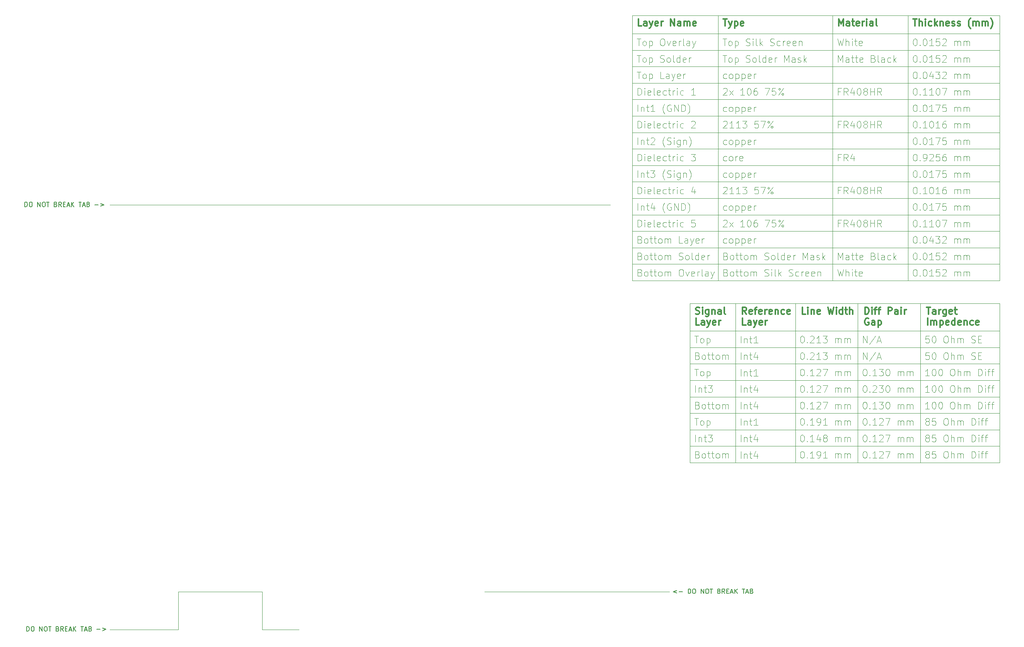
<source format=gbr>
%TF.GenerationSoftware,KiCad,Pcbnew,9.0.3*%
%TF.CreationDate,2026-01-22T12:31:00-05:00*%
%TF.ProjectId,Thunderscope_Rev5.3,5468756e-6465-4727-9363-6f70655f5265,rev?*%
%TF.SameCoordinates,PX52f8807PY958a210*%
%TF.FileFunction,Other,Comment*%
%FSLAX45Y45*%
G04 Gerber Fmt 4.5, Leading zero omitted, Abs format (unit mm)*
G04 Created by KiCad (PCBNEW 9.0.3) date 2026-01-22 12:31:00*
%MOMM*%
%LPD*%
G01*
G04 APERTURE LIST*
%ADD10C,0.100000*%
%ADD11C,0.300000*%
%ADD12C,0.200000*%
G04 APERTURE END LIST*
D10*
X12700000Y6108200D02*
X19479286Y6108200D01*
X12700000Y5747600D02*
X19479286Y5747600D01*
X12250000Y1475000D02*
X8200000Y1475000D01*
X17745714Y7790000D02*
X17745714Y4305200D01*
X19477857Y14101800D02*
X19477857Y8291800D01*
X11439286Y13340600D02*
X19479286Y13340600D01*
X19479286Y7790000D02*
X19479286Y4305200D01*
X12700000Y4305200D02*
X19479286Y4305200D01*
X11439286Y9734600D02*
X19479286Y9734600D01*
X15825000Y14101800D02*
X15825000Y8291800D01*
X11439286Y8652800D02*
X19479286Y8652800D01*
X12700000Y7790000D02*
X19479286Y7790000D01*
X12700000Y5387000D02*
X19479286Y5387000D01*
X12700000Y5026400D02*
X19479286Y5026400D01*
X13695714Y7790000D02*
X13695714Y4305200D01*
X1500000Y1475000D02*
X3337500Y1475000D01*
X12700000Y6829400D02*
X19479286Y6829400D01*
X1500000Y650000D02*
X1500000Y1475000D01*
X11439286Y12619400D02*
X19479286Y12619400D01*
X15005714Y7789400D02*
X15005714Y4305200D01*
X12700000Y4665800D02*
X19479286Y4665800D01*
X17475000Y14101800D02*
X17475000Y8291800D01*
X11439286Y9013400D02*
X19479286Y9013400D01*
X11439286Y9374000D02*
X19479286Y9374000D01*
X13317857Y14101800D02*
X13317857Y8291800D01*
X11439286Y10816400D02*
X19479286Y10816400D01*
X12700000Y7790000D02*
X12700000Y4305200D01*
X11439286Y10455800D02*
X19479286Y10455800D01*
X11439286Y12258800D02*
X19479286Y12258800D01*
X11439286Y8292200D02*
X19479286Y8292200D01*
X16375714Y7789400D02*
X16375714Y4305200D01*
X11439286Y11177000D02*
X19479286Y11177000D01*
X11439286Y10095200D02*
X19479286Y10095200D01*
X3337500Y650000D02*
X4135000Y650000D01*
X11439286Y11537600D02*
X19479286Y11537600D01*
X11439286Y13701200D02*
X19479286Y13701200D01*
X11439286Y14101200D02*
X19477857Y14101200D01*
X3337500Y1475000D02*
X3337500Y650000D01*
X0Y650000D02*
X1500000Y650000D01*
X11439286Y11898200D02*
X19479286Y11898200D01*
X11439286Y14101800D02*
X11439286Y8291800D01*
X12700000Y6468800D02*
X19479286Y6468800D01*
X11439286Y12980000D02*
X19479286Y12980000D01*
X10950000Y9950000D02*
X0Y9950000D01*
X12700000Y7190000D02*
X19479286Y7190000D01*
X13428007Y11771491D02*
X13435150Y11778634D01*
X13435150Y11778634D02*
X13449436Y11785777D01*
X13449436Y11785777D02*
X13485150Y11785777D01*
X13485150Y11785777D02*
X13499436Y11778634D01*
X13499436Y11778634D02*
X13506579Y11771491D01*
X13506579Y11771491D02*
X13513722Y11757206D01*
X13513722Y11757206D02*
X13513722Y11742920D01*
X13513722Y11742920D02*
X13506579Y11721491D01*
X13506579Y11721491D02*
X13420864Y11635777D01*
X13420864Y11635777D02*
X13513722Y11635777D01*
X13656579Y11635777D02*
X13570864Y11635777D01*
X13613722Y11635777D02*
X13613722Y11785777D01*
X13613722Y11785777D02*
X13599436Y11764349D01*
X13599436Y11764349D02*
X13585150Y11750063D01*
X13585150Y11750063D02*
X13570864Y11742920D01*
X13799436Y11635777D02*
X13713722Y11635777D01*
X13756579Y11635777D02*
X13756579Y11785777D01*
X13756579Y11785777D02*
X13742293Y11764349D01*
X13742293Y11764349D02*
X13728007Y11750063D01*
X13728007Y11750063D02*
X13713722Y11742920D01*
X13849436Y11785777D02*
X13942293Y11785777D01*
X13942293Y11785777D02*
X13892293Y11728634D01*
X13892293Y11728634D02*
X13913721Y11728634D01*
X13913721Y11728634D02*
X13928007Y11721491D01*
X13928007Y11721491D02*
X13935150Y11714349D01*
X13935150Y11714349D02*
X13942293Y11700063D01*
X13942293Y11700063D02*
X13942293Y11664349D01*
X13942293Y11664349D02*
X13935150Y11650063D01*
X13935150Y11650063D02*
X13928007Y11642920D01*
X13928007Y11642920D02*
X13913721Y11635777D01*
X13913721Y11635777D02*
X13870864Y11635777D01*
X13870864Y11635777D02*
X13856579Y11642920D01*
X13856579Y11642920D02*
X13849436Y11650063D01*
X14192293Y11785777D02*
X14120864Y11785777D01*
X14120864Y11785777D02*
X14113721Y11714349D01*
X14113721Y11714349D02*
X14120864Y11721491D01*
X14120864Y11721491D02*
X14135150Y11728634D01*
X14135150Y11728634D02*
X14170864Y11728634D01*
X14170864Y11728634D02*
X14185150Y11721491D01*
X14185150Y11721491D02*
X14192293Y11714349D01*
X14192293Y11714349D02*
X14199436Y11700063D01*
X14199436Y11700063D02*
X14199436Y11664349D01*
X14199436Y11664349D02*
X14192293Y11650063D01*
X14192293Y11650063D02*
X14185150Y11642920D01*
X14185150Y11642920D02*
X14170864Y11635777D01*
X14170864Y11635777D02*
X14135150Y11635777D01*
X14135150Y11635777D02*
X14120864Y11642920D01*
X14120864Y11642920D02*
X14113721Y11650063D01*
X14249436Y11785777D02*
X14349436Y11785777D01*
X14349436Y11785777D02*
X14285150Y11635777D01*
X14399436Y11635777D02*
X14513721Y11785777D01*
X14420864Y11785777D02*
X14435150Y11778634D01*
X14435150Y11778634D02*
X14442293Y11764349D01*
X14442293Y11764349D02*
X14435150Y11750063D01*
X14435150Y11750063D02*
X14420864Y11742920D01*
X14420864Y11742920D02*
X14406578Y11750063D01*
X14406578Y11750063D02*
X14399436Y11764349D01*
X14399436Y11764349D02*
X14406578Y11778634D01*
X14406578Y11778634D02*
X14420864Y11785777D01*
X14506578Y11642920D02*
X14513721Y11657206D01*
X14513721Y11657206D02*
X14506578Y11671491D01*
X14506578Y11671491D02*
X14492293Y11678634D01*
X14492293Y11678634D02*
X14478007Y11671491D01*
X14478007Y11671491D02*
X14470864Y11657206D01*
X14470864Y11657206D02*
X14478007Y11642920D01*
X14478007Y11642920D02*
X14492293Y11635777D01*
X14492293Y11635777D02*
X14506578Y11642920D01*
X11606579Y8468949D02*
X11628007Y8461806D01*
X11628007Y8461806D02*
X11635150Y8454663D01*
X11635150Y8454663D02*
X11642293Y8440377D01*
X11642293Y8440377D02*
X11642293Y8418949D01*
X11642293Y8418949D02*
X11635150Y8404663D01*
X11635150Y8404663D02*
X11628007Y8397520D01*
X11628007Y8397520D02*
X11613722Y8390377D01*
X11613722Y8390377D02*
X11556579Y8390377D01*
X11556579Y8390377D02*
X11556579Y8540377D01*
X11556579Y8540377D02*
X11606579Y8540377D01*
X11606579Y8540377D02*
X11620865Y8533234D01*
X11620865Y8533234D02*
X11628007Y8526092D01*
X11628007Y8526092D02*
X11635150Y8511806D01*
X11635150Y8511806D02*
X11635150Y8497520D01*
X11635150Y8497520D02*
X11628007Y8483234D01*
X11628007Y8483234D02*
X11620865Y8476092D01*
X11620865Y8476092D02*
X11606579Y8468949D01*
X11606579Y8468949D02*
X11556579Y8468949D01*
X11728007Y8390377D02*
X11713722Y8397520D01*
X11713722Y8397520D02*
X11706579Y8404663D01*
X11706579Y8404663D02*
X11699436Y8418949D01*
X11699436Y8418949D02*
X11699436Y8461806D01*
X11699436Y8461806D02*
X11706579Y8476092D01*
X11706579Y8476092D02*
X11713722Y8483234D01*
X11713722Y8483234D02*
X11728007Y8490377D01*
X11728007Y8490377D02*
X11749436Y8490377D01*
X11749436Y8490377D02*
X11763722Y8483234D01*
X11763722Y8483234D02*
X11770865Y8476092D01*
X11770865Y8476092D02*
X11778007Y8461806D01*
X11778007Y8461806D02*
X11778007Y8418949D01*
X11778007Y8418949D02*
X11770865Y8404663D01*
X11770865Y8404663D02*
X11763722Y8397520D01*
X11763722Y8397520D02*
X11749436Y8390377D01*
X11749436Y8390377D02*
X11728007Y8390377D01*
X11820865Y8490377D02*
X11878007Y8490377D01*
X11842293Y8540377D02*
X11842293Y8411806D01*
X11842293Y8411806D02*
X11849436Y8397520D01*
X11849436Y8397520D02*
X11863722Y8390377D01*
X11863722Y8390377D02*
X11878007Y8390377D01*
X11906579Y8490377D02*
X11963722Y8490377D01*
X11928007Y8540377D02*
X11928007Y8411806D01*
X11928007Y8411806D02*
X11935150Y8397520D01*
X11935150Y8397520D02*
X11949436Y8390377D01*
X11949436Y8390377D02*
X11963722Y8390377D01*
X12035150Y8390377D02*
X12020865Y8397520D01*
X12020865Y8397520D02*
X12013722Y8404663D01*
X12013722Y8404663D02*
X12006579Y8418949D01*
X12006579Y8418949D02*
X12006579Y8461806D01*
X12006579Y8461806D02*
X12013722Y8476092D01*
X12013722Y8476092D02*
X12020865Y8483234D01*
X12020865Y8483234D02*
X12035150Y8490377D01*
X12035150Y8490377D02*
X12056579Y8490377D01*
X12056579Y8490377D02*
X12070865Y8483234D01*
X12070865Y8483234D02*
X12078007Y8476092D01*
X12078007Y8476092D02*
X12085150Y8461806D01*
X12085150Y8461806D02*
X12085150Y8418949D01*
X12085150Y8418949D02*
X12078007Y8404663D01*
X12078007Y8404663D02*
X12070865Y8397520D01*
X12070865Y8397520D02*
X12056579Y8390377D01*
X12056579Y8390377D02*
X12035150Y8390377D01*
X12149436Y8390377D02*
X12149436Y8490377D01*
X12149436Y8476092D02*
X12156579Y8483234D01*
X12156579Y8483234D02*
X12170865Y8490377D01*
X12170865Y8490377D02*
X12192293Y8490377D01*
X12192293Y8490377D02*
X12206579Y8483234D01*
X12206579Y8483234D02*
X12213722Y8468949D01*
X12213722Y8468949D02*
X12213722Y8390377D01*
X12213722Y8468949D02*
X12220865Y8483234D01*
X12220865Y8483234D02*
X12235150Y8490377D01*
X12235150Y8490377D02*
X12256579Y8490377D01*
X12256579Y8490377D02*
X12270865Y8483234D01*
X12270865Y8483234D02*
X12278007Y8468949D01*
X12278007Y8468949D02*
X12278007Y8390377D01*
X12492293Y8540377D02*
X12520865Y8540377D01*
X12520865Y8540377D02*
X12535150Y8533234D01*
X12535150Y8533234D02*
X12549436Y8518949D01*
X12549436Y8518949D02*
X12556579Y8490377D01*
X12556579Y8490377D02*
X12556579Y8440377D01*
X12556579Y8440377D02*
X12549436Y8411806D01*
X12549436Y8411806D02*
X12535150Y8397520D01*
X12535150Y8397520D02*
X12520865Y8390377D01*
X12520865Y8390377D02*
X12492293Y8390377D01*
X12492293Y8390377D02*
X12478007Y8397520D01*
X12478007Y8397520D02*
X12463722Y8411806D01*
X12463722Y8411806D02*
X12456579Y8440377D01*
X12456579Y8440377D02*
X12456579Y8490377D01*
X12456579Y8490377D02*
X12463722Y8518949D01*
X12463722Y8518949D02*
X12478007Y8533234D01*
X12478007Y8533234D02*
X12492293Y8540377D01*
X12606579Y8490377D02*
X12642293Y8390377D01*
X12642293Y8390377D02*
X12678007Y8490377D01*
X12792293Y8397520D02*
X12778007Y8390377D01*
X12778007Y8390377D02*
X12749436Y8390377D01*
X12749436Y8390377D02*
X12735150Y8397520D01*
X12735150Y8397520D02*
X12728007Y8411806D01*
X12728007Y8411806D02*
X12728007Y8468949D01*
X12728007Y8468949D02*
X12735150Y8483234D01*
X12735150Y8483234D02*
X12749436Y8490377D01*
X12749436Y8490377D02*
X12778007Y8490377D01*
X12778007Y8490377D02*
X12792293Y8483234D01*
X12792293Y8483234D02*
X12799436Y8468949D01*
X12799436Y8468949D02*
X12799436Y8454663D01*
X12799436Y8454663D02*
X12728007Y8440377D01*
X12863722Y8390377D02*
X12863722Y8490377D01*
X12863722Y8461806D02*
X12870865Y8476092D01*
X12870865Y8476092D02*
X12878007Y8483234D01*
X12878007Y8483234D02*
X12892293Y8490377D01*
X12892293Y8490377D02*
X12906579Y8490377D01*
X12978007Y8390377D02*
X12963722Y8397520D01*
X12963722Y8397520D02*
X12956579Y8411806D01*
X12956579Y8411806D02*
X12956579Y8540377D01*
X13099436Y8390377D02*
X13099436Y8468949D01*
X13099436Y8468949D02*
X13092293Y8483234D01*
X13092293Y8483234D02*
X13078007Y8490377D01*
X13078007Y8490377D02*
X13049436Y8490377D01*
X13049436Y8490377D02*
X13035150Y8483234D01*
X13099436Y8397520D02*
X13085150Y8390377D01*
X13085150Y8390377D02*
X13049436Y8390377D01*
X13049436Y8390377D02*
X13035150Y8397520D01*
X13035150Y8397520D02*
X13028007Y8411806D01*
X13028007Y8411806D02*
X13028007Y8426092D01*
X13028007Y8426092D02*
X13035150Y8440377D01*
X13035150Y8440377D02*
X13049436Y8447520D01*
X13049436Y8447520D02*
X13085150Y8447520D01*
X13085150Y8447520D02*
X13099436Y8454663D01*
X13156579Y8490377D02*
X13192293Y8390377D01*
X13228007Y8490377D02*
X13192293Y8390377D01*
X13192293Y8390377D02*
X13178007Y8354663D01*
X13178007Y8354663D02*
X13170864Y8347520D01*
X13170864Y8347520D02*
X13156579Y8340377D01*
X15151579Y4913977D02*
X15165865Y4913977D01*
X15165865Y4913977D02*
X15180150Y4906834D01*
X15180150Y4906834D02*
X15187293Y4899692D01*
X15187293Y4899692D02*
X15194436Y4885406D01*
X15194436Y4885406D02*
X15201579Y4856834D01*
X15201579Y4856834D02*
X15201579Y4821120D01*
X15201579Y4821120D02*
X15194436Y4792549D01*
X15194436Y4792549D02*
X15187293Y4778263D01*
X15187293Y4778263D02*
X15180150Y4771120D01*
X15180150Y4771120D02*
X15165865Y4763977D01*
X15165865Y4763977D02*
X15151579Y4763977D01*
X15151579Y4763977D02*
X15137293Y4771120D01*
X15137293Y4771120D02*
X15130150Y4778263D01*
X15130150Y4778263D02*
X15123007Y4792549D01*
X15123007Y4792549D02*
X15115865Y4821120D01*
X15115865Y4821120D02*
X15115865Y4856834D01*
X15115865Y4856834D02*
X15123007Y4885406D01*
X15123007Y4885406D02*
X15130150Y4899692D01*
X15130150Y4899692D02*
X15137293Y4906834D01*
X15137293Y4906834D02*
X15151579Y4913977D01*
X15265864Y4778263D02*
X15273007Y4771120D01*
X15273007Y4771120D02*
X15265864Y4763977D01*
X15265864Y4763977D02*
X15258722Y4771120D01*
X15258722Y4771120D02*
X15265864Y4778263D01*
X15265864Y4778263D02*
X15265864Y4763977D01*
X15415865Y4763977D02*
X15330150Y4763977D01*
X15373007Y4763977D02*
X15373007Y4913977D01*
X15373007Y4913977D02*
X15358722Y4892549D01*
X15358722Y4892549D02*
X15344436Y4878263D01*
X15344436Y4878263D02*
X15330150Y4871120D01*
X15544436Y4863977D02*
X15544436Y4763977D01*
X15508722Y4921120D02*
X15473007Y4813977D01*
X15473007Y4813977D02*
X15565864Y4813977D01*
X15644436Y4849692D02*
X15630150Y4856834D01*
X15630150Y4856834D02*
X15623007Y4863977D01*
X15623007Y4863977D02*
X15615864Y4878263D01*
X15615864Y4878263D02*
X15615864Y4885406D01*
X15615864Y4885406D02*
X15623007Y4899692D01*
X15623007Y4899692D02*
X15630150Y4906834D01*
X15630150Y4906834D02*
X15644436Y4913977D01*
X15644436Y4913977D02*
X15673007Y4913977D01*
X15673007Y4913977D02*
X15687293Y4906834D01*
X15687293Y4906834D02*
X15694436Y4899692D01*
X15694436Y4899692D02*
X15701579Y4885406D01*
X15701579Y4885406D02*
X15701579Y4878263D01*
X15701579Y4878263D02*
X15694436Y4863977D01*
X15694436Y4863977D02*
X15687293Y4856834D01*
X15687293Y4856834D02*
X15673007Y4849692D01*
X15673007Y4849692D02*
X15644436Y4849692D01*
X15644436Y4849692D02*
X15630150Y4842549D01*
X15630150Y4842549D02*
X15623007Y4835406D01*
X15623007Y4835406D02*
X15615864Y4821120D01*
X15615864Y4821120D02*
X15615864Y4792549D01*
X15615864Y4792549D02*
X15623007Y4778263D01*
X15623007Y4778263D02*
X15630150Y4771120D01*
X15630150Y4771120D02*
X15644436Y4763977D01*
X15644436Y4763977D02*
X15673007Y4763977D01*
X15673007Y4763977D02*
X15687293Y4771120D01*
X15687293Y4771120D02*
X15694436Y4778263D01*
X15694436Y4778263D02*
X15701579Y4792549D01*
X15701579Y4792549D02*
X15701579Y4821120D01*
X15701579Y4821120D02*
X15694436Y4835406D01*
X15694436Y4835406D02*
X15687293Y4842549D01*
X15687293Y4842549D02*
X15673007Y4849692D01*
X15880150Y4763977D02*
X15880150Y4863977D01*
X15880150Y4849692D02*
X15887293Y4856834D01*
X15887293Y4856834D02*
X15901579Y4863977D01*
X15901579Y4863977D02*
X15923007Y4863977D01*
X15923007Y4863977D02*
X15937293Y4856834D01*
X15937293Y4856834D02*
X15944436Y4842549D01*
X15944436Y4842549D02*
X15944436Y4763977D01*
X15944436Y4842549D02*
X15951579Y4856834D01*
X15951579Y4856834D02*
X15965864Y4863977D01*
X15965864Y4863977D02*
X15987293Y4863977D01*
X15987293Y4863977D02*
X16001579Y4856834D01*
X16001579Y4856834D02*
X16008722Y4842549D01*
X16008722Y4842549D02*
X16008722Y4763977D01*
X16080150Y4763977D02*
X16080150Y4863977D01*
X16080150Y4849692D02*
X16087293Y4856834D01*
X16087293Y4856834D02*
X16101579Y4863977D01*
X16101579Y4863977D02*
X16123007Y4863977D01*
X16123007Y4863977D02*
X16137293Y4856834D01*
X16137293Y4856834D02*
X16144436Y4842549D01*
X16144436Y4842549D02*
X16144436Y4763977D01*
X16144436Y4842549D02*
X16151579Y4856834D01*
X16151579Y4856834D02*
X16165864Y4863977D01*
X16165864Y4863977D02*
X16187293Y4863977D01*
X16187293Y4863977D02*
X16201579Y4856834D01*
X16201579Y4856834D02*
X16208722Y4842549D01*
X16208722Y4842549D02*
X16208722Y4763977D01*
X17620865Y9622177D02*
X17635150Y9622177D01*
X17635150Y9622177D02*
X17649436Y9615034D01*
X17649436Y9615034D02*
X17656579Y9607892D01*
X17656579Y9607892D02*
X17663722Y9593606D01*
X17663722Y9593606D02*
X17670865Y9565034D01*
X17670865Y9565034D02*
X17670865Y9529320D01*
X17670865Y9529320D02*
X17663722Y9500749D01*
X17663722Y9500749D02*
X17656579Y9486463D01*
X17656579Y9486463D02*
X17649436Y9479320D01*
X17649436Y9479320D02*
X17635150Y9472177D01*
X17635150Y9472177D02*
X17620865Y9472177D01*
X17620865Y9472177D02*
X17606579Y9479320D01*
X17606579Y9479320D02*
X17599436Y9486463D01*
X17599436Y9486463D02*
X17592293Y9500749D01*
X17592293Y9500749D02*
X17585150Y9529320D01*
X17585150Y9529320D02*
X17585150Y9565034D01*
X17585150Y9565034D02*
X17592293Y9593606D01*
X17592293Y9593606D02*
X17599436Y9607892D01*
X17599436Y9607892D02*
X17606579Y9615034D01*
X17606579Y9615034D02*
X17620865Y9622177D01*
X17735150Y9486463D02*
X17742293Y9479320D01*
X17742293Y9479320D02*
X17735150Y9472177D01*
X17735150Y9472177D02*
X17728007Y9479320D01*
X17728007Y9479320D02*
X17735150Y9486463D01*
X17735150Y9486463D02*
X17735150Y9472177D01*
X17885150Y9472177D02*
X17799436Y9472177D01*
X17842293Y9472177D02*
X17842293Y9622177D01*
X17842293Y9622177D02*
X17828007Y9600749D01*
X17828007Y9600749D02*
X17813722Y9586463D01*
X17813722Y9586463D02*
X17799436Y9579320D01*
X18028007Y9472177D02*
X17942293Y9472177D01*
X17985150Y9472177D02*
X17985150Y9622177D01*
X17985150Y9622177D02*
X17970865Y9600749D01*
X17970865Y9600749D02*
X17956579Y9586463D01*
X17956579Y9586463D02*
X17942293Y9579320D01*
X18120865Y9622177D02*
X18135150Y9622177D01*
X18135150Y9622177D02*
X18149436Y9615034D01*
X18149436Y9615034D02*
X18156579Y9607892D01*
X18156579Y9607892D02*
X18163722Y9593606D01*
X18163722Y9593606D02*
X18170865Y9565034D01*
X18170865Y9565034D02*
X18170865Y9529320D01*
X18170865Y9529320D02*
X18163722Y9500749D01*
X18163722Y9500749D02*
X18156579Y9486463D01*
X18156579Y9486463D02*
X18149436Y9479320D01*
X18149436Y9479320D02*
X18135150Y9472177D01*
X18135150Y9472177D02*
X18120865Y9472177D01*
X18120865Y9472177D02*
X18106579Y9479320D01*
X18106579Y9479320D02*
X18099436Y9486463D01*
X18099436Y9486463D02*
X18092293Y9500749D01*
X18092293Y9500749D02*
X18085150Y9529320D01*
X18085150Y9529320D02*
X18085150Y9565034D01*
X18085150Y9565034D02*
X18092293Y9593606D01*
X18092293Y9593606D02*
X18099436Y9607892D01*
X18099436Y9607892D02*
X18106579Y9615034D01*
X18106579Y9615034D02*
X18120865Y9622177D01*
X18220864Y9622177D02*
X18320864Y9622177D01*
X18320864Y9622177D02*
X18256579Y9472177D01*
X18492293Y9472177D02*
X18492293Y9572177D01*
X18492293Y9557892D02*
X18499436Y9565034D01*
X18499436Y9565034D02*
X18513722Y9572177D01*
X18513722Y9572177D02*
X18535150Y9572177D01*
X18535150Y9572177D02*
X18549436Y9565034D01*
X18549436Y9565034D02*
X18556579Y9550749D01*
X18556579Y9550749D02*
X18556579Y9472177D01*
X18556579Y9550749D02*
X18563722Y9565034D01*
X18563722Y9565034D02*
X18578007Y9572177D01*
X18578007Y9572177D02*
X18599436Y9572177D01*
X18599436Y9572177D02*
X18613722Y9565034D01*
X18613722Y9565034D02*
X18620864Y9550749D01*
X18620864Y9550749D02*
X18620864Y9472177D01*
X18692293Y9472177D02*
X18692293Y9572177D01*
X18692293Y9557892D02*
X18699436Y9565034D01*
X18699436Y9565034D02*
X18713722Y9572177D01*
X18713722Y9572177D02*
X18735150Y9572177D01*
X18735150Y9572177D02*
X18749436Y9565034D01*
X18749436Y9565034D02*
X18756579Y9550749D01*
X18756579Y9550749D02*
X18756579Y9472177D01*
X18756579Y9550749D02*
X18763722Y9565034D01*
X18763722Y9565034D02*
X18778007Y9572177D01*
X18778007Y9572177D02*
X18799436Y9572177D01*
X18799436Y9572177D02*
X18813722Y9565034D01*
X18813722Y9565034D02*
X18820864Y9550749D01*
X18820864Y9550749D02*
X18820864Y9472177D01*
X12795865Y6356377D02*
X12881579Y6356377D01*
X12838722Y6206377D02*
X12838722Y6356377D01*
X12953007Y6206377D02*
X12938722Y6213520D01*
X12938722Y6213520D02*
X12931579Y6220663D01*
X12931579Y6220663D02*
X12924436Y6234949D01*
X12924436Y6234949D02*
X12924436Y6277806D01*
X12924436Y6277806D02*
X12931579Y6292091D01*
X12931579Y6292091D02*
X12938722Y6299234D01*
X12938722Y6299234D02*
X12953007Y6306377D01*
X12953007Y6306377D02*
X12974436Y6306377D01*
X12974436Y6306377D02*
X12988722Y6299234D01*
X12988722Y6299234D02*
X12995865Y6292091D01*
X12995865Y6292091D02*
X13003007Y6277806D01*
X13003007Y6277806D02*
X13003007Y6234949D01*
X13003007Y6234949D02*
X12995865Y6220663D01*
X12995865Y6220663D02*
X12988722Y6213520D01*
X12988722Y6213520D02*
X12974436Y6206377D01*
X12974436Y6206377D02*
X12953007Y6206377D01*
X13067293Y6306377D02*
X13067293Y6156377D01*
X13067293Y6299234D02*
X13081579Y6306377D01*
X13081579Y6306377D02*
X13110150Y6306377D01*
X13110150Y6306377D02*
X13124436Y6299234D01*
X13124436Y6299234D02*
X13131579Y6292091D01*
X13131579Y6292091D02*
X13138722Y6277806D01*
X13138722Y6277806D02*
X13138722Y6234949D01*
X13138722Y6234949D02*
X13131579Y6220663D01*
X13131579Y6220663D02*
X13124436Y6213520D01*
X13124436Y6213520D02*
X13110150Y6206377D01*
X13110150Y6206377D02*
X13081579Y6206377D01*
X13081579Y6206377D02*
X13067293Y6213520D01*
X15151579Y6716977D02*
X15165865Y6716977D01*
X15165865Y6716977D02*
X15180150Y6709834D01*
X15180150Y6709834D02*
X15187293Y6702691D01*
X15187293Y6702691D02*
X15194436Y6688406D01*
X15194436Y6688406D02*
X15201579Y6659834D01*
X15201579Y6659834D02*
X15201579Y6624120D01*
X15201579Y6624120D02*
X15194436Y6595549D01*
X15194436Y6595549D02*
X15187293Y6581263D01*
X15187293Y6581263D02*
X15180150Y6574120D01*
X15180150Y6574120D02*
X15165865Y6566977D01*
X15165865Y6566977D02*
X15151579Y6566977D01*
X15151579Y6566977D02*
X15137293Y6574120D01*
X15137293Y6574120D02*
X15130150Y6581263D01*
X15130150Y6581263D02*
X15123007Y6595549D01*
X15123007Y6595549D02*
X15115865Y6624120D01*
X15115865Y6624120D02*
X15115865Y6659834D01*
X15115865Y6659834D02*
X15123007Y6688406D01*
X15123007Y6688406D02*
X15130150Y6702691D01*
X15130150Y6702691D02*
X15137293Y6709834D01*
X15137293Y6709834D02*
X15151579Y6716977D01*
X15265864Y6581263D02*
X15273007Y6574120D01*
X15273007Y6574120D02*
X15265864Y6566977D01*
X15265864Y6566977D02*
X15258722Y6574120D01*
X15258722Y6574120D02*
X15265864Y6581263D01*
X15265864Y6581263D02*
X15265864Y6566977D01*
X15330150Y6702691D02*
X15337293Y6709834D01*
X15337293Y6709834D02*
X15351579Y6716977D01*
X15351579Y6716977D02*
X15387293Y6716977D01*
X15387293Y6716977D02*
X15401579Y6709834D01*
X15401579Y6709834D02*
X15408722Y6702691D01*
X15408722Y6702691D02*
X15415865Y6688406D01*
X15415865Y6688406D02*
X15415865Y6674120D01*
X15415865Y6674120D02*
X15408722Y6652691D01*
X15408722Y6652691D02*
X15323007Y6566977D01*
X15323007Y6566977D02*
X15415865Y6566977D01*
X15558722Y6566977D02*
X15473007Y6566977D01*
X15515864Y6566977D02*
X15515864Y6716977D01*
X15515864Y6716977D02*
X15501579Y6695549D01*
X15501579Y6695549D02*
X15487293Y6681263D01*
X15487293Y6681263D02*
X15473007Y6674120D01*
X15608722Y6716977D02*
X15701579Y6716977D01*
X15701579Y6716977D02*
X15651579Y6659834D01*
X15651579Y6659834D02*
X15673007Y6659834D01*
X15673007Y6659834D02*
X15687293Y6652691D01*
X15687293Y6652691D02*
X15694436Y6645549D01*
X15694436Y6645549D02*
X15701579Y6631263D01*
X15701579Y6631263D02*
X15701579Y6595549D01*
X15701579Y6595549D02*
X15694436Y6581263D01*
X15694436Y6581263D02*
X15687293Y6574120D01*
X15687293Y6574120D02*
X15673007Y6566977D01*
X15673007Y6566977D02*
X15630150Y6566977D01*
X15630150Y6566977D02*
X15615864Y6574120D01*
X15615864Y6574120D02*
X15608722Y6581263D01*
X15880150Y6566977D02*
X15880150Y6666977D01*
X15880150Y6652691D02*
X15887293Y6659834D01*
X15887293Y6659834D02*
X15901579Y6666977D01*
X15901579Y6666977D02*
X15923007Y6666977D01*
X15923007Y6666977D02*
X15937293Y6659834D01*
X15937293Y6659834D02*
X15944436Y6645549D01*
X15944436Y6645549D02*
X15944436Y6566977D01*
X15944436Y6645549D02*
X15951579Y6659834D01*
X15951579Y6659834D02*
X15965864Y6666977D01*
X15965864Y6666977D02*
X15987293Y6666977D01*
X15987293Y6666977D02*
X16001579Y6659834D01*
X16001579Y6659834D02*
X16008722Y6645549D01*
X16008722Y6645549D02*
X16008722Y6566977D01*
X16080150Y6566977D02*
X16080150Y6666977D01*
X16080150Y6652691D02*
X16087293Y6659834D01*
X16087293Y6659834D02*
X16101579Y6666977D01*
X16101579Y6666977D02*
X16123007Y6666977D01*
X16123007Y6666977D02*
X16137293Y6659834D01*
X16137293Y6659834D02*
X16144436Y6645549D01*
X16144436Y6645549D02*
X16144436Y6566977D01*
X16144436Y6645549D02*
X16151579Y6659834D01*
X16151579Y6659834D02*
X16165864Y6666977D01*
X16165864Y6666977D02*
X16187293Y6666977D01*
X16187293Y6666977D02*
X16201579Y6659834D01*
X16201579Y6659834D02*
X16208722Y6645549D01*
X16208722Y6645549D02*
X16208722Y6566977D01*
X15992293Y11714349D02*
X15942293Y11714349D01*
X15942293Y11635777D02*
X15942293Y11785777D01*
X15942293Y11785777D02*
X16013722Y11785777D01*
X16156579Y11635777D02*
X16106579Y11707206D01*
X16070864Y11635777D02*
X16070864Y11785777D01*
X16070864Y11785777D02*
X16128007Y11785777D01*
X16128007Y11785777D02*
X16142293Y11778634D01*
X16142293Y11778634D02*
X16149436Y11771491D01*
X16149436Y11771491D02*
X16156579Y11757206D01*
X16156579Y11757206D02*
X16156579Y11735777D01*
X16156579Y11735777D02*
X16149436Y11721491D01*
X16149436Y11721491D02*
X16142293Y11714349D01*
X16142293Y11714349D02*
X16128007Y11707206D01*
X16128007Y11707206D02*
X16070864Y11707206D01*
X16285150Y11735777D02*
X16285150Y11635777D01*
X16249436Y11792920D02*
X16213722Y11685777D01*
X16213722Y11685777D02*
X16306579Y11685777D01*
X16392293Y11785777D02*
X16406579Y11785777D01*
X16406579Y11785777D02*
X16420864Y11778634D01*
X16420864Y11778634D02*
X16428007Y11771491D01*
X16428007Y11771491D02*
X16435150Y11757206D01*
X16435150Y11757206D02*
X16442293Y11728634D01*
X16442293Y11728634D02*
X16442293Y11692920D01*
X16442293Y11692920D02*
X16435150Y11664349D01*
X16435150Y11664349D02*
X16428007Y11650063D01*
X16428007Y11650063D02*
X16420864Y11642920D01*
X16420864Y11642920D02*
X16406579Y11635777D01*
X16406579Y11635777D02*
X16392293Y11635777D01*
X16392293Y11635777D02*
X16378007Y11642920D01*
X16378007Y11642920D02*
X16370864Y11650063D01*
X16370864Y11650063D02*
X16363721Y11664349D01*
X16363721Y11664349D02*
X16356579Y11692920D01*
X16356579Y11692920D02*
X16356579Y11728634D01*
X16356579Y11728634D02*
X16363721Y11757206D01*
X16363721Y11757206D02*
X16370864Y11771491D01*
X16370864Y11771491D02*
X16378007Y11778634D01*
X16378007Y11778634D02*
X16392293Y11785777D01*
X16528007Y11721491D02*
X16513721Y11728634D01*
X16513721Y11728634D02*
X16506579Y11735777D01*
X16506579Y11735777D02*
X16499436Y11750063D01*
X16499436Y11750063D02*
X16499436Y11757206D01*
X16499436Y11757206D02*
X16506579Y11771491D01*
X16506579Y11771491D02*
X16513721Y11778634D01*
X16513721Y11778634D02*
X16528007Y11785777D01*
X16528007Y11785777D02*
X16556579Y11785777D01*
X16556579Y11785777D02*
X16570864Y11778634D01*
X16570864Y11778634D02*
X16578007Y11771491D01*
X16578007Y11771491D02*
X16585150Y11757206D01*
X16585150Y11757206D02*
X16585150Y11750063D01*
X16585150Y11750063D02*
X16578007Y11735777D01*
X16578007Y11735777D02*
X16570864Y11728634D01*
X16570864Y11728634D02*
X16556579Y11721491D01*
X16556579Y11721491D02*
X16528007Y11721491D01*
X16528007Y11721491D02*
X16513721Y11714349D01*
X16513721Y11714349D02*
X16506579Y11707206D01*
X16506579Y11707206D02*
X16499436Y11692920D01*
X16499436Y11692920D02*
X16499436Y11664349D01*
X16499436Y11664349D02*
X16506579Y11650063D01*
X16506579Y11650063D02*
X16513721Y11642920D01*
X16513721Y11642920D02*
X16528007Y11635777D01*
X16528007Y11635777D02*
X16556579Y11635777D01*
X16556579Y11635777D02*
X16570864Y11642920D01*
X16570864Y11642920D02*
X16578007Y11650063D01*
X16578007Y11650063D02*
X16585150Y11664349D01*
X16585150Y11664349D02*
X16585150Y11692920D01*
X16585150Y11692920D02*
X16578007Y11707206D01*
X16578007Y11707206D02*
X16570864Y11714349D01*
X16570864Y11714349D02*
X16556579Y11721491D01*
X16649436Y11635777D02*
X16649436Y11785777D01*
X16649436Y11714349D02*
X16735150Y11714349D01*
X16735150Y11635777D02*
X16735150Y11785777D01*
X16892293Y11635777D02*
X16842293Y11707206D01*
X16806579Y11635777D02*
X16806579Y11785777D01*
X16806579Y11785777D02*
X16863722Y11785777D01*
X16863722Y11785777D02*
X16878007Y11778634D01*
X16878007Y11778634D02*
X16885150Y11771491D01*
X16885150Y11771491D02*
X16892293Y11757206D01*
X16892293Y11757206D02*
X16892293Y11735777D01*
X16892293Y11735777D02*
X16885150Y11721491D01*
X16885150Y11721491D02*
X16878007Y11714349D01*
X16878007Y11714349D02*
X16863722Y11707206D01*
X16863722Y11707206D02*
X16806579Y11707206D01*
X13812693Y6925777D02*
X13812693Y7075777D01*
X13884122Y7025777D02*
X13884122Y6925777D01*
X13884122Y7011491D02*
X13891265Y7018634D01*
X13891265Y7018634D02*
X13905550Y7025777D01*
X13905550Y7025777D02*
X13926979Y7025777D01*
X13926979Y7025777D02*
X13941265Y7018634D01*
X13941265Y7018634D02*
X13948407Y7004349D01*
X13948407Y7004349D02*
X13948407Y6925777D01*
X13998407Y7025777D02*
X14055550Y7025777D01*
X14019836Y7075777D02*
X14019836Y6947206D01*
X14019836Y6947206D02*
X14026979Y6932920D01*
X14026979Y6932920D02*
X14041265Y6925777D01*
X14041265Y6925777D02*
X14055550Y6925777D01*
X14184122Y6925777D02*
X14098407Y6925777D01*
X14141265Y6925777D02*
X14141265Y7075777D01*
X14141265Y7075777D02*
X14126979Y7054349D01*
X14126979Y7054349D02*
X14112693Y7040063D01*
X14112693Y7040063D02*
X14098407Y7032920D01*
X15942293Y8750977D02*
X15942293Y8900977D01*
X15942293Y8900977D02*
X15992293Y8793834D01*
X15992293Y8793834D02*
X16042293Y8900977D01*
X16042293Y8900977D02*
X16042293Y8750977D01*
X16178007Y8750977D02*
X16178007Y8829549D01*
X16178007Y8829549D02*
X16170864Y8843834D01*
X16170864Y8843834D02*
X16156579Y8850977D01*
X16156579Y8850977D02*
X16128007Y8850977D01*
X16128007Y8850977D02*
X16113722Y8843834D01*
X16178007Y8758120D02*
X16163722Y8750977D01*
X16163722Y8750977D02*
X16128007Y8750977D01*
X16128007Y8750977D02*
X16113722Y8758120D01*
X16113722Y8758120D02*
X16106579Y8772406D01*
X16106579Y8772406D02*
X16106579Y8786692D01*
X16106579Y8786692D02*
X16113722Y8800977D01*
X16113722Y8800977D02*
X16128007Y8808120D01*
X16128007Y8808120D02*
X16163722Y8808120D01*
X16163722Y8808120D02*
X16178007Y8815263D01*
X16228007Y8850977D02*
X16285150Y8850977D01*
X16249436Y8900977D02*
X16249436Y8772406D01*
X16249436Y8772406D02*
X16256579Y8758120D01*
X16256579Y8758120D02*
X16270864Y8750977D01*
X16270864Y8750977D02*
X16285150Y8750977D01*
X16313722Y8850977D02*
X16370864Y8850977D01*
X16335150Y8900977D02*
X16335150Y8772406D01*
X16335150Y8772406D02*
X16342293Y8758120D01*
X16342293Y8758120D02*
X16356579Y8750977D01*
X16356579Y8750977D02*
X16370864Y8750977D01*
X16478007Y8758120D02*
X16463722Y8750977D01*
X16463722Y8750977D02*
X16435150Y8750977D01*
X16435150Y8750977D02*
X16420864Y8758120D01*
X16420864Y8758120D02*
X16413722Y8772406D01*
X16413722Y8772406D02*
X16413722Y8829549D01*
X16413722Y8829549D02*
X16420864Y8843834D01*
X16420864Y8843834D02*
X16435150Y8850977D01*
X16435150Y8850977D02*
X16463722Y8850977D01*
X16463722Y8850977D02*
X16478007Y8843834D01*
X16478007Y8843834D02*
X16485150Y8829549D01*
X16485150Y8829549D02*
X16485150Y8815263D01*
X16485150Y8815263D02*
X16413722Y8800977D01*
X16713722Y8829549D02*
X16735150Y8822406D01*
X16735150Y8822406D02*
X16742293Y8815263D01*
X16742293Y8815263D02*
X16749436Y8800977D01*
X16749436Y8800977D02*
X16749436Y8779549D01*
X16749436Y8779549D02*
X16742293Y8765263D01*
X16742293Y8765263D02*
X16735150Y8758120D01*
X16735150Y8758120D02*
X16720864Y8750977D01*
X16720864Y8750977D02*
X16663722Y8750977D01*
X16663722Y8750977D02*
X16663722Y8900977D01*
X16663722Y8900977D02*
X16713722Y8900977D01*
X16713722Y8900977D02*
X16728007Y8893834D01*
X16728007Y8893834D02*
X16735150Y8886692D01*
X16735150Y8886692D02*
X16742293Y8872406D01*
X16742293Y8872406D02*
X16742293Y8858120D01*
X16742293Y8858120D02*
X16735150Y8843834D01*
X16735150Y8843834D02*
X16728007Y8836692D01*
X16728007Y8836692D02*
X16713722Y8829549D01*
X16713722Y8829549D02*
X16663722Y8829549D01*
X16835150Y8750977D02*
X16820865Y8758120D01*
X16820865Y8758120D02*
X16813722Y8772406D01*
X16813722Y8772406D02*
X16813722Y8900977D01*
X16956579Y8750977D02*
X16956579Y8829549D01*
X16956579Y8829549D02*
X16949436Y8843834D01*
X16949436Y8843834D02*
X16935150Y8850977D01*
X16935150Y8850977D02*
X16906579Y8850977D01*
X16906579Y8850977D02*
X16892293Y8843834D01*
X16956579Y8758120D02*
X16942293Y8750977D01*
X16942293Y8750977D02*
X16906579Y8750977D01*
X16906579Y8750977D02*
X16892293Y8758120D01*
X16892293Y8758120D02*
X16885150Y8772406D01*
X16885150Y8772406D02*
X16885150Y8786692D01*
X16885150Y8786692D02*
X16892293Y8800977D01*
X16892293Y8800977D02*
X16906579Y8808120D01*
X16906579Y8808120D02*
X16942293Y8808120D01*
X16942293Y8808120D02*
X16956579Y8815263D01*
X17092293Y8758120D02*
X17078007Y8750977D01*
X17078007Y8750977D02*
X17049436Y8750977D01*
X17049436Y8750977D02*
X17035150Y8758120D01*
X17035150Y8758120D02*
X17028007Y8765263D01*
X17028007Y8765263D02*
X17020865Y8779549D01*
X17020865Y8779549D02*
X17020865Y8822406D01*
X17020865Y8822406D02*
X17028007Y8836692D01*
X17028007Y8836692D02*
X17035150Y8843834D01*
X17035150Y8843834D02*
X17049436Y8850977D01*
X17049436Y8850977D02*
X17078007Y8850977D01*
X17078007Y8850977D02*
X17092293Y8843834D01*
X17156579Y8750977D02*
X17156579Y8900977D01*
X17170865Y8808120D02*
X17213722Y8750977D01*
X17213722Y8850977D02*
X17156579Y8793834D01*
D11*
X15232594Y7558817D02*
X15161165Y7558817D01*
X15161165Y7558817D02*
X15161165Y7708817D01*
X15282594Y7558817D02*
X15282594Y7658817D01*
X15282594Y7708817D02*
X15275451Y7701674D01*
X15275451Y7701674D02*
X15282594Y7694531D01*
X15282594Y7694531D02*
X15289737Y7701674D01*
X15289737Y7701674D02*
X15282594Y7708817D01*
X15282594Y7708817D02*
X15282594Y7694531D01*
X15354022Y7658817D02*
X15354022Y7558817D01*
X15354022Y7644531D02*
X15361165Y7651674D01*
X15361165Y7651674D02*
X15375451Y7658817D01*
X15375451Y7658817D02*
X15396880Y7658817D01*
X15396880Y7658817D02*
X15411165Y7651674D01*
X15411165Y7651674D02*
X15418308Y7637389D01*
X15418308Y7637389D02*
X15418308Y7558817D01*
X15546880Y7565960D02*
X15532594Y7558817D01*
X15532594Y7558817D02*
X15504023Y7558817D01*
X15504023Y7558817D02*
X15489737Y7565960D01*
X15489737Y7565960D02*
X15482594Y7580246D01*
X15482594Y7580246D02*
X15482594Y7637389D01*
X15482594Y7637389D02*
X15489737Y7651674D01*
X15489737Y7651674D02*
X15504023Y7658817D01*
X15504023Y7658817D02*
X15532594Y7658817D01*
X15532594Y7658817D02*
X15546880Y7651674D01*
X15546880Y7651674D02*
X15554023Y7637389D01*
X15554023Y7637389D02*
X15554023Y7623103D01*
X15554023Y7623103D02*
X15482594Y7608817D01*
X15718308Y7708817D02*
X15754022Y7558817D01*
X15754022Y7558817D02*
X15782594Y7665960D01*
X15782594Y7665960D02*
X15811165Y7558817D01*
X15811165Y7558817D02*
X15846880Y7708817D01*
X15904022Y7558817D02*
X15904022Y7658817D01*
X15904022Y7708817D02*
X15896880Y7701674D01*
X15896880Y7701674D02*
X15904022Y7694531D01*
X15904022Y7694531D02*
X15911165Y7701674D01*
X15911165Y7701674D02*
X15904022Y7708817D01*
X15904022Y7708817D02*
X15904022Y7694531D01*
X16039737Y7558817D02*
X16039737Y7708817D01*
X16039737Y7565960D02*
X16025451Y7558817D01*
X16025451Y7558817D02*
X15996880Y7558817D01*
X15996880Y7558817D02*
X15982594Y7565960D01*
X15982594Y7565960D02*
X15975451Y7573103D01*
X15975451Y7573103D02*
X15968308Y7587389D01*
X15968308Y7587389D02*
X15968308Y7630246D01*
X15968308Y7630246D02*
X15975451Y7644531D01*
X15975451Y7644531D02*
X15982594Y7651674D01*
X15982594Y7651674D02*
X15996880Y7658817D01*
X15996880Y7658817D02*
X16025451Y7658817D01*
X16025451Y7658817D02*
X16039737Y7651674D01*
X16089737Y7658817D02*
X16146880Y7658817D01*
X16111165Y7708817D02*
X16111165Y7580246D01*
X16111165Y7580246D02*
X16118308Y7565960D01*
X16118308Y7565960D02*
X16132594Y7558817D01*
X16132594Y7558817D02*
X16146880Y7558817D01*
X16196880Y7558817D02*
X16196880Y7708817D01*
X16261165Y7558817D02*
X16261165Y7637389D01*
X16261165Y7637389D02*
X16254023Y7651674D01*
X16254023Y7651674D02*
X16239737Y7658817D01*
X16239737Y7658817D02*
X16218308Y7658817D01*
X16218308Y7658817D02*
X16204023Y7651674D01*
X16204023Y7651674D02*
X16196880Y7644531D01*
D10*
X13812693Y6565177D02*
X13812693Y6715177D01*
X13884122Y6665177D02*
X13884122Y6565177D01*
X13884122Y6650891D02*
X13891265Y6658034D01*
X13891265Y6658034D02*
X13905550Y6665177D01*
X13905550Y6665177D02*
X13926979Y6665177D01*
X13926979Y6665177D02*
X13941265Y6658034D01*
X13941265Y6658034D02*
X13948407Y6643749D01*
X13948407Y6643749D02*
X13948407Y6565177D01*
X13998407Y6665177D02*
X14055550Y6665177D01*
X14019836Y6715177D02*
X14019836Y6586606D01*
X14019836Y6586606D02*
X14026979Y6572320D01*
X14026979Y6572320D02*
X14041265Y6565177D01*
X14041265Y6565177D02*
X14055550Y6565177D01*
X14169836Y6665177D02*
X14169836Y6565177D01*
X14134122Y6722320D02*
X14098407Y6615177D01*
X14098407Y6615177D02*
X14191265Y6615177D01*
X13812693Y5843977D02*
X13812693Y5993977D01*
X13884122Y5943977D02*
X13884122Y5843977D01*
X13884122Y5929691D02*
X13891265Y5936834D01*
X13891265Y5936834D02*
X13905550Y5943977D01*
X13905550Y5943977D02*
X13926979Y5943977D01*
X13926979Y5943977D02*
X13941265Y5936834D01*
X13941265Y5936834D02*
X13948407Y5922549D01*
X13948407Y5922549D02*
X13948407Y5843977D01*
X13998407Y5943977D02*
X14055550Y5943977D01*
X14019836Y5993977D02*
X14019836Y5865406D01*
X14019836Y5865406D02*
X14026979Y5851120D01*
X14026979Y5851120D02*
X14041265Y5843977D01*
X14041265Y5843977D02*
X14055550Y5843977D01*
X14169836Y5943977D02*
X14169836Y5843977D01*
X14134122Y6001120D02*
X14098407Y5893977D01*
X14098407Y5893977D02*
X14191265Y5893977D01*
X15992293Y12435549D02*
X15942293Y12435549D01*
X15942293Y12356977D02*
X15942293Y12506977D01*
X15942293Y12506977D02*
X16013722Y12506977D01*
X16156579Y12356977D02*
X16106579Y12428406D01*
X16070864Y12356977D02*
X16070864Y12506977D01*
X16070864Y12506977D02*
X16128007Y12506977D01*
X16128007Y12506977D02*
X16142293Y12499834D01*
X16142293Y12499834D02*
X16149436Y12492691D01*
X16149436Y12492691D02*
X16156579Y12478406D01*
X16156579Y12478406D02*
X16156579Y12456977D01*
X16156579Y12456977D02*
X16149436Y12442691D01*
X16149436Y12442691D02*
X16142293Y12435549D01*
X16142293Y12435549D02*
X16128007Y12428406D01*
X16128007Y12428406D02*
X16070864Y12428406D01*
X16285150Y12456977D02*
X16285150Y12356977D01*
X16249436Y12514120D02*
X16213722Y12406977D01*
X16213722Y12406977D02*
X16306579Y12406977D01*
X16392293Y12506977D02*
X16406579Y12506977D01*
X16406579Y12506977D02*
X16420864Y12499834D01*
X16420864Y12499834D02*
X16428007Y12492691D01*
X16428007Y12492691D02*
X16435150Y12478406D01*
X16435150Y12478406D02*
X16442293Y12449834D01*
X16442293Y12449834D02*
X16442293Y12414120D01*
X16442293Y12414120D02*
X16435150Y12385549D01*
X16435150Y12385549D02*
X16428007Y12371263D01*
X16428007Y12371263D02*
X16420864Y12364120D01*
X16420864Y12364120D02*
X16406579Y12356977D01*
X16406579Y12356977D02*
X16392293Y12356977D01*
X16392293Y12356977D02*
X16378007Y12364120D01*
X16378007Y12364120D02*
X16370864Y12371263D01*
X16370864Y12371263D02*
X16363721Y12385549D01*
X16363721Y12385549D02*
X16356579Y12414120D01*
X16356579Y12414120D02*
X16356579Y12449834D01*
X16356579Y12449834D02*
X16363721Y12478406D01*
X16363721Y12478406D02*
X16370864Y12492691D01*
X16370864Y12492691D02*
X16378007Y12499834D01*
X16378007Y12499834D02*
X16392293Y12506977D01*
X16528007Y12442691D02*
X16513721Y12449834D01*
X16513721Y12449834D02*
X16506579Y12456977D01*
X16506579Y12456977D02*
X16499436Y12471263D01*
X16499436Y12471263D02*
X16499436Y12478406D01*
X16499436Y12478406D02*
X16506579Y12492691D01*
X16506579Y12492691D02*
X16513721Y12499834D01*
X16513721Y12499834D02*
X16528007Y12506977D01*
X16528007Y12506977D02*
X16556579Y12506977D01*
X16556579Y12506977D02*
X16570864Y12499834D01*
X16570864Y12499834D02*
X16578007Y12492691D01*
X16578007Y12492691D02*
X16585150Y12478406D01*
X16585150Y12478406D02*
X16585150Y12471263D01*
X16585150Y12471263D02*
X16578007Y12456977D01*
X16578007Y12456977D02*
X16570864Y12449834D01*
X16570864Y12449834D02*
X16556579Y12442691D01*
X16556579Y12442691D02*
X16528007Y12442691D01*
X16528007Y12442691D02*
X16513721Y12435549D01*
X16513721Y12435549D02*
X16506579Y12428406D01*
X16506579Y12428406D02*
X16499436Y12414120D01*
X16499436Y12414120D02*
X16499436Y12385549D01*
X16499436Y12385549D02*
X16506579Y12371263D01*
X16506579Y12371263D02*
X16513721Y12364120D01*
X16513721Y12364120D02*
X16528007Y12356977D01*
X16528007Y12356977D02*
X16556579Y12356977D01*
X16556579Y12356977D02*
X16570864Y12364120D01*
X16570864Y12364120D02*
X16578007Y12371263D01*
X16578007Y12371263D02*
X16585150Y12385549D01*
X16585150Y12385549D02*
X16585150Y12414120D01*
X16585150Y12414120D02*
X16578007Y12428406D01*
X16578007Y12428406D02*
X16570864Y12435549D01*
X16570864Y12435549D02*
X16556579Y12442691D01*
X16649436Y12356977D02*
X16649436Y12506977D01*
X16649436Y12435549D02*
X16735150Y12435549D01*
X16735150Y12356977D02*
X16735150Y12506977D01*
X16892293Y12356977D02*
X16842293Y12428406D01*
X16806579Y12356977D02*
X16806579Y12506977D01*
X16806579Y12506977D02*
X16863722Y12506977D01*
X16863722Y12506977D02*
X16878007Y12499834D01*
X16878007Y12499834D02*
X16885150Y12492691D01*
X16885150Y12492691D02*
X16892293Y12478406D01*
X16892293Y12478406D02*
X16892293Y12456977D01*
X16892293Y12456977D02*
X16885150Y12442691D01*
X16885150Y12442691D02*
X16878007Y12435549D01*
X16878007Y12435549D02*
X16863722Y12428406D01*
X16863722Y12428406D02*
X16806579Y12428406D01*
X17884436Y4849692D02*
X17870150Y4856834D01*
X17870150Y4856834D02*
X17863007Y4863977D01*
X17863007Y4863977D02*
X17855865Y4878263D01*
X17855865Y4878263D02*
X17855865Y4885406D01*
X17855865Y4885406D02*
X17863007Y4899692D01*
X17863007Y4899692D02*
X17870150Y4906834D01*
X17870150Y4906834D02*
X17884436Y4913977D01*
X17884436Y4913977D02*
X17913007Y4913977D01*
X17913007Y4913977D02*
X17927293Y4906834D01*
X17927293Y4906834D02*
X17934436Y4899692D01*
X17934436Y4899692D02*
X17941579Y4885406D01*
X17941579Y4885406D02*
X17941579Y4878263D01*
X17941579Y4878263D02*
X17934436Y4863977D01*
X17934436Y4863977D02*
X17927293Y4856834D01*
X17927293Y4856834D02*
X17913007Y4849692D01*
X17913007Y4849692D02*
X17884436Y4849692D01*
X17884436Y4849692D02*
X17870150Y4842549D01*
X17870150Y4842549D02*
X17863007Y4835406D01*
X17863007Y4835406D02*
X17855865Y4821120D01*
X17855865Y4821120D02*
X17855865Y4792549D01*
X17855865Y4792549D02*
X17863007Y4778263D01*
X17863007Y4778263D02*
X17870150Y4771120D01*
X17870150Y4771120D02*
X17884436Y4763977D01*
X17884436Y4763977D02*
X17913007Y4763977D01*
X17913007Y4763977D02*
X17927293Y4771120D01*
X17927293Y4771120D02*
X17934436Y4778263D01*
X17934436Y4778263D02*
X17941579Y4792549D01*
X17941579Y4792549D02*
X17941579Y4821120D01*
X17941579Y4821120D02*
X17934436Y4835406D01*
X17934436Y4835406D02*
X17927293Y4842549D01*
X17927293Y4842549D02*
X17913007Y4849692D01*
X18077293Y4913977D02*
X18005865Y4913977D01*
X18005865Y4913977D02*
X17998722Y4842549D01*
X17998722Y4842549D02*
X18005865Y4849692D01*
X18005865Y4849692D02*
X18020150Y4856834D01*
X18020150Y4856834D02*
X18055865Y4856834D01*
X18055865Y4856834D02*
X18070150Y4849692D01*
X18070150Y4849692D02*
X18077293Y4842549D01*
X18077293Y4842549D02*
X18084436Y4828263D01*
X18084436Y4828263D02*
X18084436Y4792549D01*
X18084436Y4792549D02*
X18077293Y4778263D01*
X18077293Y4778263D02*
X18070150Y4771120D01*
X18070150Y4771120D02*
X18055865Y4763977D01*
X18055865Y4763977D02*
X18020150Y4763977D01*
X18020150Y4763977D02*
X18005865Y4771120D01*
X18005865Y4771120D02*
X17998722Y4778263D01*
X18291579Y4913977D02*
X18320150Y4913977D01*
X18320150Y4913977D02*
X18334436Y4906834D01*
X18334436Y4906834D02*
X18348722Y4892549D01*
X18348722Y4892549D02*
X18355865Y4863977D01*
X18355865Y4863977D02*
X18355865Y4813977D01*
X18355865Y4813977D02*
X18348722Y4785406D01*
X18348722Y4785406D02*
X18334436Y4771120D01*
X18334436Y4771120D02*
X18320150Y4763977D01*
X18320150Y4763977D02*
X18291579Y4763977D01*
X18291579Y4763977D02*
X18277293Y4771120D01*
X18277293Y4771120D02*
X18263007Y4785406D01*
X18263007Y4785406D02*
X18255865Y4813977D01*
X18255865Y4813977D02*
X18255865Y4863977D01*
X18255865Y4863977D02*
X18263007Y4892549D01*
X18263007Y4892549D02*
X18277293Y4906834D01*
X18277293Y4906834D02*
X18291579Y4913977D01*
X18420150Y4763977D02*
X18420150Y4913977D01*
X18484436Y4763977D02*
X18484436Y4842549D01*
X18484436Y4842549D02*
X18477293Y4856834D01*
X18477293Y4856834D02*
X18463007Y4863977D01*
X18463007Y4863977D02*
X18441579Y4863977D01*
X18441579Y4863977D02*
X18427293Y4856834D01*
X18427293Y4856834D02*
X18420150Y4849692D01*
X18555865Y4763977D02*
X18555865Y4863977D01*
X18555865Y4849692D02*
X18563007Y4856834D01*
X18563007Y4856834D02*
X18577293Y4863977D01*
X18577293Y4863977D02*
X18598722Y4863977D01*
X18598722Y4863977D02*
X18613007Y4856834D01*
X18613007Y4856834D02*
X18620150Y4842549D01*
X18620150Y4842549D02*
X18620150Y4763977D01*
X18620150Y4842549D02*
X18627293Y4856834D01*
X18627293Y4856834D02*
X18641579Y4863977D01*
X18641579Y4863977D02*
X18663007Y4863977D01*
X18663007Y4863977D02*
X18677293Y4856834D01*
X18677293Y4856834D02*
X18684436Y4842549D01*
X18684436Y4842549D02*
X18684436Y4763977D01*
X18870150Y4763977D02*
X18870150Y4913977D01*
X18870150Y4913977D02*
X18905865Y4913977D01*
X18905865Y4913977D02*
X18927293Y4906834D01*
X18927293Y4906834D02*
X18941579Y4892549D01*
X18941579Y4892549D02*
X18948722Y4878263D01*
X18948722Y4878263D02*
X18955865Y4849692D01*
X18955865Y4849692D02*
X18955865Y4828263D01*
X18955865Y4828263D02*
X18948722Y4799692D01*
X18948722Y4799692D02*
X18941579Y4785406D01*
X18941579Y4785406D02*
X18927293Y4771120D01*
X18927293Y4771120D02*
X18905865Y4763977D01*
X18905865Y4763977D02*
X18870150Y4763977D01*
X19020150Y4763977D02*
X19020150Y4863977D01*
X19020150Y4913977D02*
X19013007Y4906834D01*
X19013007Y4906834D02*
X19020150Y4899692D01*
X19020150Y4899692D02*
X19027293Y4906834D01*
X19027293Y4906834D02*
X19020150Y4913977D01*
X19020150Y4913977D02*
X19020150Y4899692D01*
X19070150Y4863977D02*
X19127293Y4863977D01*
X19091579Y4763977D02*
X19091579Y4892549D01*
X19091579Y4892549D02*
X19098722Y4906834D01*
X19098722Y4906834D02*
X19113007Y4913977D01*
X19113007Y4913977D02*
X19127293Y4913977D01*
X19155865Y4863977D02*
X19213007Y4863977D01*
X19177293Y4763977D02*
X19177293Y4892549D01*
X19177293Y4892549D02*
X19184436Y4906834D01*
X19184436Y4906834D02*
X19198722Y4913977D01*
X19198722Y4913977D02*
X19213007Y4913977D01*
X16521579Y5274577D02*
X16535865Y5274577D01*
X16535865Y5274577D02*
X16550150Y5267434D01*
X16550150Y5267434D02*
X16557293Y5260292D01*
X16557293Y5260292D02*
X16564436Y5246006D01*
X16564436Y5246006D02*
X16571579Y5217434D01*
X16571579Y5217434D02*
X16571579Y5181720D01*
X16571579Y5181720D02*
X16564436Y5153149D01*
X16564436Y5153149D02*
X16557293Y5138863D01*
X16557293Y5138863D02*
X16550150Y5131720D01*
X16550150Y5131720D02*
X16535865Y5124577D01*
X16535865Y5124577D02*
X16521579Y5124577D01*
X16521579Y5124577D02*
X16507293Y5131720D01*
X16507293Y5131720D02*
X16500150Y5138863D01*
X16500150Y5138863D02*
X16493007Y5153149D01*
X16493007Y5153149D02*
X16485865Y5181720D01*
X16485865Y5181720D02*
X16485865Y5217434D01*
X16485865Y5217434D02*
X16493007Y5246006D01*
X16493007Y5246006D02*
X16500150Y5260292D01*
X16500150Y5260292D02*
X16507293Y5267434D01*
X16507293Y5267434D02*
X16521579Y5274577D01*
X16635864Y5138863D02*
X16643007Y5131720D01*
X16643007Y5131720D02*
X16635864Y5124577D01*
X16635864Y5124577D02*
X16628722Y5131720D01*
X16628722Y5131720D02*
X16635864Y5138863D01*
X16635864Y5138863D02*
X16635864Y5124577D01*
X16785865Y5124577D02*
X16700150Y5124577D01*
X16743007Y5124577D02*
X16743007Y5274577D01*
X16743007Y5274577D02*
X16728722Y5253149D01*
X16728722Y5253149D02*
X16714436Y5238863D01*
X16714436Y5238863D02*
X16700150Y5231720D01*
X16843007Y5260292D02*
X16850150Y5267434D01*
X16850150Y5267434D02*
X16864436Y5274577D01*
X16864436Y5274577D02*
X16900150Y5274577D01*
X16900150Y5274577D02*
X16914436Y5267434D01*
X16914436Y5267434D02*
X16921579Y5260292D01*
X16921579Y5260292D02*
X16928722Y5246006D01*
X16928722Y5246006D02*
X16928722Y5231720D01*
X16928722Y5231720D02*
X16921579Y5210292D01*
X16921579Y5210292D02*
X16835865Y5124577D01*
X16835865Y5124577D02*
X16928722Y5124577D01*
X16978722Y5274577D02*
X17078722Y5274577D01*
X17078722Y5274577D02*
X17014436Y5124577D01*
X17250150Y5124577D02*
X17250150Y5224577D01*
X17250150Y5210292D02*
X17257293Y5217434D01*
X17257293Y5217434D02*
X17271579Y5224577D01*
X17271579Y5224577D02*
X17293007Y5224577D01*
X17293007Y5224577D02*
X17307293Y5217434D01*
X17307293Y5217434D02*
X17314436Y5203149D01*
X17314436Y5203149D02*
X17314436Y5124577D01*
X17314436Y5203149D02*
X17321579Y5217434D01*
X17321579Y5217434D02*
X17335864Y5224577D01*
X17335864Y5224577D02*
X17357293Y5224577D01*
X17357293Y5224577D02*
X17371579Y5217434D01*
X17371579Y5217434D02*
X17378722Y5203149D01*
X17378722Y5203149D02*
X17378722Y5124577D01*
X17450150Y5124577D02*
X17450150Y5224577D01*
X17450150Y5210292D02*
X17457293Y5217434D01*
X17457293Y5217434D02*
X17471579Y5224577D01*
X17471579Y5224577D02*
X17493007Y5224577D01*
X17493007Y5224577D02*
X17507293Y5217434D01*
X17507293Y5217434D02*
X17514436Y5203149D01*
X17514436Y5203149D02*
X17514436Y5124577D01*
X17514436Y5203149D02*
X17521579Y5217434D01*
X17521579Y5217434D02*
X17535864Y5224577D01*
X17535864Y5224577D02*
X17557293Y5224577D01*
X17557293Y5224577D02*
X17571579Y5217434D01*
X17571579Y5217434D02*
X17578722Y5203149D01*
X17578722Y5203149D02*
X17578722Y5124577D01*
X11556579Y11275177D02*
X11556579Y11425177D01*
X11628007Y11375177D02*
X11628007Y11275177D01*
X11628007Y11360891D02*
X11635150Y11368034D01*
X11635150Y11368034D02*
X11649436Y11375177D01*
X11649436Y11375177D02*
X11670865Y11375177D01*
X11670865Y11375177D02*
X11685150Y11368034D01*
X11685150Y11368034D02*
X11692293Y11353749D01*
X11692293Y11353749D02*
X11692293Y11275177D01*
X11742293Y11375177D02*
X11799436Y11375177D01*
X11763722Y11425177D02*
X11763722Y11296606D01*
X11763722Y11296606D02*
X11770865Y11282320D01*
X11770865Y11282320D02*
X11785150Y11275177D01*
X11785150Y11275177D02*
X11799436Y11275177D01*
X11842293Y11410891D02*
X11849436Y11418034D01*
X11849436Y11418034D02*
X11863722Y11425177D01*
X11863722Y11425177D02*
X11899436Y11425177D01*
X11899436Y11425177D02*
X11913722Y11418034D01*
X11913722Y11418034D02*
X11920865Y11410891D01*
X11920865Y11410891D02*
X11928007Y11396606D01*
X11928007Y11396606D02*
X11928007Y11382320D01*
X11928007Y11382320D02*
X11920865Y11360891D01*
X11920865Y11360891D02*
X11835150Y11275177D01*
X11835150Y11275177D02*
X11928007Y11275177D01*
X12149436Y11218034D02*
X12142293Y11225177D01*
X12142293Y11225177D02*
X12128007Y11246606D01*
X12128007Y11246606D02*
X12120865Y11260891D01*
X12120865Y11260891D02*
X12113722Y11282320D01*
X12113722Y11282320D02*
X12106579Y11318034D01*
X12106579Y11318034D02*
X12106579Y11346606D01*
X12106579Y11346606D02*
X12113722Y11382320D01*
X12113722Y11382320D02*
X12120865Y11403749D01*
X12120865Y11403749D02*
X12128007Y11418034D01*
X12128007Y11418034D02*
X12142293Y11439463D01*
X12142293Y11439463D02*
X12149436Y11446606D01*
X12199436Y11282320D02*
X12220865Y11275177D01*
X12220865Y11275177D02*
X12256579Y11275177D01*
X12256579Y11275177D02*
X12270865Y11282320D01*
X12270865Y11282320D02*
X12278007Y11289463D01*
X12278007Y11289463D02*
X12285150Y11303749D01*
X12285150Y11303749D02*
X12285150Y11318034D01*
X12285150Y11318034D02*
X12278007Y11332320D01*
X12278007Y11332320D02*
X12270865Y11339463D01*
X12270865Y11339463D02*
X12256579Y11346606D01*
X12256579Y11346606D02*
X12228007Y11353749D01*
X12228007Y11353749D02*
X12213722Y11360891D01*
X12213722Y11360891D02*
X12206579Y11368034D01*
X12206579Y11368034D02*
X12199436Y11382320D01*
X12199436Y11382320D02*
X12199436Y11396606D01*
X12199436Y11396606D02*
X12206579Y11410891D01*
X12206579Y11410891D02*
X12213722Y11418034D01*
X12213722Y11418034D02*
X12228007Y11425177D01*
X12228007Y11425177D02*
X12263722Y11425177D01*
X12263722Y11425177D02*
X12285150Y11418034D01*
X12349436Y11275177D02*
X12349436Y11375177D01*
X12349436Y11425177D02*
X12342293Y11418034D01*
X12342293Y11418034D02*
X12349436Y11410891D01*
X12349436Y11410891D02*
X12356579Y11418034D01*
X12356579Y11418034D02*
X12349436Y11425177D01*
X12349436Y11425177D02*
X12349436Y11410891D01*
X12485150Y11375177D02*
X12485150Y11253749D01*
X12485150Y11253749D02*
X12478007Y11239463D01*
X12478007Y11239463D02*
X12470864Y11232320D01*
X12470864Y11232320D02*
X12456579Y11225177D01*
X12456579Y11225177D02*
X12435150Y11225177D01*
X12435150Y11225177D02*
X12420864Y11232320D01*
X12485150Y11282320D02*
X12470864Y11275177D01*
X12470864Y11275177D02*
X12442293Y11275177D01*
X12442293Y11275177D02*
X12428007Y11282320D01*
X12428007Y11282320D02*
X12420864Y11289463D01*
X12420864Y11289463D02*
X12413722Y11303749D01*
X12413722Y11303749D02*
X12413722Y11346606D01*
X12413722Y11346606D02*
X12420864Y11360891D01*
X12420864Y11360891D02*
X12428007Y11368034D01*
X12428007Y11368034D02*
X12442293Y11375177D01*
X12442293Y11375177D02*
X12470864Y11375177D01*
X12470864Y11375177D02*
X12485150Y11368034D01*
X12556579Y11375177D02*
X12556579Y11275177D01*
X12556579Y11360891D02*
X12563722Y11368034D01*
X12563722Y11368034D02*
X12578007Y11375177D01*
X12578007Y11375177D02*
X12599436Y11375177D01*
X12599436Y11375177D02*
X12613722Y11368034D01*
X12613722Y11368034D02*
X12620865Y11353749D01*
X12620865Y11353749D02*
X12620865Y11275177D01*
X12678007Y11218034D02*
X12685150Y11225177D01*
X12685150Y11225177D02*
X12699436Y11246606D01*
X12699436Y11246606D02*
X12706579Y11260891D01*
X12706579Y11260891D02*
X12713722Y11282320D01*
X12713722Y11282320D02*
X12720865Y11318034D01*
X12720865Y11318034D02*
X12720865Y11346606D01*
X12720865Y11346606D02*
X12713722Y11382320D01*
X12713722Y11382320D02*
X12706579Y11403749D01*
X12706579Y11403749D02*
X12699436Y11418034D01*
X12699436Y11418034D02*
X12685150Y11439463D01*
X12685150Y11439463D02*
X12678007Y11446606D01*
X15928007Y13588777D02*
X15963722Y13438777D01*
X15963722Y13438777D02*
X15992293Y13545920D01*
X15992293Y13545920D02*
X16020864Y13438777D01*
X16020864Y13438777D02*
X16056579Y13588777D01*
X16113722Y13438777D02*
X16113722Y13588777D01*
X16178007Y13438777D02*
X16178007Y13517349D01*
X16178007Y13517349D02*
X16170864Y13531634D01*
X16170864Y13531634D02*
X16156579Y13538777D01*
X16156579Y13538777D02*
X16135150Y13538777D01*
X16135150Y13538777D02*
X16120864Y13531634D01*
X16120864Y13531634D02*
X16113722Y13524491D01*
X16249436Y13438777D02*
X16249436Y13538777D01*
X16249436Y13588777D02*
X16242293Y13581634D01*
X16242293Y13581634D02*
X16249436Y13574491D01*
X16249436Y13574491D02*
X16256579Y13581634D01*
X16256579Y13581634D02*
X16249436Y13588777D01*
X16249436Y13588777D02*
X16249436Y13574491D01*
X16299436Y13538777D02*
X16356579Y13538777D01*
X16320864Y13588777D02*
X16320864Y13460206D01*
X16320864Y13460206D02*
X16328007Y13445920D01*
X16328007Y13445920D02*
X16342293Y13438777D01*
X16342293Y13438777D02*
X16356579Y13438777D01*
X16463722Y13445920D02*
X16449436Y13438777D01*
X16449436Y13438777D02*
X16420865Y13438777D01*
X16420865Y13438777D02*
X16406579Y13445920D01*
X16406579Y13445920D02*
X16399436Y13460206D01*
X16399436Y13460206D02*
X16399436Y13517349D01*
X16399436Y13517349D02*
X16406579Y13531634D01*
X16406579Y13531634D02*
X16420865Y13538777D01*
X16420865Y13538777D02*
X16449436Y13538777D01*
X16449436Y13538777D02*
X16463722Y13531634D01*
X16463722Y13531634D02*
X16470865Y13517349D01*
X16470865Y13517349D02*
X16470865Y13503063D01*
X16470865Y13503063D02*
X16399436Y13488777D01*
D11*
X16531165Y7558817D02*
X16531165Y7708817D01*
X16531165Y7708817D02*
X16566880Y7708817D01*
X16566880Y7708817D02*
X16588308Y7701674D01*
X16588308Y7701674D02*
X16602594Y7687389D01*
X16602594Y7687389D02*
X16609737Y7673103D01*
X16609737Y7673103D02*
X16616880Y7644531D01*
X16616880Y7644531D02*
X16616880Y7623103D01*
X16616880Y7623103D02*
X16609737Y7594531D01*
X16609737Y7594531D02*
X16602594Y7580246D01*
X16602594Y7580246D02*
X16588308Y7565960D01*
X16588308Y7565960D02*
X16566880Y7558817D01*
X16566880Y7558817D02*
X16531165Y7558817D01*
X16681165Y7558817D02*
X16681165Y7658817D01*
X16681165Y7708817D02*
X16674022Y7701674D01*
X16674022Y7701674D02*
X16681165Y7694531D01*
X16681165Y7694531D02*
X16688308Y7701674D01*
X16688308Y7701674D02*
X16681165Y7708817D01*
X16681165Y7708817D02*
X16681165Y7694531D01*
X16731165Y7658817D02*
X16788308Y7658817D01*
X16752594Y7558817D02*
X16752594Y7687389D01*
X16752594Y7687389D02*
X16759737Y7701674D01*
X16759737Y7701674D02*
X16774022Y7708817D01*
X16774022Y7708817D02*
X16788308Y7708817D01*
X16816880Y7658817D02*
X16874023Y7658817D01*
X16838308Y7558817D02*
X16838308Y7687389D01*
X16838308Y7687389D02*
X16845451Y7701674D01*
X16845451Y7701674D02*
X16859737Y7708817D01*
X16859737Y7708817D02*
X16874023Y7708817D01*
X17038308Y7558817D02*
X17038308Y7708817D01*
X17038308Y7708817D02*
X17095451Y7708817D01*
X17095451Y7708817D02*
X17109737Y7701674D01*
X17109737Y7701674D02*
X17116880Y7694531D01*
X17116880Y7694531D02*
X17124023Y7680246D01*
X17124023Y7680246D02*
X17124023Y7658817D01*
X17124023Y7658817D02*
X17116880Y7644531D01*
X17116880Y7644531D02*
X17109737Y7637389D01*
X17109737Y7637389D02*
X17095451Y7630246D01*
X17095451Y7630246D02*
X17038308Y7630246D01*
X17252594Y7558817D02*
X17252594Y7637389D01*
X17252594Y7637389D02*
X17245451Y7651674D01*
X17245451Y7651674D02*
X17231165Y7658817D01*
X17231165Y7658817D02*
X17202594Y7658817D01*
X17202594Y7658817D02*
X17188308Y7651674D01*
X17252594Y7565960D02*
X17238308Y7558817D01*
X17238308Y7558817D02*
X17202594Y7558817D01*
X17202594Y7558817D02*
X17188308Y7565960D01*
X17188308Y7565960D02*
X17181165Y7580246D01*
X17181165Y7580246D02*
X17181165Y7594531D01*
X17181165Y7594531D02*
X17188308Y7608817D01*
X17188308Y7608817D02*
X17202594Y7615960D01*
X17202594Y7615960D02*
X17238308Y7615960D01*
X17238308Y7615960D02*
X17252594Y7623103D01*
X17324023Y7558817D02*
X17324023Y7658817D01*
X17324023Y7708817D02*
X17316880Y7701674D01*
X17316880Y7701674D02*
X17324023Y7694531D01*
X17324023Y7694531D02*
X17331165Y7701674D01*
X17331165Y7701674D02*
X17324023Y7708817D01*
X17324023Y7708817D02*
X17324023Y7694531D01*
X17395451Y7558817D02*
X17395451Y7658817D01*
X17395451Y7630246D02*
X17402594Y7644531D01*
X17402594Y7644531D02*
X17409737Y7651674D01*
X17409737Y7651674D02*
X17424023Y7658817D01*
X17424023Y7658817D02*
X17438308Y7658817D01*
X16609737Y7460183D02*
X16595451Y7467326D01*
X16595451Y7467326D02*
X16574022Y7467326D01*
X16574022Y7467326D02*
X16552594Y7460183D01*
X16552594Y7460183D02*
X16538308Y7445897D01*
X16538308Y7445897D02*
X16531165Y7431611D01*
X16531165Y7431611D02*
X16524022Y7403040D01*
X16524022Y7403040D02*
X16524022Y7381611D01*
X16524022Y7381611D02*
X16531165Y7353040D01*
X16531165Y7353040D02*
X16538308Y7338754D01*
X16538308Y7338754D02*
X16552594Y7324468D01*
X16552594Y7324468D02*
X16574022Y7317326D01*
X16574022Y7317326D02*
X16588308Y7317326D01*
X16588308Y7317326D02*
X16609737Y7324468D01*
X16609737Y7324468D02*
X16616880Y7331611D01*
X16616880Y7331611D02*
X16616880Y7381611D01*
X16616880Y7381611D02*
X16588308Y7381611D01*
X16745451Y7317326D02*
X16745451Y7395897D01*
X16745451Y7395897D02*
X16738308Y7410183D01*
X16738308Y7410183D02*
X16724022Y7417326D01*
X16724022Y7417326D02*
X16695451Y7417326D01*
X16695451Y7417326D02*
X16681165Y7410183D01*
X16745451Y7324468D02*
X16731165Y7317326D01*
X16731165Y7317326D02*
X16695451Y7317326D01*
X16695451Y7317326D02*
X16681165Y7324468D01*
X16681165Y7324468D02*
X16674022Y7338754D01*
X16674022Y7338754D02*
X16674022Y7353040D01*
X16674022Y7353040D02*
X16681165Y7367326D01*
X16681165Y7367326D02*
X16695451Y7374468D01*
X16695451Y7374468D02*
X16731165Y7374468D01*
X16731165Y7374468D02*
X16745451Y7381611D01*
X16816880Y7417326D02*
X16816880Y7267326D01*
X16816880Y7410183D02*
X16831165Y7417326D01*
X16831165Y7417326D02*
X16859737Y7417326D01*
X16859737Y7417326D02*
X16874023Y7410183D01*
X16874023Y7410183D02*
X16881165Y7403040D01*
X16881165Y7403040D02*
X16888308Y7388754D01*
X16888308Y7388754D02*
X16888308Y7345897D01*
X16888308Y7345897D02*
X16881165Y7331611D01*
X16881165Y7331611D02*
X16874023Y7324468D01*
X16874023Y7324468D02*
X16859737Y7317326D01*
X16859737Y7317326D02*
X16831165Y7317326D01*
X16831165Y7317326D02*
X16816880Y7324468D01*
X17879737Y7709417D02*
X17965451Y7709417D01*
X17922594Y7559417D02*
X17922594Y7709417D01*
X18079737Y7559417D02*
X18079737Y7637989D01*
X18079737Y7637989D02*
X18072594Y7652274D01*
X18072594Y7652274D02*
X18058308Y7659417D01*
X18058308Y7659417D02*
X18029737Y7659417D01*
X18029737Y7659417D02*
X18015451Y7652274D01*
X18079737Y7566560D02*
X18065451Y7559417D01*
X18065451Y7559417D02*
X18029737Y7559417D01*
X18029737Y7559417D02*
X18015451Y7566560D01*
X18015451Y7566560D02*
X18008308Y7580846D01*
X18008308Y7580846D02*
X18008308Y7595131D01*
X18008308Y7595131D02*
X18015451Y7609417D01*
X18015451Y7609417D02*
X18029737Y7616560D01*
X18029737Y7616560D02*
X18065451Y7616560D01*
X18065451Y7616560D02*
X18079737Y7623703D01*
X18151165Y7559417D02*
X18151165Y7659417D01*
X18151165Y7630846D02*
X18158308Y7645131D01*
X18158308Y7645131D02*
X18165451Y7652274D01*
X18165451Y7652274D02*
X18179737Y7659417D01*
X18179737Y7659417D02*
X18194023Y7659417D01*
X18308308Y7659417D02*
X18308308Y7537989D01*
X18308308Y7537989D02*
X18301165Y7523703D01*
X18301165Y7523703D02*
X18294022Y7516560D01*
X18294022Y7516560D02*
X18279737Y7509417D01*
X18279737Y7509417D02*
X18258308Y7509417D01*
X18258308Y7509417D02*
X18244022Y7516560D01*
X18308308Y7566560D02*
X18294022Y7559417D01*
X18294022Y7559417D02*
X18265451Y7559417D01*
X18265451Y7559417D02*
X18251165Y7566560D01*
X18251165Y7566560D02*
X18244022Y7573703D01*
X18244022Y7573703D02*
X18236880Y7587989D01*
X18236880Y7587989D02*
X18236880Y7630846D01*
X18236880Y7630846D02*
X18244022Y7645131D01*
X18244022Y7645131D02*
X18251165Y7652274D01*
X18251165Y7652274D02*
X18265451Y7659417D01*
X18265451Y7659417D02*
X18294022Y7659417D01*
X18294022Y7659417D02*
X18308308Y7652274D01*
X18436880Y7566560D02*
X18422594Y7559417D01*
X18422594Y7559417D02*
X18394023Y7559417D01*
X18394023Y7559417D02*
X18379737Y7566560D01*
X18379737Y7566560D02*
X18372594Y7580846D01*
X18372594Y7580846D02*
X18372594Y7637989D01*
X18372594Y7637989D02*
X18379737Y7652274D01*
X18379737Y7652274D02*
X18394023Y7659417D01*
X18394023Y7659417D02*
X18422594Y7659417D01*
X18422594Y7659417D02*
X18436880Y7652274D01*
X18436880Y7652274D02*
X18444023Y7637989D01*
X18444023Y7637989D02*
X18444023Y7623703D01*
X18444023Y7623703D02*
X18372594Y7609417D01*
X18486880Y7659417D02*
X18544022Y7659417D01*
X18508308Y7709417D02*
X18508308Y7580846D01*
X18508308Y7580846D02*
X18515451Y7566560D01*
X18515451Y7566560D02*
X18529737Y7559417D01*
X18529737Y7559417D02*
X18544022Y7559417D01*
X17901165Y7317926D02*
X17901165Y7467926D01*
X17972594Y7317926D02*
X17972594Y7417926D01*
X17972594Y7403640D02*
X17979737Y7410783D01*
X17979737Y7410783D02*
X17994023Y7417926D01*
X17994023Y7417926D02*
X18015451Y7417926D01*
X18015451Y7417926D02*
X18029737Y7410783D01*
X18029737Y7410783D02*
X18036880Y7396497D01*
X18036880Y7396497D02*
X18036880Y7317926D01*
X18036880Y7396497D02*
X18044023Y7410783D01*
X18044023Y7410783D02*
X18058308Y7417926D01*
X18058308Y7417926D02*
X18079737Y7417926D01*
X18079737Y7417926D02*
X18094023Y7410783D01*
X18094023Y7410783D02*
X18101165Y7396497D01*
X18101165Y7396497D02*
X18101165Y7317926D01*
X18172594Y7417926D02*
X18172594Y7267926D01*
X18172594Y7410783D02*
X18186880Y7417926D01*
X18186880Y7417926D02*
X18215451Y7417926D01*
X18215451Y7417926D02*
X18229737Y7410783D01*
X18229737Y7410783D02*
X18236880Y7403640D01*
X18236880Y7403640D02*
X18244023Y7389354D01*
X18244023Y7389354D02*
X18244023Y7346497D01*
X18244023Y7346497D02*
X18236880Y7332211D01*
X18236880Y7332211D02*
X18229737Y7325068D01*
X18229737Y7325068D02*
X18215451Y7317926D01*
X18215451Y7317926D02*
X18186880Y7317926D01*
X18186880Y7317926D02*
X18172594Y7325068D01*
X18365451Y7325068D02*
X18351165Y7317926D01*
X18351165Y7317926D02*
X18322594Y7317926D01*
X18322594Y7317926D02*
X18308308Y7325068D01*
X18308308Y7325068D02*
X18301165Y7339354D01*
X18301165Y7339354D02*
X18301165Y7396497D01*
X18301165Y7396497D02*
X18308308Y7410783D01*
X18308308Y7410783D02*
X18322594Y7417926D01*
X18322594Y7417926D02*
X18351165Y7417926D01*
X18351165Y7417926D02*
X18365451Y7410783D01*
X18365451Y7410783D02*
X18372594Y7396497D01*
X18372594Y7396497D02*
X18372594Y7382211D01*
X18372594Y7382211D02*
X18301165Y7367926D01*
X18501165Y7317926D02*
X18501165Y7467926D01*
X18501165Y7325068D02*
X18486880Y7317926D01*
X18486880Y7317926D02*
X18458308Y7317926D01*
X18458308Y7317926D02*
X18444023Y7325068D01*
X18444023Y7325068D02*
X18436880Y7332211D01*
X18436880Y7332211D02*
X18429737Y7346497D01*
X18429737Y7346497D02*
X18429737Y7389354D01*
X18429737Y7389354D02*
X18436880Y7403640D01*
X18436880Y7403640D02*
X18444023Y7410783D01*
X18444023Y7410783D02*
X18458308Y7417926D01*
X18458308Y7417926D02*
X18486880Y7417926D01*
X18486880Y7417926D02*
X18501165Y7410783D01*
X18629737Y7325068D02*
X18615451Y7317926D01*
X18615451Y7317926D02*
X18586880Y7317926D01*
X18586880Y7317926D02*
X18572594Y7325068D01*
X18572594Y7325068D02*
X18565451Y7339354D01*
X18565451Y7339354D02*
X18565451Y7396497D01*
X18565451Y7396497D02*
X18572594Y7410783D01*
X18572594Y7410783D02*
X18586880Y7417926D01*
X18586880Y7417926D02*
X18615451Y7417926D01*
X18615451Y7417926D02*
X18629737Y7410783D01*
X18629737Y7410783D02*
X18636880Y7396497D01*
X18636880Y7396497D02*
X18636880Y7382211D01*
X18636880Y7382211D02*
X18565451Y7367926D01*
X18701165Y7417926D02*
X18701165Y7317926D01*
X18701165Y7403640D02*
X18708308Y7410783D01*
X18708308Y7410783D02*
X18722594Y7417926D01*
X18722594Y7417926D02*
X18744023Y7417926D01*
X18744023Y7417926D02*
X18758308Y7410783D01*
X18758308Y7410783D02*
X18765451Y7396497D01*
X18765451Y7396497D02*
X18765451Y7317926D01*
X18901165Y7325068D02*
X18886880Y7317926D01*
X18886880Y7317926D02*
X18858308Y7317926D01*
X18858308Y7317926D02*
X18844023Y7325068D01*
X18844023Y7325068D02*
X18836880Y7332211D01*
X18836880Y7332211D02*
X18829737Y7346497D01*
X18829737Y7346497D02*
X18829737Y7389354D01*
X18829737Y7389354D02*
X18836880Y7403640D01*
X18836880Y7403640D02*
X18844023Y7410783D01*
X18844023Y7410783D02*
X18858308Y7417926D01*
X18858308Y7417926D02*
X18886880Y7417926D01*
X18886880Y7417926D02*
X18901165Y7410783D01*
X19022594Y7325068D02*
X19008308Y7317926D01*
X19008308Y7317926D02*
X18979737Y7317926D01*
X18979737Y7317926D02*
X18965451Y7325068D01*
X18965451Y7325068D02*
X18958308Y7339354D01*
X18958308Y7339354D02*
X18958308Y7396497D01*
X18958308Y7396497D02*
X18965451Y7410783D01*
X18965451Y7410783D02*
X18979737Y7417926D01*
X18979737Y7417926D02*
X19008308Y7417926D01*
X19008308Y7417926D02*
X19022594Y7410783D01*
X19022594Y7410783D02*
X19029737Y7396497D01*
X19029737Y7396497D02*
X19029737Y7382211D01*
X19029737Y7382211D02*
X18958308Y7367926D01*
D10*
X13485150Y8829549D02*
X13506579Y8822406D01*
X13506579Y8822406D02*
X13513722Y8815263D01*
X13513722Y8815263D02*
X13520864Y8800977D01*
X13520864Y8800977D02*
X13520864Y8779549D01*
X13520864Y8779549D02*
X13513722Y8765263D01*
X13513722Y8765263D02*
X13506579Y8758120D01*
X13506579Y8758120D02*
X13492293Y8750977D01*
X13492293Y8750977D02*
X13435150Y8750977D01*
X13435150Y8750977D02*
X13435150Y8900977D01*
X13435150Y8900977D02*
X13485150Y8900977D01*
X13485150Y8900977D02*
X13499436Y8893834D01*
X13499436Y8893834D02*
X13506579Y8886692D01*
X13506579Y8886692D02*
X13513722Y8872406D01*
X13513722Y8872406D02*
X13513722Y8858120D01*
X13513722Y8858120D02*
X13506579Y8843834D01*
X13506579Y8843834D02*
X13499436Y8836692D01*
X13499436Y8836692D02*
X13485150Y8829549D01*
X13485150Y8829549D02*
X13435150Y8829549D01*
X13606579Y8750977D02*
X13592293Y8758120D01*
X13592293Y8758120D02*
X13585150Y8765263D01*
X13585150Y8765263D02*
X13578007Y8779549D01*
X13578007Y8779549D02*
X13578007Y8822406D01*
X13578007Y8822406D02*
X13585150Y8836692D01*
X13585150Y8836692D02*
X13592293Y8843834D01*
X13592293Y8843834D02*
X13606579Y8850977D01*
X13606579Y8850977D02*
X13628007Y8850977D01*
X13628007Y8850977D02*
X13642293Y8843834D01*
X13642293Y8843834D02*
X13649436Y8836692D01*
X13649436Y8836692D02*
X13656579Y8822406D01*
X13656579Y8822406D02*
X13656579Y8779549D01*
X13656579Y8779549D02*
X13649436Y8765263D01*
X13649436Y8765263D02*
X13642293Y8758120D01*
X13642293Y8758120D02*
X13628007Y8750977D01*
X13628007Y8750977D02*
X13606579Y8750977D01*
X13699436Y8850977D02*
X13756579Y8850977D01*
X13720864Y8900977D02*
X13720864Y8772406D01*
X13720864Y8772406D02*
X13728007Y8758120D01*
X13728007Y8758120D02*
X13742293Y8750977D01*
X13742293Y8750977D02*
X13756579Y8750977D01*
X13785150Y8850977D02*
X13842293Y8850977D01*
X13806579Y8900977D02*
X13806579Y8772406D01*
X13806579Y8772406D02*
X13813722Y8758120D01*
X13813722Y8758120D02*
X13828007Y8750977D01*
X13828007Y8750977D02*
X13842293Y8750977D01*
X13913722Y8750977D02*
X13899436Y8758120D01*
X13899436Y8758120D02*
X13892293Y8765263D01*
X13892293Y8765263D02*
X13885150Y8779549D01*
X13885150Y8779549D02*
X13885150Y8822406D01*
X13885150Y8822406D02*
X13892293Y8836692D01*
X13892293Y8836692D02*
X13899436Y8843834D01*
X13899436Y8843834D02*
X13913722Y8850977D01*
X13913722Y8850977D02*
X13935150Y8850977D01*
X13935150Y8850977D02*
X13949436Y8843834D01*
X13949436Y8843834D02*
X13956579Y8836692D01*
X13956579Y8836692D02*
X13963722Y8822406D01*
X13963722Y8822406D02*
X13963722Y8779549D01*
X13963722Y8779549D02*
X13956579Y8765263D01*
X13956579Y8765263D02*
X13949436Y8758120D01*
X13949436Y8758120D02*
X13935150Y8750977D01*
X13935150Y8750977D02*
X13913722Y8750977D01*
X14028007Y8750977D02*
X14028007Y8850977D01*
X14028007Y8836692D02*
X14035150Y8843834D01*
X14035150Y8843834D02*
X14049436Y8850977D01*
X14049436Y8850977D02*
X14070865Y8850977D01*
X14070865Y8850977D02*
X14085150Y8843834D01*
X14085150Y8843834D02*
X14092293Y8829549D01*
X14092293Y8829549D02*
X14092293Y8750977D01*
X14092293Y8829549D02*
X14099436Y8843834D01*
X14099436Y8843834D02*
X14113722Y8850977D01*
X14113722Y8850977D02*
X14135150Y8850977D01*
X14135150Y8850977D02*
X14149436Y8843834D01*
X14149436Y8843834D02*
X14156579Y8829549D01*
X14156579Y8829549D02*
X14156579Y8750977D01*
X14335150Y8758120D02*
X14356579Y8750977D01*
X14356579Y8750977D02*
X14392293Y8750977D01*
X14392293Y8750977D02*
X14406579Y8758120D01*
X14406579Y8758120D02*
X14413722Y8765263D01*
X14413722Y8765263D02*
X14420865Y8779549D01*
X14420865Y8779549D02*
X14420865Y8793834D01*
X14420865Y8793834D02*
X14413722Y8808120D01*
X14413722Y8808120D02*
X14406579Y8815263D01*
X14406579Y8815263D02*
X14392293Y8822406D01*
X14392293Y8822406D02*
X14363722Y8829549D01*
X14363722Y8829549D02*
X14349436Y8836692D01*
X14349436Y8836692D02*
X14342293Y8843834D01*
X14342293Y8843834D02*
X14335150Y8858120D01*
X14335150Y8858120D02*
X14335150Y8872406D01*
X14335150Y8872406D02*
X14342293Y8886692D01*
X14342293Y8886692D02*
X14349436Y8893834D01*
X14349436Y8893834D02*
X14363722Y8900977D01*
X14363722Y8900977D02*
X14399436Y8900977D01*
X14399436Y8900977D02*
X14420865Y8893834D01*
X14506579Y8750977D02*
X14492293Y8758120D01*
X14492293Y8758120D02*
X14485150Y8765263D01*
X14485150Y8765263D02*
X14478007Y8779549D01*
X14478007Y8779549D02*
X14478007Y8822406D01*
X14478007Y8822406D02*
X14485150Y8836692D01*
X14485150Y8836692D02*
X14492293Y8843834D01*
X14492293Y8843834D02*
X14506579Y8850977D01*
X14506579Y8850977D02*
X14528007Y8850977D01*
X14528007Y8850977D02*
X14542293Y8843834D01*
X14542293Y8843834D02*
X14549436Y8836692D01*
X14549436Y8836692D02*
X14556579Y8822406D01*
X14556579Y8822406D02*
X14556579Y8779549D01*
X14556579Y8779549D02*
X14549436Y8765263D01*
X14549436Y8765263D02*
X14542293Y8758120D01*
X14542293Y8758120D02*
X14528007Y8750977D01*
X14528007Y8750977D02*
X14506579Y8750977D01*
X14642293Y8750977D02*
X14628007Y8758120D01*
X14628007Y8758120D02*
X14620864Y8772406D01*
X14620864Y8772406D02*
X14620864Y8900977D01*
X14763722Y8750977D02*
X14763722Y8900977D01*
X14763722Y8758120D02*
X14749436Y8750977D01*
X14749436Y8750977D02*
X14720864Y8750977D01*
X14720864Y8750977D02*
X14706579Y8758120D01*
X14706579Y8758120D02*
X14699436Y8765263D01*
X14699436Y8765263D02*
X14692293Y8779549D01*
X14692293Y8779549D02*
X14692293Y8822406D01*
X14692293Y8822406D02*
X14699436Y8836692D01*
X14699436Y8836692D02*
X14706579Y8843834D01*
X14706579Y8843834D02*
X14720864Y8850977D01*
X14720864Y8850977D02*
X14749436Y8850977D01*
X14749436Y8850977D02*
X14763722Y8843834D01*
X14892293Y8758120D02*
X14878007Y8750977D01*
X14878007Y8750977D02*
X14849436Y8750977D01*
X14849436Y8750977D02*
X14835150Y8758120D01*
X14835150Y8758120D02*
X14828007Y8772406D01*
X14828007Y8772406D02*
X14828007Y8829549D01*
X14828007Y8829549D02*
X14835150Y8843834D01*
X14835150Y8843834D02*
X14849436Y8850977D01*
X14849436Y8850977D02*
X14878007Y8850977D01*
X14878007Y8850977D02*
X14892293Y8843834D01*
X14892293Y8843834D02*
X14899436Y8829549D01*
X14899436Y8829549D02*
X14899436Y8815263D01*
X14899436Y8815263D02*
X14828007Y8800977D01*
X14963722Y8750977D02*
X14963722Y8850977D01*
X14963722Y8822406D02*
X14970864Y8836692D01*
X14970864Y8836692D02*
X14978007Y8843834D01*
X14978007Y8843834D02*
X14992293Y8850977D01*
X14992293Y8850977D02*
X15006579Y8850977D01*
X15170864Y8750977D02*
X15170864Y8900977D01*
X15170864Y8900977D02*
X15220864Y8793834D01*
X15220864Y8793834D02*
X15270864Y8900977D01*
X15270864Y8900977D02*
X15270864Y8750977D01*
X15406579Y8750977D02*
X15406579Y8829549D01*
X15406579Y8829549D02*
X15399436Y8843834D01*
X15399436Y8843834D02*
X15385150Y8850977D01*
X15385150Y8850977D02*
X15356579Y8850977D01*
X15356579Y8850977D02*
X15342293Y8843834D01*
X15406579Y8758120D02*
X15392293Y8750977D01*
X15392293Y8750977D02*
X15356579Y8750977D01*
X15356579Y8750977D02*
X15342293Y8758120D01*
X15342293Y8758120D02*
X15335150Y8772406D01*
X15335150Y8772406D02*
X15335150Y8786692D01*
X15335150Y8786692D02*
X15342293Y8800977D01*
X15342293Y8800977D02*
X15356579Y8808120D01*
X15356579Y8808120D02*
X15392293Y8808120D01*
X15392293Y8808120D02*
X15406579Y8815263D01*
X15470864Y8758120D02*
X15485150Y8750977D01*
X15485150Y8750977D02*
X15513722Y8750977D01*
X15513722Y8750977D02*
X15528007Y8758120D01*
X15528007Y8758120D02*
X15535150Y8772406D01*
X15535150Y8772406D02*
X15535150Y8779549D01*
X15535150Y8779549D02*
X15528007Y8793834D01*
X15528007Y8793834D02*
X15513722Y8800977D01*
X15513722Y8800977D02*
X15492293Y8800977D01*
X15492293Y8800977D02*
X15478007Y8808120D01*
X15478007Y8808120D02*
X15470864Y8822406D01*
X15470864Y8822406D02*
X15470864Y8829549D01*
X15470864Y8829549D02*
X15478007Y8843834D01*
X15478007Y8843834D02*
X15492293Y8850977D01*
X15492293Y8850977D02*
X15513722Y8850977D01*
X15513722Y8850977D02*
X15528007Y8843834D01*
X15599436Y8750977D02*
X15599436Y8900977D01*
X15613722Y8808120D02*
X15656579Y8750977D01*
X15656579Y8850977D02*
X15599436Y8793834D01*
X16493007Y6566977D02*
X16493007Y6716977D01*
X16493007Y6716977D02*
X16578722Y6566977D01*
X16578722Y6566977D02*
X16578722Y6716977D01*
X16757293Y6724120D02*
X16628722Y6531263D01*
X16800150Y6609834D02*
X16871579Y6609834D01*
X16785865Y6566977D02*
X16835865Y6716977D01*
X16835865Y6716977D02*
X16885865Y6566977D01*
X17620865Y12867577D02*
X17635150Y12867577D01*
X17635150Y12867577D02*
X17649436Y12860434D01*
X17649436Y12860434D02*
X17656579Y12853291D01*
X17656579Y12853291D02*
X17663722Y12839006D01*
X17663722Y12839006D02*
X17670865Y12810434D01*
X17670865Y12810434D02*
X17670865Y12774720D01*
X17670865Y12774720D02*
X17663722Y12746149D01*
X17663722Y12746149D02*
X17656579Y12731863D01*
X17656579Y12731863D02*
X17649436Y12724720D01*
X17649436Y12724720D02*
X17635150Y12717577D01*
X17635150Y12717577D02*
X17620865Y12717577D01*
X17620865Y12717577D02*
X17606579Y12724720D01*
X17606579Y12724720D02*
X17599436Y12731863D01*
X17599436Y12731863D02*
X17592293Y12746149D01*
X17592293Y12746149D02*
X17585150Y12774720D01*
X17585150Y12774720D02*
X17585150Y12810434D01*
X17585150Y12810434D02*
X17592293Y12839006D01*
X17592293Y12839006D02*
X17599436Y12853291D01*
X17599436Y12853291D02*
X17606579Y12860434D01*
X17606579Y12860434D02*
X17620865Y12867577D01*
X17735150Y12731863D02*
X17742293Y12724720D01*
X17742293Y12724720D02*
X17735150Y12717577D01*
X17735150Y12717577D02*
X17728007Y12724720D01*
X17728007Y12724720D02*
X17735150Y12731863D01*
X17735150Y12731863D02*
X17735150Y12717577D01*
X17835150Y12867577D02*
X17849436Y12867577D01*
X17849436Y12867577D02*
X17863722Y12860434D01*
X17863722Y12860434D02*
X17870865Y12853291D01*
X17870865Y12853291D02*
X17878007Y12839006D01*
X17878007Y12839006D02*
X17885150Y12810434D01*
X17885150Y12810434D02*
X17885150Y12774720D01*
X17885150Y12774720D02*
X17878007Y12746149D01*
X17878007Y12746149D02*
X17870865Y12731863D01*
X17870865Y12731863D02*
X17863722Y12724720D01*
X17863722Y12724720D02*
X17849436Y12717577D01*
X17849436Y12717577D02*
X17835150Y12717577D01*
X17835150Y12717577D02*
X17820865Y12724720D01*
X17820865Y12724720D02*
X17813722Y12731863D01*
X17813722Y12731863D02*
X17806579Y12746149D01*
X17806579Y12746149D02*
X17799436Y12774720D01*
X17799436Y12774720D02*
X17799436Y12810434D01*
X17799436Y12810434D02*
X17806579Y12839006D01*
X17806579Y12839006D02*
X17813722Y12853291D01*
X17813722Y12853291D02*
X17820865Y12860434D01*
X17820865Y12860434D02*
X17835150Y12867577D01*
X18013722Y12817577D02*
X18013722Y12717577D01*
X17978007Y12874720D02*
X17942293Y12767577D01*
X17942293Y12767577D02*
X18035150Y12767577D01*
X18078007Y12867577D02*
X18170865Y12867577D01*
X18170865Y12867577D02*
X18120865Y12810434D01*
X18120865Y12810434D02*
X18142293Y12810434D01*
X18142293Y12810434D02*
X18156579Y12803291D01*
X18156579Y12803291D02*
X18163722Y12796149D01*
X18163722Y12796149D02*
X18170865Y12781863D01*
X18170865Y12781863D02*
X18170865Y12746149D01*
X18170865Y12746149D02*
X18163722Y12731863D01*
X18163722Y12731863D02*
X18156579Y12724720D01*
X18156579Y12724720D02*
X18142293Y12717577D01*
X18142293Y12717577D02*
X18099436Y12717577D01*
X18099436Y12717577D02*
X18085150Y12724720D01*
X18085150Y12724720D02*
X18078007Y12731863D01*
X18228007Y12853291D02*
X18235150Y12860434D01*
X18235150Y12860434D02*
X18249436Y12867577D01*
X18249436Y12867577D02*
X18285150Y12867577D01*
X18285150Y12867577D02*
X18299436Y12860434D01*
X18299436Y12860434D02*
X18306579Y12853291D01*
X18306579Y12853291D02*
X18313722Y12839006D01*
X18313722Y12839006D02*
X18313722Y12824720D01*
X18313722Y12824720D02*
X18306579Y12803291D01*
X18306579Y12803291D02*
X18220864Y12717577D01*
X18220864Y12717577D02*
X18313722Y12717577D01*
X18492293Y12717577D02*
X18492293Y12817577D01*
X18492293Y12803291D02*
X18499436Y12810434D01*
X18499436Y12810434D02*
X18513722Y12817577D01*
X18513722Y12817577D02*
X18535150Y12817577D01*
X18535150Y12817577D02*
X18549436Y12810434D01*
X18549436Y12810434D02*
X18556579Y12796149D01*
X18556579Y12796149D02*
X18556579Y12717577D01*
X18556579Y12796149D02*
X18563722Y12810434D01*
X18563722Y12810434D02*
X18578007Y12817577D01*
X18578007Y12817577D02*
X18599436Y12817577D01*
X18599436Y12817577D02*
X18613722Y12810434D01*
X18613722Y12810434D02*
X18620864Y12796149D01*
X18620864Y12796149D02*
X18620864Y12717577D01*
X18692293Y12717577D02*
X18692293Y12817577D01*
X18692293Y12803291D02*
X18699436Y12810434D01*
X18699436Y12810434D02*
X18713722Y12817577D01*
X18713722Y12817577D02*
X18735150Y12817577D01*
X18735150Y12817577D02*
X18749436Y12810434D01*
X18749436Y12810434D02*
X18756579Y12796149D01*
X18756579Y12796149D02*
X18756579Y12717577D01*
X18756579Y12796149D02*
X18763722Y12810434D01*
X18763722Y12810434D02*
X18778007Y12817577D01*
X18778007Y12817577D02*
X18799436Y12817577D01*
X18799436Y12817577D02*
X18813722Y12810434D01*
X18813722Y12810434D02*
X18820864Y12796149D01*
X18820864Y12796149D02*
X18820864Y12717577D01*
D11*
X13426880Y14020617D02*
X13512594Y14020617D01*
X13469737Y13870617D02*
X13469737Y14020617D01*
X13548308Y13970617D02*
X13584022Y13870617D01*
X13619737Y13970617D02*
X13584022Y13870617D01*
X13584022Y13870617D02*
X13569737Y13834903D01*
X13569737Y13834903D02*
X13562594Y13827760D01*
X13562594Y13827760D02*
X13548308Y13820617D01*
X13676879Y13970617D02*
X13676879Y13820617D01*
X13676879Y13963474D02*
X13691165Y13970617D01*
X13691165Y13970617D02*
X13719737Y13970617D01*
X13719737Y13970617D02*
X13734022Y13963474D01*
X13734022Y13963474D02*
X13741165Y13956331D01*
X13741165Y13956331D02*
X13748308Y13942046D01*
X13748308Y13942046D02*
X13748308Y13899189D01*
X13748308Y13899189D02*
X13741165Y13884903D01*
X13741165Y13884903D02*
X13734022Y13877760D01*
X13734022Y13877760D02*
X13719737Y13870617D01*
X13719737Y13870617D02*
X13691165Y13870617D01*
X13691165Y13870617D02*
X13676879Y13877760D01*
X13869737Y13877760D02*
X13855451Y13870617D01*
X13855451Y13870617D02*
X13826880Y13870617D01*
X13826880Y13870617D02*
X13812594Y13877760D01*
X13812594Y13877760D02*
X13805451Y13892046D01*
X13805451Y13892046D02*
X13805451Y13949189D01*
X13805451Y13949189D02*
X13812594Y13963474D01*
X13812594Y13963474D02*
X13826880Y13970617D01*
X13826880Y13970617D02*
X13855451Y13970617D01*
X13855451Y13970617D02*
X13869737Y13963474D01*
X13869737Y13963474D02*
X13876880Y13949189D01*
X13876880Y13949189D02*
X13876880Y13934903D01*
X13876880Y13934903D02*
X13805451Y13920617D01*
D10*
X16521579Y4913977D02*
X16535865Y4913977D01*
X16535865Y4913977D02*
X16550150Y4906834D01*
X16550150Y4906834D02*
X16557293Y4899692D01*
X16557293Y4899692D02*
X16564436Y4885406D01*
X16564436Y4885406D02*
X16571579Y4856834D01*
X16571579Y4856834D02*
X16571579Y4821120D01*
X16571579Y4821120D02*
X16564436Y4792549D01*
X16564436Y4792549D02*
X16557293Y4778263D01*
X16557293Y4778263D02*
X16550150Y4771120D01*
X16550150Y4771120D02*
X16535865Y4763977D01*
X16535865Y4763977D02*
X16521579Y4763977D01*
X16521579Y4763977D02*
X16507293Y4771120D01*
X16507293Y4771120D02*
X16500150Y4778263D01*
X16500150Y4778263D02*
X16493007Y4792549D01*
X16493007Y4792549D02*
X16485865Y4821120D01*
X16485865Y4821120D02*
X16485865Y4856834D01*
X16485865Y4856834D02*
X16493007Y4885406D01*
X16493007Y4885406D02*
X16500150Y4899692D01*
X16500150Y4899692D02*
X16507293Y4906834D01*
X16507293Y4906834D02*
X16521579Y4913977D01*
X16635864Y4778263D02*
X16643007Y4771120D01*
X16643007Y4771120D02*
X16635864Y4763977D01*
X16635864Y4763977D02*
X16628722Y4771120D01*
X16628722Y4771120D02*
X16635864Y4778263D01*
X16635864Y4778263D02*
X16635864Y4763977D01*
X16785865Y4763977D02*
X16700150Y4763977D01*
X16743007Y4763977D02*
X16743007Y4913977D01*
X16743007Y4913977D02*
X16728722Y4892549D01*
X16728722Y4892549D02*
X16714436Y4878263D01*
X16714436Y4878263D02*
X16700150Y4871120D01*
X16843007Y4899692D02*
X16850150Y4906834D01*
X16850150Y4906834D02*
X16864436Y4913977D01*
X16864436Y4913977D02*
X16900150Y4913977D01*
X16900150Y4913977D02*
X16914436Y4906834D01*
X16914436Y4906834D02*
X16921579Y4899692D01*
X16921579Y4899692D02*
X16928722Y4885406D01*
X16928722Y4885406D02*
X16928722Y4871120D01*
X16928722Y4871120D02*
X16921579Y4849692D01*
X16921579Y4849692D02*
X16835865Y4763977D01*
X16835865Y4763977D02*
X16928722Y4763977D01*
X16978722Y4913977D02*
X17078722Y4913977D01*
X17078722Y4913977D02*
X17014436Y4763977D01*
X17250150Y4763977D02*
X17250150Y4863977D01*
X17250150Y4849692D02*
X17257293Y4856834D01*
X17257293Y4856834D02*
X17271579Y4863977D01*
X17271579Y4863977D02*
X17293007Y4863977D01*
X17293007Y4863977D02*
X17307293Y4856834D01*
X17307293Y4856834D02*
X17314436Y4842549D01*
X17314436Y4842549D02*
X17314436Y4763977D01*
X17314436Y4842549D02*
X17321579Y4856834D01*
X17321579Y4856834D02*
X17335864Y4863977D01*
X17335864Y4863977D02*
X17357293Y4863977D01*
X17357293Y4863977D02*
X17371579Y4856834D01*
X17371579Y4856834D02*
X17378722Y4842549D01*
X17378722Y4842549D02*
X17378722Y4763977D01*
X17450150Y4763977D02*
X17450150Y4863977D01*
X17450150Y4849692D02*
X17457293Y4856834D01*
X17457293Y4856834D02*
X17471579Y4863977D01*
X17471579Y4863977D02*
X17493007Y4863977D01*
X17493007Y4863977D02*
X17507293Y4856834D01*
X17507293Y4856834D02*
X17514436Y4842549D01*
X17514436Y4842549D02*
X17514436Y4763977D01*
X17514436Y4842549D02*
X17521579Y4856834D01*
X17521579Y4856834D02*
X17535864Y4863977D01*
X17535864Y4863977D02*
X17557293Y4863977D01*
X17557293Y4863977D02*
X17571579Y4856834D01*
X17571579Y4856834D02*
X17578722Y4842549D01*
X17578722Y4842549D02*
X17578722Y4763977D01*
X17934436Y7077577D02*
X17863007Y7077577D01*
X17863007Y7077577D02*
X17855865Y7006149D01*
X17855865Y7006149D02*
X17863007Y7013291D01*
X17863007Y7013291D02*
X17877293Y7020434D01*
X17877293Y7020434D02*
X17913007Y7020434D01*
X17913007Y7020434D02*
X17927293Y7013291D01*
X17927293Y7013291D02*
X17934436Y7006149D01*
X17934436Y7006149D02*
X17941579Y6991863D01*
X17941579Y6991863D02*
X17941579Y6956149D01*
X17941579Y6956149D02*
X17934436Y6941863D01*
X17934436Y6941863D02*
X17927293Y6934720D01*
X17927293Y6934720D02*
X17913007Y6927577D01*
X17913007Y6927577D02*
X17877293Y6927577D01*
X17877293Y6927577D02*
X17863007Y6934720D01*
X17863007Y6934720D02*
X17855865Y6941863D01*
X18034436Y7077577D02*
X18048722Y7077577D01*
X18048722Y7077577D02*
X18063007Y7070434D01*
X18063007Y7070434D02*
X18070150Y7063291D01*
X18070150Y7063291D02*
X18077293Y7049006D01*
X18077293Y7049006D02*
X18084436Y7020434D01*
X18084436Y7020434D02*
X18084436Y6984720D01*
X18084436Y6984720D02*
X18077293Y6956149D01*
X18077293Y6956149D02*
X18070150Y6941863D01*
X18070150Y6941863D02*
X18063007Y6934720D01*
X18063007Y6934720D02*
X18048722Y6927577D01*
X18048722Y6927577D02*
X18034436Y6927577D01*
X18034436Y6927577D02*
X18020150Y6934720D01*
X18020150Y6934720D02*
X18013007Y6941863D01*
X18013007Y6941863D02*
X18005865Y6956149D01*
X18005865Y6956149D02*
X17998722Y6984720D01*
X17998722Y6984720D02*
X17998722Y7020434D01*
X17998722Y7020434D02*
X18005865Y7049006D01*
X18005865Y7049006D02*
X18013007Y7063291D01*
X18013007Y7063291D02*
X18020150Y7070434D01*
X18020150Y7070434D02*
X18034436Y7077577D01*
X18291579Y7077577D02*
X18320150Y7077577D01*
X18320150Y7077577D02*
X18334436Y7070434D01*
X18334436Y7070434D02*
X18348722Y7056149D01*
X18348722Y7056149D02*
X18355865Y7027577D01*
X18355865Y7027577D02*
X18355865Y6977577D01*
X18355865Y6977577D02*
X18348722Y6949006D01*
X18348722Y6949006D02*
X18334436Y6934720D01*
X18334436Y6934720D02*
X18320150Y6927577D01*
X18320150Y6927577D02*
X18291579Y6927577D01*
X18291579Y6927577D02*
X18277293Y6934720D01*
X18277293Y6934720D02*
X18263007Y6949006D01*
X18263007Y6949006D02*
X18255865Y6977577D01*
X18255865Y6977577D02*
X18255865Y7027577D01*
X18255865Y7027577D02*
X18263007Y7056149D01*
X18263007Y7056149D02*
X18277293Y7070434D01*
X18277293Y7070434D02*
X18291579Y7077577D01*
X18420150Y6927577D02*
X18420150Y7077577D01*
X18484436Y6927577D02*
X18484436Y7006149D01*
X18484436Y7006149D02*
X18477293Y7020434D01*
X18477293Y7020434D02*
X18463007Y7027577D01*
X18463007Y7027577D02*
X18441579Y7027577D01*
X18441579Y7027577D02*
X18427293Y7020434D01*
X18427293Y7020434D02*
X18420150Y7013291D01*
X18555865Y6927577D02*
X18555865Y7027577D01*
X18555865Y7013291D02*
X18563007Y7020434D01*
X18563007Y7020434D02*
X18577293Y7027577D01*
X18577293Y7027577D02*
X18598722Y7027577D01*
X18598722Y7027577D02*
X18613007Y7020434D01*
X18613007Y7020434D02*
X18620150Y7006149D01*
X18620150Y7006149D02*
X18620150Y6927577D01*
X18620150Y7006149D02*
X18627293Y7020434D01*
X18627293Y7020434D02*
X18641579Y7027577D01*
X18641579Y7027577D02*
X18663007Y7027577D01*
X18663007Y7027577D02*
X18677293Y7020434D01*
X18677293Y7020434D02*
X18684436Y7006149D01*
X18684436Y7006149D02*
X18684436Y6927577D01*
X18863007Y6934720D02*
X18884436Y6927577D01*
X18884436Y6927577D02*
X18920150Y6927577D01*
X18920150Y6927577D02*
X18934436Y6934720D01*
X18934436Y6934720D02*
X18941579Y6941863D01*
X18941579Y6941863D02*
X18948722Y6956149D01*
X18948722Y6956149D02*
X18948722Y6970434D01*
X18948722Y6970434D02*
X18941579Y6984720D01*
X18941579Y6984720D02*
X18934436Y6991863D01*
X18934436Y6991863D02*
X18920150Y6999006D01*
X18920150Y6999006D02*
X18891579Y7006149D01*
X18891579Y7006149D02*
X18877293Y7013291D01*
X18877293Y7013291D02*
X18870150Y7020434D01*
X18870150Y7020434D02*
X18863007Y7034720D01*
X18863007Y7034720D02*
X18863007Y7049006D01*
X18863007Y7049006D02*
X18870150Y7063291D01*
X18870150Y7063291D02*
X18877293Y7070434D01*
X18877293Y7070434D02*
X18891579Y7077577D01*
X18891579Y7077577D02*
X18927293Y7077577D01*
X18927293Y7077577D02*
X18948722Y7070434D01*
X19013007Y7006149D02*
X19063007Y7006149D01*
X19084436Y6927577D02*
X19013007Y6927577D01*
X19013007Y6927577D02*
X19013007Y7077577D01*
X19013007Y7077577D02*
X19084436Y7077577D01*
X13499436Y12724720D02*
X13485150Y12717577D01*
X13485150Y12717577D02*
X13456579Y12717577D01*
X13456579Y12717577D02*
X13442293Y12724720D01*
X13442293Y12724720D02*
X13435150Y12731863D01*
X13435150Y12731863D02*
X13428007Y12746149D01*
X13428007Y12746149D02*
X13428007Y12789006D01*
X13428007Y12789006D02*
X13435150Y12803291D01*
X13435150Y12803291D02*
X13442293Y12810434D01*
X13442293Y12810434D02*
X13456579Y12817577D01*
X13456579Y12817577D02*
X13485150Y12817577D01*
X13485150Y12817577D02*
X13499436Y12810434D01*
X13585150Y12717577D02*
X13570864Y12724720D01*
X13570864Y12724720D02*
X13563722Y12731863D01*
X13563722Y12731863D02*
X13556579Y12746149D01*
X13556579Y12746149D02*
X13556579Y12789006D01*
X13556579Y12789006D02*
X13563722Y12803291D01*
X13563722Y12803291D02*
X13570864Y12810434D01*
X13570864Y12810434D02*
X13585150Y12817577D01*
X13585150Y12817577D02*
X13606579Y12817577D01*
X13606579Y12817577D02*
X13620864Y12810434D01*
X13620864Y12810434D02*
X13628007Y12803291D01*
X13628007Y12803291D02*
X13635150Y12789006D01*
X13635150Y12789006D02*
X13635150Y12746149D01*
X13635150Y12746149D02*
X13628007Y12731863D01*
X13628007Y12731863D02*
X13620864Y12724720D01*
X13620864Y12724720D02*
X13606579Y12717577D01*
X13606579Y12717577D02*
X13585150Y12717577D01*
X13699436Y12817577D02*
X13699436Y12667577D01*
X13699436Y12810434D02*
X13713722Y12817577D01*
X13713722Y12817577D02*
X13742293Y12817577D01*
X13742293Y12817577D02*
X13756579Y12810434D01*
X13756579Y12810434D02*
X13763722Y12803291D01*
X13763722Y12803291D02*
X13770864Y12789006D01*
X13770864Y12789006D02*
X13770864Y12746149D01*
X13770864Y12746149D02*
X13763722Y12731863D01*
X13763722Y12731863D02*
X13756579Y12724720D01*
X13756579Y12724720D02*
X13742293Y12717577D01*
X13742293Y12717577D02*
X13713722Y12717577D01*
X13713722Y12717577D02*
X13699436Y12724720D01*
X13835150Y12817577D02*
X13835150Y12667577D01*
X13835150Y12810434D02*
X13849436Y12817577D01*
X13849436Y12817577D02*
X13878007Y12817577D01*
X13878007Y12817577D02*
X13892293Y12810434D01*
X13892293Y12810434D02*
X13899436Y12803291D01*
X13899436Y12803291D02*
X13906579Y12789006D01*
X13906579Y12789006D02*
X13906579Y12746149D01*
X13906579Y12746149D02*
X13899436Y12731863D01*
X13899436Y12731863D02*
X13892293Y12724720D01*
X13892293Y12724720D02*
X13878007Y12717577D01*
X13878007Y12717577D02*
X13849436Y12717577D01*
X13849436Y12717577D02*
X13835150Y12724720D01*
X14028007Y12724720D02*
X14013722Y12717577D01*
X14013722Y12717577D02*
X13985150Y12717577D01*
X13985150Y12717577D02*
X13970864Y12724720D01*
X13970864Y12724720D02*
X13963722Y12739006D01*
X13963722Y12739006D02*
X13963722Y12796149D01*
X13963722Y12796149D02*
X13970864Y12810434D01*
X13970864Y12810434D02*
X13985150Y12817577D01*
X13985150Y12817577D02*
X14013722Y12817577D01*
X14013722Y12817577D02*
X14028007Y12810434D01*
X14028007Y12810434D02*
X14035150Y12796149D01*
X14035150Y12796149D02*
X14035150Y12781863D01*
X14035150Y12781863D02*
X13963722Y12767577D01*
X14099436Y12717577D02*
X14099436Y12817577D01*
X14099436Y12789006D02*
X14106579Y12803291D01*
X14106579Y12803291D02*
X14113722Y12810434D01*
X14113722Y12810434D02*
X14128007Y12817577D01*
X14128007Y12817577D02*
X14142293Y12817577D01*
X17884436Y4489092D02*
X17870150Y4496234D01*
X17870150Y4496234D02*
X17863007Y4503377D01*
X17863007Y4503377D02*
X17855865Y4517663D01*
X17855865Y4517663D02*
X17855865Y4524806D01*
X17855865Y4524806D02*
X17863007Y4539092D01*
X17863007Y4539092D02*
X17870150Y4546234D01*
X17870150Y4546234D02*
X17884436Y4553377D01*
X17884436Y4553377D02*
X17913007Y4553377D01*
X17913007Y4553377D02*
X17927293Y4546234D01*
X17927293Y4546234D02*
X17934436Y4539092D01*
X17934436Y4539092D02*
X17941579Y4524806D01*
X17941579Y4524806D02*
X17941579Y4517663D01*
X17941579Y4517663D02*
X17934436Y4503377D01*
X17934436Y4503377D02*
X17927293Y4496234D01*
X17927293Y4496234D02*
X17913007Y4489092D01*
X17913007Y4489092D02*
X17884436Y4489092D01*
X17884436Y4489092D02*
X17870150Y4481949D01*
X17870150Y4481949D02*
X17863007Y4474806D01*
X17863007Y4474806D02*
X17855865Y4460520D01*
X17855865Y4460520D02*
X17855865Y4431949D01*
X17855865Y4431949D02*
X17863007Y4417663D01*
X17863007Y4417663D02*
X17870150Y4410520D01*
X17870150Y4410520D02*
X17884436Y4403377D01*
X17884436Y4403377D02*
X17913007Y4403377D01*
X17913007Y4403377D02*
X17927293Y4410520D01*
X17927293Y4410520D02*
X17934436Y4417663D01*
X17934436Y4417663D02*
X17941579Y4431949D01*
X17941579Y4431949D02*
X17941579Y4460520D01*
X17941579Y4460520D02*
X17934436Y4474806D01*
X17934436Y4474806D02*
X17927293Y4481949D01*
X17927293Y4481949D02*
X17913007Y4489092D01*
X18077293Y4553377D02*
X18005865Y4553377D01*
X18005865Y4553377D02*
X17998722Y4481949D01*
X17998722Y4481949D02*
X18005865Y4489092D01*
X18005865Y4489092D02*
X18020150Y4496234D01*
X18020150Y4496234D02*
X18055865Y4496234D01*
X18055865Y4496234D02*
X18070150Y4489092D01*
X18070150Y4489092D02*
X18077293Y4481949D01*
X18077293Y4481949D02*
X18084436Y4467663D01*
X18084436Y4467663D02*
X18084436Y4431949D01*
X18084436Y4431949D02*
X18077293Y4417663D01*
X18077293Y4417663D02*
X18070150Y4410520D01*
X18070150Y4410520D02*
X18055865Y4403377D01*
X18055865Y4403377D02*
X18020150Y4403377D01*
X18020150Y4403377D02*
X18005865Y4410520D01*
X18005865Y4410520D02*
X17998722Y4417663D01*
X18291579Y4553377D02*
X18320150Y4553377D01*
X18320150Y4553377D02*
X18334436Y4546234D01*
X18334436Y4546234D02*
X18348722Y4531949D01*
X18348722Y4531949D02*
X18355865Y4503377D01*
X18355865Y4503377D02*
X18355865Y4453377D01*
X18355865Y4453377D02*
X18348722Y4424806D01*
X18348722Y4424806D02*
X18334436Y4410520D01*
X18334436Y4410520D02*
X18320150Y4403377D01*
X18320150Y4403377D02*
X18291579Y4403377D01*
X18291579Y4403377D02*
X18277293Y4410520D01*
X18277293Y4410520D02*
X18263007Y4424806D01*
X18263007Y4424806D02*
X18255865Y4453377D01*
X18255865Y4453377D02*
X18255865Y4503377D01*
X18255865Y4503377D02*
X18263007Y4531949D01*
X18263007Y4531949D02*
X18277293Y4546234D01*
X18277293Y4546234D02*
X18291579Y4553377D01*
X18420150Y4403377D02*
X18420150Y4553377D01*
X18484436Y4403377D02*
X18484436Y4481949D01*
X18484436Y4481949D02*
X18477293Y4496234D01*
X18477293Y4496234D02*
X18463007Y4503377D01*
X18463007Y4503377D02*
X18441579Y4503377D01*
X18441579Y4503377D02*
X18427293Y4496234D01*
X18427293Y4496234D02*
X18420150Y4489092D01*
X18555865Y4403377D02*
X18555865Y4503377D01*
X18555865Y4489092D02*
X18563007Y4496234D01*
X18563007Y4496234D02*
X18577293Y4503377D01*
X18577293Y4503377D02*
X18598722Y4503377D01*
X18598722Y4503377D02*
X18613007Y4496234D01*
X18613007Y4496234D02*
X18620150Y4481949D01*
X18620150Y4481949D02*
X18620150Y4403377D01*
X18620150Y4481949D02*
X18627293Y4496234D01*
X18627293Y4496234D02*
X18641579Y4503377D01*
X18641579Y4503377D02*
X18663007Y4503377D01*
X18663007Y4503377D02*
X18677293Y4496234D01*
X18677293Y4496234D02*
X18684436Y4481949D01*
X18684436Y4481949D02*
X18684436Y4403377D01*
X18870150Y4403377D02*
X18870150Y4553377D01*
X18870150Y4553377D02*
X18905865Y4553377D01*
X18905865Y4553377D02*
X18927293Y4546234D01*
X18927293Y4546234D02*
X18941579Y4531949D01*
X18941579Y4531949D02*
X18948722Y4517663D01*
X18948722Y4517663D02*
X18955865Y4489092D01*
X18955865Y4489092D02*
X18955865Y4467663D01*
X18955865Y4467663D02*
X18948722Y4439092D01*
X18948722Y4439092D02*
X18941579Y4424806D01*
X18941579Y4424806D02*
X18927293Y4410520D01*
X18927293Y4410520D02*
X18905865Y4403377D01*
X18905865Y4403377D02*
X18870150Y4403377D01*
X19020150Y4403377D02*
X19020150Y4503377D01*
X19020150Y4553377D02*
X19013007Y4546234D01*
X19013007Y4546234D02*
X19020150Y4539092D01*
X19020150Y4539092D02*
X19027293Y4546234D01*
X19027293Y4546234D02*
X19020150Y4553377D01*
X19020150Y4553377D02*
X19020150Y4539092D01*
X19070150Y4503377D02*
X19127293Y4503377D01*
X19091579Y4403377D02*
X19091579Y4531949D01*
X19091579Y4531949D02*
X19098722Y4546234D01*
X19098722Y4546234D02*
X19113007Y4553377D01*
X19113007Y4553377D02*
X19127293Y4553377D01*
X19155865Y4503377D02*
X19213007Y4503377D01*
X19177293Y4403377D02*
X19177293Y4531949D01*
X19177293Y4531949D02*
X19184436Y4546234D01*
X19184436Y4546234D02*
X19198722Y4553377D01*
X19198722Y4553377D02*
X19213007Y4553377D01*
X12817293Y5845777D02*
X12817293Y5995777D01*
X12888722Y5945777D02*
X12888722Y5845777D01*
X12888722Y5931491D02*
X12895865Y5938634D01*
X12895865Y5938634D02*
X12910150Y5945777D01*
X12910150Y5945777D02*
X12931579Y5945777D01*
X12931579Y5945777D02*
X12945865Y5938634D01*
X12945865Y5938634D02*
X12953007Y5924349D01*
X12953007Y5924349D02*
X12953007Y5845777D01*
X13003007Y5945777D02*
X13060150Y5945777D01*
X13024436Y5995777D02*
X13024436Y5867206D01*
X13024436Y5867206D02*
X13031579Y5852920D01*
X13031579Y5852920D02*
X13045865Y5845777D01*
X13045865Y5845777D02*
X13060150Y5845777D01*
X13095865Y5995777D02*
X13188722Y5995777D01*
X13188722Y5995777D02*
X13138722Y5938634D01*
X13138722Y5938634D02*
X13160150Y5938634D01*
X13160150Y5938634D02*
X13174436Y5931491D01*
X13174436Y5931491D02*
X13181579Y5924349D01*
X13181579Y5924349D02*
X13188722Y5910063D01*
X13188722Y5910063D02*
X13188722Y5874349D01*
X13188722Y5874349D02*
X13181579Y5860063D01*
X13181579Y5860063D02*
X13174436Y5852920D01*
X13174436Y5852920D02*
X13160150Y5845777D01*
X13160150Y5845777D02*
X13117293Y5845777D01*
X13117293Y5845777D02*
X13103007Y5852920D01*
X13103007Y5852920D02*
X13095865Y5860063D01*
D11*
X11641165Y13870617D02*
X11569737Y13870617D01*
X11569737Y13870617D02*
X11569737Y14020617D01*
X11755451Y13870617D02*
X11755451Y13949189D01*
X11755451Y13949189D02*
X11748308Y13963474D01*
X11748308Y13963474D02*
X11734022Y13970617D01*
X11734022Y13970617D02*
X11705451Y13970617D01*
X11705451Y13970617D02*
X11691165Y13963474D01*
X11755451Y13877760D02*
X11741165Y13870617D01*
X11741165Y13870617D02*
X11705451Y13870617D01*
X11705451Y13870617D02*
X11691165Y13877760D01*
X11691165Y13877760D02*
X11684022Y13892046D01*
X11684022Y13892046D02*
X11684022Y13906331D01*
X11684022Y13906331D02*
X11691165Y13920617D01*
X11691165Y13920617D02*
X11705451Y13927760D01*
X11705451Y13927760D02*
X11741165Y13927760D01*
X11741165Y13927760D02*
X11755451Y13934903D01*
X11812594Y13970617D02*
X11848308Y13870617D01*
X11884022Y13970617D02*
X11848308Y13870617D01*
X11848308Y13870617D02*
X11834022Y13834903D01*
X11834022Y13834903D02*
X11826880Y13827760D01*
X11826880Y13827760D02*
X11812594Y13820617D01*
X11998308Y13877760D02*
X11984022Y13870617D01*
X11984022Y13870617D02*
X11955451Y13870617D01*
X11955451Y13870617D02*
X11941165Y13877760D01*
X11941165Y13877760D02*
X11934022Y13892046D01*
X11934022Y13892046D02*
X11934022Y13949189D01*
X11934022Y13949189D02*
X11941165Y13963474D01*
X11941165Y13963474D02*
X11955451Y13970617D01*
X11955451Y13970617D02*
X11984022Y13970617D01*
X11984022Y13970617D02*
X11998308Y13963474D01*
X11998308Y13963474D02*
X12005451Y13949189D01*
X12005451Y13949189D02*
X12005451Y13934903D01*
X12005451Y13934903D02*
X11934022Y13920617D01*
X12069737Y13870617D02*
X12069737Y13970617D01*
X12069737Y13942046D02*
X12076880Y13956331D01*
X12076880Y13956331D02*
X12084022Y13963474D01*
X12084022Y13963474D02*
X12098308Y13970617D01*
X12098308Y13970617D02*
X12112594Y13970617D01*
X12276879Y13870617D02*
X12276879Y14020617D01*
X12276879Y14020617D02*
X12362594Y13870617D01*
X12362594Y13870617D02*
X12362594Y14020617D01*
X12498308Y13870617D02*
X12498308Y13949189D01*
X12498308Y13949189D02*
X12491165Y13963474D01*
X12491165Y13963474D02*
X12476880Y13970617D01*
X12476880Y13970617D02*
X12448308Y13970617D01*
X12448308Y13970617D02*
X12434022Y13963474D01*
X12498308Y13877760D02*
X12484022Y13870617D01*
X12484022Y13870617D02*
X12448308Y13870617D01*
X12448308Y13870617D02*
X12434022Y13877760D01*
X12434022Y13877760D02*
X12426880Y13892046D01*
X12426880Y13892046D02*
X12426880Y13906331D01*
X12426880Y13906331D02*
X12434022Y13920617D01*
X12434022Y13920617D02*
X12448308Y13927760D01*
X12448308Y13927760D02*
X12484022Y13927760D01*
X12484022Y13927760D02*
X12498308Y13934903D01*
X12569737Y13870617D02*
X12569737Y13970617D01*
X12569737Y13956331D02*
X12576880Y13963474D01*
X12576880Y13963474D02*
X12591165Y13970617D01*
X12591165Y13970617D02*
X12612594Y13970617D01*
X12612594Y13970617D02*
X12626880Y13963474D01*
X12626880Y13963474D02*
X12634022Y13949189D01*
X12634022Y13949189D02*
X12634022Y13870617D01*
X12634022Y13949189D02*
X12641165Y13963474D01*
X12641165Y13963474D02*
X12655451Y13970617D01*
X12655451Y13970617D02*
X12676880Y13970617D01*
X12676880Y13970617D02*
X12691165Y13963474D01*
X12691165Y13963474D02*
X12698308Y13949189D01*
X12698308Y13949189D02*
X12698308Y13870617D01*
X12826880Y13877760D02*
X12812594Y13870617D01*
X12812594Y13870617D02*
X12784022Y13870617D01*
X12784022Y13870617D02*
X12769737Y13877760D01*
X12769737Y13877760D02*
X12762594Y13892046D01*
X12762594Y13892046D02*
X12762594Y13949189D01*
X12762594Y13949189D02*
X12769737Y13963474D01*
X12769737Y13963474D02*
X12784022Y13970617D01*
X12784022Y13970617D02*
X12812594Y13970617D01*
X12812594Y13970617D02*
X12826880Y13963474D01*
X12826880Y13963474D02*
X12834022Y13949189D01*
X12834022Y13949189D02*
X12834022Y13934903D01*
X12834022Y13934903D02*
X12762594Y13920617D01*
D10*
X17620865Y11064577D02*
X17635150Y11064577D01*
X17635150Y11064577D02*
X17649436Y11057434D01*
X17649436Y11057434D02*
X17656579Y11050292D01*
X17656579Y11050292D02*
X17663722Y11036006D01*
X17663722Y11036006D02*
X17670865Y11007434D01*
X17670865Y11007434D02*
X17670865Y10971720D01*
X17670865Y10971720D02*
X17663722Y10943149D01*
X17663722Y10943149D02*
X17656579Y10928863D01*
X17656579Y10928863D02*
X17649436Y10921720D01*
X17649436Y10921720D02*
X17635150Y10914577D01*
X17635150Y10914577D02*
X17620865Y10914577D01*
X17620865Y10914577D02*
X17606579Y10921720D01*
X17606579Y10921720D02*
X17599436Y10928863D01*
X17599436Y10928863D02*
X17592293Y10943149D01*
X17592293Y10943149D02*
X17585150Y10971720D01*
X17585150Y10971720D02*
X17585150Y11007434D01*
X17585150Y11007434D02*
X17592293Y11036006D01*
X17592293Y11036006D02*
X17599436Y11050292D01*
X17599436Y11050292D02*
X17606579Y11057434D01*
X17606579Y11057434D02*
X17620865Y11064577D01*
X17735150Y10928863D02*
X17742293Y10921720D01*
X17742293Y10921720D02*
X17735150Y10914577D01*
X17735150Y10914577D02*
X17728007Y10921720D01*
X17728007Y10921720D02*
X17735150Y10928863D01*
X17735150Y10928863D02*
X17735150Y10914577D01*
X17813722Y10914577D02*
X17842293Y10914577D01*
X17842293Y10914577D02*
X17856579Y10921720D01*
X17856579Y10921720D02*
X17863722Y10928863D01*
X17863722Y10928863D02*
X17878007Y10950292D01*
X17878007Y10950292D02*
X17885150Y10978863D01*
X17885150Y10978863D02*
X17885150Y11036006D01*
X17885150Y11036006D02*
X17878007Y11050292D01*
X17878007Y11050292D02*
X17870865Y11057434D01*
X17870865Y11057434D02*
X17856579Y11064577D01*
X17856579Y11064577D02*
X17828007Y11064577D01*
X17828007Y11064577D02*
X17813722Y11057434D01*
X17813722Y11057434D02*
X17806579Y11050292D01*
X17806579Y11050292D02*
X17799436Y11036006D01*
X17799436Y11036006D02*
X17799436Y11000292D01*
X17799436Y11000292D02*
X17806579Y10986006D01*
X17806579Y10986006D02*
X17813722Y10978863D01*
X17813722Y10978863D02*
X17828007Y10971720D01*
X17828007Y10971720D02*
X17856579Y10971720D01*
X17856579Y10971720D02*
X17870865Y10978863D01*
X17870865Y10978863D02*
X17878007Y10986006D01*
X17878007Y10986006D02*
X17885150Y11000292D01*
X17942293Y11050292D02*
X17949436Y11057434D01*
X17949436Y11057434D02*
X17963722Y11064577D01*
X17963722Y11064577D02*
X17999436Y11064577D01*
X17999436Y11064577D02*
X18013722Y11057434D01*
X18013722Y11057434D02*
X18020865Y11050292D01*
X18020865Y11050292D02*
X18028007Y11036006D01*
X18028007Y11036006D02*
X18028007Y11021720D01*
X18028007Y11021720D02*
X18020865Y11000292D01*
X18020865Y11000292D02*
X17935150Y10914577D01*
X17935150Y10914577D02*
X18028007Y10914577D01*
X18163722Y11064577D02*
X18092293Y11064577D01*
X18092293Y11064577D02*
X18085150Y10993149D01*
X18085150Y10993149D02*
X18092293Y11000292D01*
X18092293Y11000292D02*
X18106579Y11007434D01*
X18106579Y11007434D02*
X18142293Y11007434D01*
X18142293Y11007434D02*
X18156579Y11000292D01*
X18156579Y11000292D02*
X18163722Y10993149D01*
X18163722Y10993149D02*
X18170865Y10978863D01*
X18170865Y10978863D02*
X18170865Y10943149D01*
X18170865Y10943149D02*
X18163722Y10928863D01*
X18163722Y10928863D02*
X18156579Y10921720D01*
X18156579Y10921720D02*
X18142293Y10914577D01*
X18142293Y10914577D02*
X18106579Y10914577D01*
X18106579Y10914577D02*
X18092293Y10921720D01*
X18092293Y10921720D02*
X18085150Y10928863D01*
X18299436Y11064577D02*
X18270864Y11064577D01*
X18270864Y11064577D02*
X18256579Y11057434D01*
X18256579Y11057434D02*
X18249436Y11050292D01*
X18249436Y11050292D02*
X18235150Y11028863D01*
X18235150Y11028863D02*
X18228007Y11000292D01*
X18228007Y11000292D02*
X18228007Y10943149D01*
X18228007Y10943149D02*
X18235150Y10928863D01*
X18235150Y10928863D02*
X18242293Y10921720D01*
X18242293Y10921720D02*
X18256579Y10914577D01*
X18256579Y10914577D02*
X18285150Y10914577D01*
X18285150Y10914577D02*
X18299436Y10921720D01*
X18299436Y10921720D02*
X18306579Y10928863D01*
X18306579Y10928863D02*
X18313722Y10943149D01*
X18313722Y10943149D02*
X18313722Y10978863D01*
X18313722Y10978863D02*
X18306579Y10993149D01*
X18306579Y10993149D02*
X18299436Y11000292D01*
X18299436Y11000292D02*
X18285150Y11007434D01*
X18285150Y11007434D02*
X18256579Y11007434D01*
X18256579Y11007434D02*
X18242293Y11000292D01*
X18242293Y11000292D02*
X18235150Y10993149D01*
X18235150Y10993149D02*
X18228007Y10978863D01*
X18492293Y10914577D02*
X18492293Y11014577D01*
X18492293Y11000292D02*
X18499436Y11007434D01*
X18499436Y11007434D02*
X18513722Y11014577D01*
X18513722Y11014577D02*
X18535150Y11014577D01*
X18535150Y11014577D02*
X18549436Y11007434D01*
X18549436Y11007434D02*
X18556579Y10993149D01*
X18556579Y10993149D02*
X18556579Y10914577D01*
X18556579Y10993149D02*
X18563722Y11007434D01*
X18563722Y11007434D02*
X18578007Y11014577D01*
X18578007Y11014577D02*
X18599436Y11014577D01*
X18599436Y11014577D02*
X18613722Y11007434D01*
X18613722Y11007434D02*
X18620864Y10993149D01*
X18620864Y10993149D02*
X18620864Y10914577D01*
X18692293Y10914577D02*
X18692293Y11014577D01*
X18692293Y11000292D02*
X18699436Y11007434D01*
X18699436Y11007434D02*
X18713722Y11014577D01*
X18713722Y11014577D02*
X18735150Y11014577D01*
X18735150Y11014577D02*
X18749436Y11007434D01*
X18749436Y11007434D02*
X18756579Y10993149D01*
X18756579Y10993149D02*
X18756579Y10914577D01*
X18756579Y10993149D02*
X18763722Y11007434D01*
X18763722Y11007434D02*
X18778007Y11014577D01*
X18778007Y11014577D02*
X18799436Y11014577D01*
X18799436Y11014577D02*
X18813722Y11007434D01*
X18813722Y11007434D02*
X18820864Y10993149D01*
X18820864Y10993149D02*
X18820864Y10914577D01*
X12817293Y4763977D02*
X12817293Y4913977D01*
X12888722Y4863977D02*
X12888722Y4763977D01*
X12888722Y4849692D02*
X12895865Y4856834D01*
X12895865Y4856834D02*
X12910150Y4863977D01*
X12910150Y4863977D02*
X12931579Y4863977D01*
X12931579Y4863977D02*
X12945865Y4856834D01*
X12945865Y4856834D02*
X12953007Y4842549D01*
X12953007Y4842549D02*
X12953007Y4763977D01*
X13003007Y4863977D02*
X13060150Y4863977D01*
X13024436Y4913977D02*
X13024436Y4785406D01*
X13024436Y4785406D02*
X13031579Y4771120D01*
X13031579Y4771120D02*
X13045865Y4763977D01*
X13045865Y4763977D02*
X13060150Y4763977D01*
X13095865Y4913977D02*
X13188722Y4913977D01*
X13188722Y4913977D02*
X13138722Y4856834D01*
X13138722Y4856834D02*
X13160150Y4856834D01*
X13160150Y4856834D02*
X13174436Y4849692D01*
X13174436Y4849692D02*
X13181579Y4842549D01*
X13181579Y4842549D02*
X13188722Y4828263D01*
X13188722Y4828263D02*
X13188722Y4792549D01*
X13188722Y4792549D02*
X13181579Y4778263D01*
X13181579Y4778263D02*
X13174436Y4771120D01*
X13174436Y4771120D02*
X13160150Y4763977D01*
X13160150Y4763977D02*
X13117293Y4763977D01*
X13117293Y4763977D02*
X13103007Y4771120D01*
X13103007Y4771120D02*
X13095865Y4778263D01*
X13499436Y11282320D02*
X13485150Y11275177D01*
X13485150Y11275177D02*
X13456579Y11275177D01*
X13456579Y11275177D02*
X13442293Y11282320D01*
X13442293Y11282320D02*
X13435150Y11289463D01*
X13435150Y11289463D02*
X13428007Y11303749D01*
X13428007Y11303749D02*
X13428007Y11346606D01*
X13428007Y11346606D02*
X13435150Y11360891D01*
X13435150Y11360891D02*
X13442293Y11368034D01*
X13442293Y11368034D02*
X13456579Y11375177D01*
X13456579Y11375177D02*
X13485150Y11375177D01*
X13485150Y11375177D02*
X13499436Y11368034D01*
X13585150Y11275177D02*
X13570864Y11282320D01*
X13570864Y11282320D02*
X13563722Y11289463D01*
X13563722Y11289463D02*
X13556579Y11303749D01*
X13556579Y11303749D02*
X13556579Y11346606D01*
X13556579Y11346606D02*
X13563722Y11360891D01*
X13563722Y11360891D02*
X13570864Y11368034D01*
X13570864Y11368034D02*
X13585150Y11375177D01*
X13585150Y11375177D02*
X13606579Y11375177D01*
X13606579Y11375177D02*
X13620864Y11368034D01*
X13620864Y11368034D02*
X13628007Y11360891D01*
X13628007Y11360891D02*
X13635150Y11346606D01*
X13635150Y11346606D02*
X13635150Y11303749D01*
X13635150Y11303749D02*
X13628007Y11289463D01*
X13628007Y11289463D02*
X13620864Y11282320D01*
X13620864Y11282320D02*
X13606579Y11275177D01*
X13606579Y11275177D02*
X13585150Y11275177D01*
X13699436Y11375177D02*
X13699436Y11225177D01*
X13699436Y11368034D02*
X13713722Y11375177D01*
X13713722Y11375177D02*
X13742293Y11375177D01*
X13742293Y11375177D02*
X13756579Y11368034D01*
X13756579Y11368034D02*
X13763722Y11360891D01*
X13763722Y11360891D02*
X13770864Y11346606D01*
X13770864Y11346606D02*
X13770864Y11303749D01*
X13770864Y11303749D02*
X13763722Y11289463D01*
X13763722Y11289463D02*
X13756579Y11282320D01*
X13756579Y11282320D02*
X13742293Y11275177D01*
X13742293Y11275177D02*
X13713722Y11275177D01*
X13713722Y11275177D02*
X13699436Y11282320D01*
X13835150Y11375177D02*
X13835150Y11225177D01*
X13835150Y11368034D02*
X13849436Y11375177D01*
X13849436Y11375177D02*
X13878007Y11375177D01*
X13878007Y11375177D02*
X13892293Y11368034D01*
X13892293Y11368034D02*
X13899436Y11360891D01*
X13899436Y11360891D02*
X13906579Y11346606D01*
X13906579Y11346606D02*
X13906579Y11303749D01*
X13906579Y11303749D02*
X13899436Y11289463D01*
X13899436Y11289463D02*
X13892293Y11282320D01*
X13892293Y11282320D02*
X13878007Y11275177D01*
X13878007Y11275177D02*
X13849436Y11275177D01*
X13849436Y11275177D02*
X13835150Y11282320D01*
X14028007Y11282320D02*
X14013722Y11275177D01*
X14013722Y11275177D02*
X13985150Y11275177D01*
X13985150Y11275177D02*
X13970864Y11282320D01*
X13970864Y11282320D02*
X13963722Y11296606D01*
X13963722Y11296606D02*
X13963722Y11353749D01*
X13963722Y11353749D02*
X13970864Y11368034D01*
X13970864Y11368034D02*
X13985150Y11375177D01*
X13985150Y11375177D02*
X14013722Y11375177D01*
X14013722Y11375177D02*
X14028007Y11368034D01*
X14028007Y11368034D02*
X14035150Y11353749D01*
X14035150Y11353749D02*
X14035150Y11339463D01*
X14035150Y11339463D02*
X13963722Y11325177D01*
X14099436Y11275177D02*
X14099436Y11375177D01*
X14099436Y11346606D02*
X14106579Y11360891D01*
X14106579Y11360891D02*
X14113722Y11368034D01*
X14113722Y11368034D02*
X14128007Y11375177D01*
X14128007Y11375177D02*
X14142293Y11375177D01*
X17941579Y5485177D02*
X17855865Y5485177D01*
X17898722Y5485177D02*
X17898722Y5635177D01*
X17898722Y5635177D02*
X17884436Y5613749D01*
X17884436Y5613749D02*
X17870150Y5599463D01*
X17870150Y5599463D02*
X17855865Y5592320D01*
X18034436Y5635177D02*
X18048722Y5635177D01*
X18048722Y5635177D02*
X18063007Y5628034D01*
X18063007Y5628034D02*
X18070150Y5620891D01*
X18070150Y5620891D02*
X18077293Y5606606D01*
X18077293Y5606606D02*
X18084436Y5578034D01*
X18084436Y5578034D02*
X18084436Y5542320D01*
X18084436Y5542320D02*
X18077293Y5513749D01*
X18077293Y5513749D02*
X18070150Y5499463D01*
X18070150Y5499463D02*
X18063007Y5492320D01*
X18063007Y5492320D02*
X18048722Y5485177D01*
X18048722Y5485177D02*
X18034436Y5485177D01*
X18034436Y5485177D02*
X18020150Y5492320D01*
X18020150Y5492320D02*
X18013007Y5499463D01*
X18013007Y5499463D02*
X18005865Y5513749D01*
X18005865Y5513749D02*
X17998722Y5542320D01*
X17998722Y5542320D02*
X17998722Y5578034D01*
X17998722Y5578034D02*
X18005865Y5606606D01*
X18005865Y5606606D02*
X18013007Y5620891D01*
X18013007Y5620891D02*
X18020150Y5628034D01*
X18020150Y5628034D02*
X18034436Y5635177D01*
X18177293Y5635177D02*
X18191579Y5635177D01*
X18191579Y5635177D02*
X18205865Y5628034D01*
X18205865Y5628034D02*
X18213007Y5620891D01*
X18213007Y5620891D02*
X18220150Y5606606D01*
X18220150Y5606606D02*
X18227293Y5578034D01*
X18227293Y5578034D02*
X18227293Y5542320D01*
X18227293Y5542320D02*
X18220150Y5513749D01*
X18220150Y5513749D02*
X18213007Y5499463D01*
X18213007Y5499463D02*
X18205865Y5492320D01*
X18205865Y5492320D02*
X18191579Y5485177D01*
X18191579Y5485177D02*
X18177293Y5485177D01*
X18177293Y5485177D02*
X18163007Y5492320D01*
X18163007Y5492320D02*
X18155865Y5499463D01*
X18155865Y5499463D02*
X18148722Y5513749D01*
X18148722Y5513749D02*
X18141579Y5542320D01*
X18141579Y5542320D02*
X18141579Y5578034D01*
X18141579Y5578034D02*
X18148722Y5606606D01*
X18148722Y5606606D02*
X18155865Y5620891D01*
X18155865Y5620891D02*
X18163007Y5628034D01*
X18163007Y5628034D02*
X18177293Y5635177D01*
X18434436Y5635177D02*
X18463007Y5635177D01*
X18463007Y5635177D02*
X18477293Y5628034D01*
X18477293Y5628034D02*
X18491579Y5613749D01*
X18491579Y5613749D02*
X18498722Y5585177D01*
X18498722Y5585177D02*
X18498722Y5535177D01*
X18498722Y5535177D02*
X18491579Y5506606D01*
X18491579Y5506606D02*
X18477293Y5492320D01*
X18477293Y5492320D02*
X18463007Y5485177D01*
X18463007Y5485177D02*
X18434436Y5485177D01*
X18434436Y5485177D02*
X18420150Y5492320D01*
X18420150Y5492320D02*
X18405864Y5506606D01*
X18405864Y5506606D02*
X18398722Y5535177D01*
X18398722Y5535177D02*
X18398722Y5585177D01*
X18398722Y5585177D02*
X18405864Y5613749D01*
X18405864Y5613749D02*
X18420150Y5628034D01*
X18420150Y5628034D02*
X18434436Y5635177D01*
X18563007Y5485177D02*
X18563007Y5635177D01*
X18627293Y5485177D02*
X18627293Y5563749D01*
X18627293Y5563749D02*
X18620150Y5578034D01*
X18620150Y5578034D02*
X18605865Y5585177D01*
X18605865Y5585177D02*
X18584436Y5585177D01*
X18584436Y5585177D02*
X18570150Y5578034D01*
X18570150Y5578034D02*
X18563007Y5570892D01*
X18698722Y5485177D02*
X18698722Y5585177D01*
X18698722Y5570892D02*
X18705865Y5578034D01*
X18705865Y5578034D02*
X18720150Y5585177D01*
X18720150Y5585177D02*
X18741579Y5585177D01*
X18741579Y5585177D02*
X18755865Y5578034D01*
X18755865Y5578034D02*
X18763007Y5563749D01*
X18763007Y5563749D02*
X18763007Y5485177D01*
X18763007Y5563749D02*
X18770150Y5578034D01*
X18770150Y5578034D02*
X18784436Y5585177D01*
X18784436Y5585177D02*
X18805865Y5585177D01*
X18805865Y5585177D02*
X18820150Y5578034D01*
X18820150Y5578034D02*
X18827293Y5563749D01*
X18827293Y5563749D02*
X18827293Y5485177D01*
X19013007Y5485177D02*
X19013007Y5635177D01*
X19013007Y5635177D02*
X19048722Y5635177D01*
X19048722Y5635177D02*
X19070150Y5628034D01*
X19070150Y5628034D02*
X19084436Y5613749D01*
X19084436Y5613749D02*
X19091579Y5599463D01*
X19091579Y5599463D02*
X19098722Y5570892D01*
X19098722Y5570892D02*
X19098722Y5549463D01*
X19098722Y5549463D02*
X19091579Y5520892D01*
X19091579Y5520892D02*
X19084436Y5506606D01*
X19084436Y5506606D02*
X19070150Y5492320D01*
X19070150Y5492320D02*
X19048722Y5485177D01*
X19048722Y5485177D02*
X19013007Y5485177D01*
X19163007Y5485177D02*
X19163007Y5585177D01*
X19163007Y5635177D02*
X19155865Y5628034D01*
X19155865Y5628034D02*
X19163007Y5620891D01*
X19163007Y5620891D02*
X19170150Y5628034D01*
X19170150Y5628034D02*
X19163007Y5635177D01*
X19163007Y5635177D02*
X19163007Y5620891D01*
X19213007Y5585177D02*
X19270150Y5585177D01*
X19234436Y5485177D02*
X19234436Y5613749D01*
X19234436Y5613749D02*
X19241579Y5628034D01*
X19241579Y5628034D02*
X19255865Y5635177D01*
X19255865Y5635177D02*
X19270150Y5635177D01*
X19298722Y5585177D02*
X19355865Y5585177D01*
X19320150Y5485177D02*
X19320150Y5613749D01*
X19320150Y5613749D02*
X19327293Y5628034D01*
X19327293Y5628034D02*
X19341579Y5635177D01*
X19341579Y5635177D02*
X19355865Y5635177D01*
X17620865Y12506977D02*
X17635150Y12506977D01*
X17635150Y12506977D02*
X17649436Y12499834D01*
X17649436Y12499834D02*
X17656579Y12492691D01*
X17656579Y12492691D02*
X17663722Y12478406D01*
X17663722Y12478406D02*
X17670865Y12449834D01*
X17670865Y12449834D02*
X17670865Y12414120D01*
X17670865Y12414120D02*
X17663722Y12385549D01*
X17663722Y12385549D02*
X17656579Y12371263D01*
X17656579Y12371263D02*
X17649436Y12364120D01*
X17649436Y12364120D02*
X17635150Y12356977D01*
X17635150Y12356977D02*
X17620865Y12356977D01*
X17620865Y12356977D02*
X17606579Y12364120D01*
X17606579Y12364120D02*
X17599436Y12371263D01*
X17599436Y12371263D02*
X17592293Y12385549D01*
X17592293Y12385549D02*
X17585150Y12414120D01*
X17585150Y12414120D02*
X17585150Y12449834D01*
X17585150Y12449834D02*
X17592293Y12478406D01*
X17592293Y12478406D02*
X17599436Y12492691D01*
X17599436Y12492691D02*
X17606579Y12499834D01*
X17606579Y12499834D02*
X17620865Y12506977D01*
X17735150Y12371263D02*
X17742293Y12364120D01*
X17742293Y12364120D02*
X17735150Y12356977D01*
X17735150Y12356977D02*
X17728007Y12364120D01*
X17728007Y12364120D02*
X17735150Y12371263D01*
X17735150Y12371263D02*
X17735150Y12356977D01*
X17885150Y12356977D02*
X17799436Y12356977D01*
X17842293Y12356977D02*
X17842293Y12506977D01*
X17842293Y12506977D02*
X17828007Y12485549D01*
X17828007Y12485549D02*
X17813722Y12471263D01*
X17813722Y12471263D02*
X17799436Y12464120D01*
X18028007Y12356977D02*
X17942293Y12356977D01*
X17985150Y12356977D02*
X17985150Y12506977D01*
X17985150Y12506977D02*
X17970865Y12485549D01*
X17970865Y12485549D02*
X17956579Y12471263D01*
X17956579Y12471263D02*
X17942293Y12464120D01*
X18120865Y12506977D02*
X18135150Y12506977D01*
X18135150Y12506977D02*
X18149436Y12499834D01*
X18149436Y12499834D02*
X18156579Y12492691D01*
X18156579Y12492691D02*
X18163722Y12478406D01*
X18163722Y12478406D02*
X18170865Y12449834D01*
X18170865Y12449834D02*
X18170865Y12414120D01*
X18170865Y12414120D02*
X18163722Y12385549D01*
X18163722Y12385549D02*
X18156579Y12371263D01*
X18156579Y12371263D02*
X18149436Y12364120D01*
X18149436Y12364120D02*
X18135150Y12356977D01*
X18135150Y12356977D02*
X18120865Y12356977D01*
X18120865Y12356977D02*
X18106579Y12364120D01*
X18106579Y12364120D02*
X18099436Y12371263D01*
X18099436Y12371263D02*
X18092293Y12385549D01*
X18092293Y12385549D02*
X18085150Y12414120D01*
X18085150Y12414120D02*
X18085150Y12449834D01*
X18085150Y12449834D02*
X18092293Y12478406D01*
X18092293Y12478406D02*
X18099436Y12492691D01*
X18099436Y12492691D02*
X18106579Y12499834D01*
X18106579Y12499834D02*
X18120865Y12506977D01*
X18220864Y12506977D02*
X18320864Y12506977D01*
X18320864Y12506977D02*
X18256579Y12356977D01*
X18492293Y12356977D02*
X18492293Y12456977D01*
X18492293Y12442691D02*
X18499436Y12449834D01*
X18499436Y12449834D02*
X18513722Y12456977D01*
X18513722Y12456977D02*
X18535150Y12456977D01*
X18535150Y12456977D02*
X18549436Y12449834D01*
X18549436Y12449834D02*
X18556579Y12435549D01*
X18556579Y12435549D02*
X18556579Y12356977D01*
X18556579Y12435549D02*
X18563722Y12449834D01*
X18563722Y12449834D02*
X18578007Y12456977D01*
X18578007Y12456977D02*
X18599436Y12456977D01*
X18599436Y12456977D02*
X18613722Y12449834D01*
X18613722Y12449834D02*
X18620864Y12435549D01*
X18620864Y12435549D02*
X18620864Y12356977D01*
X18692293Y12356977D02*
X18692293Y12456977D01*
X18692293Y12442691D02*
X18699436Y12449834D01*
X18699436Y12449834D02*
X18713722Y12456977D01*
X18713722Y12456977D02*
X18735150Y12456977D01*
X18735150Y12456977D02*
X18749436Y12449834D01*
X18749436Y12449834D02*
X18756579Y12435549D01*
X18756579Y12435549D02*
X18756579Y12356977D01*
X18756579Y12435549D02*
X18763722Y12449834D01*
X18763722Y12449834D02*
X18778007Y12456977D01*
X18778007Y12456977D02*
X18799436Y12456977D01*
X18799436Y12456977D02*
X18813722Y12449834D01*
X18813722Y12449834D02*
X18820864Y12435549D01*
X18820864Y12435549D02*
X18820864Y12356977D01*
X12795865Y5274577D02*
X12881579Y5274577D01*
X12838722Y5124577D02*
X12838722Y5274577D01*
X12953007Y5124577D02*
X12938722Y5131720D01*
X12938722Y5131720D02*
X12931579Y5138863D01*
X12931579Y5138863D02*
X12924436Y5153149D01*
X12924436Y5153149D02*
X12924436Y5196006D01*
X12924436Y5196006D02*
X12931579Y5210292D01*
X12931579Y5210292D02*
X12938722Y5217434D01*
X12938722Y5217434D02*
X12953007Y5224577D01*
X12953007Y5224577D02*
X12974436Y5224577D01*
X12974436Y5224577D02*
X12988722Y5217434D01*
X12988722Y5217434D02*
X12995865Y5210292D01*
X12995865Y5210292D02*
X13003007Y5196006D01*
X13003007Y5196006D02*
X13003007Y5153149D01*
X13003007Y5153149D02*
X12995865Y5138863D01*
X12995865Y5138863D02*
X12988722Y5131720D01*
X12988722Y5131720D02*
X12974436Y5124577D01*
X12974436Y5124577D02*
X12953007Y5124577D01*
X13067293Y5224577D02*
X13067293Y5074577D01*
X13067293Y5217434D02*
X13081579Y5224577D01*
X13081579Y5224577D02*
X13110150Y5224577D01*
X13110150Y5224577D02*
X13124436Y5217434D01*
X13124436Y5217434D02*
X13131579Y5210292D01*
X13131579Y5210292D02*
X13138722Y5196006D01*
X13138722Y5196006D02*
X13138722Y5153149D01*
X13138722Y5153149D02*
X13131579Y5138863D01*
X13131579Y5138863D02*
X13124436Y5131720D01*
X13124436Y5131720D02*
X13110150Y5124577D01*
X13110150Y5124577D02*
X13081579Y5124577D01*
X13081579Y5124577D02*
X13067293Y5131720D01*
X13413722Y13588777D02*
X13499436Y13588777D01*
X13456579Y13438777D02*
X13456579Y13588777D01*
X13570864Y13438777D02*
X13556579Y13445920D01*
X13556579Y13445920D02*
X13549436Y13453063D01*
X13549436Y13453063D02*
X13542293Y13467349D01*
X13542293Y13467349D02*
X13542293Y13510206D01*
X13542293Y13510206D02*
X13549436Y13524491D01*
X13549436Y13524491D02*
X13556579Y13531634D01*
X13556579Y13531634D02*
X13570864Y13538777D01*
X13570864Y13538777D02*
X13592293Y13538777D01*
X13592293Y13538777D02*
X13606579Y13531634D01*
X13606579Y13531634D02*
X13613722Y13524491D01*
X13613722Y13524491D02*
X13620864Y13510206D01*
X13620864Y13510206D02*
X13620864Y13467349D01*
X13620864Y13467349D02*
X13613722Y13453063D01*
X13613722Y13453063D02*
X13606579Y13445920D01*
X13606579Y13445920D02*
X13592293Y13438777D01*
X13592293Y13438777D02*
X13570864Y13438777D01*
X13685150Y13538777D02*
X13685150Y13388777D01*
X13685150Y13531634D02*
X13699436Y13538777D01*
X13699436Y13538777D02*
X13728007Y13538777D01*
X13728007Y13538777D02*
X13742293Y13531634D01*
X13742293Y13531634D02*
X13749436Y13524491D01*
X13749436Y13524491D02*
X13756579Y13510206D01*
X13756579Y13510206D02*
X13756579Y13467349D01*
X13756579Y13467349D02*
X13749436Y13453063D01*
X13749436Y13453063D02*
X13742293Y13445920D01*
X13742293Y13445920D02*
X13728007Y13438777D01*
X13728007Y13438777D02*
X13699436Y13438777D01*
X13699436Y13438777D02*
X13685150Y13445920D01*
X13928007Y13445920D02*
X13949436Y13438777D01*
X13949436Y13438777D02*
X13985150Y13438777D01*
X13985150Y13438777D02*
X13999436Y13445920D01*
X13999436Y13445920D02*
X14006579Y13453063D01*
X14006579Y13453063D02*
X14013722Y13467349D01*
X14013722Y13467349D02*
X14013722Y13481634D01*
X14013722Y13481634D02*
X14006579Y13495920D01*
X14006579Y13495920D02*
X13999436Y13503063D01*
X13999436Y13503063D02*
X13985150Y13510206D01*
X13985150Y13510206D02*
X13956579Y13517349D01*
X13956579Y13517349D02*
X13942293Y13524491D01*
X13942293Y13524491D02*
X13935150Y13531634D01*
X13935150Y13531634D02*
X13928007Y13545920D01*
X13928007Y13545920D02*
X13928007Y13560206D01*
X13928007Y13560206D02*
X13935150Y13574491D01*
X13935150Y13574491D02*
X13942293Y13581634D01*
X13942293Y13581634D02*
X13956579Y13588777D01*
X13956579Y13588777D02*
X13992293Y13588777D01*
X13992293Y13588777D02*
X14013722Y13581634D01*
X14078007Y13438777D02*
X14078007Y13538777D01*
X14078007Y13588777D02*
X14070864Y13581634D01*
X14070864Y13581634D02*
X14078007Y13574491D01*
X14078007Y13574491D02*
X14085150Y13581634D01*
X14085150Y13581634D02*
X14078007Y13588777D01*
X14078007Y13588777D02*
X14078007Y13574491D01*
X14170864Y13438777D02*
X14156579Y13445920D01*
X14156579Y13445920D02*
X14149436Y13460206D01*
X14149436Y13460206D02*
X14149436Y13588777D01*
X14228007Y13438777D02*
X14228007Y13588777D01*
X14242293Y13495920D02*
X14285150Y13438777D01*
X14285150Y13538777D02*
X14228007Y13481634D01*
X14456579Y13445920D02*
X14478007Y13438777D01*
X14478007Y13438777D02*
X14513722Y13438777D01*
X14513722Y13438777D02*
X14528007Y13445920D01*
X14528007Y13445920D02*
X14535150Y13453063D01*
X14535150Y13453063D02*
X14542293Y13467349D01*
X14542293Y13467349D02*
X14542293Y13481634D01*
X14542293Y13481634D02*
X14535150Y13495920D01*
X14535150Y13495920D02*
X14528007Y13503063D01*
X14528007Y13503063D02*
X14513722Y13510206D01*
X14513722Y13510206D02*
X14485150Y13517349D01*
X14485150Y13517349D02*
X14470864Y13524491D01*
X14470864Y13524491D02*
X14463722Y13531634D01*
X14463722Y13531634D02*
X14456579Y13545920D01*
X14456579Y13545920D02*
X14456579Y13560206D01*
X14456579Y13560206D02*
X14463722Y13574491D01*
X14463722Y13574491D02*
X14470864Y13581634D01*
X14470864Y13581634D02*
X14485150Y13588777D01*
X14485150Y13588777D02*
X14520864Y13588777D01*
X14520864Y13588777D02*
X14542293Y13581634D01*
X14670864Y13445920D02*
X14656579Y13438777D01*
X14656579Y13438777D02*
X14628007Y13438777D01*
X14628007Y13438777D02*
X14613722Y13445920D01*
X14613722Y13445920D02*
X14606579Y13453063D01*
X14606579Y13453063D02*
X14599436Y13467349D01*
X14599436Y13467349D02*
X14599436Y13510206D01*
X14599436Y13510206D02*
X14606579Y13524491D01*
X14606579Y13524491D02*
X14613722Y13531634D01*
X14613722Y13531634D02*
X14628007Y13538777D01*
X14628007Y13538777D02*
X14656579Y13538777D01*
X14656579Y13538777D02*
X14670864Y13531634D01*
X14735150Y13438777D02*
X14735150Y13538777D01*
X14735150Y13510206D02*
X14742293Y13524491D01*
X14742293Y13524491D02*
X14749436Y13531634D01*
X14749436Y13531634D02*
X14763722Y13538777D01*
X14763722Y13538777D02*
X14778007Y13538777D01*
X14885150Y13445920D02*
X14870864Y13438777D01*
X14870864Y13438777D02*
X14842293Y13438777D01*
X14842293Y13438777D02*
X14828007Y13445920D01*
X14828007Y13445920D02*
X14820864Y13460206D01*
X14820864Y13460206D02*
X14820864Y13517349D01*
X14820864Y13517349D02*
X14828007Y13531634D01*
X14828007Y13531634D02*
X14842293Y13538777D01*
X14842293Y13538777D02*
X14870864Y13538777D01*
X14870864Y13538777D02*
X14885150Y13531634D01*
X14885150Y13531634D02*
X14892293Y13517349D01*
X14892293Y13517349D02*
X14892293Y13503063D01*
X14892293Y13503063D02*
X14820864Y13488777D01*
X15013721Y13445920D02*
X14999436Y13438777D01*
X14999436Y13438777D02*
X14970864Y13438777D01*
X14970864Y13438777D02*
X14956579Y13445920D01*
X14956579Y13445920D02*
X14949436Y13460206D01*
X14949436Y13460206D02*
X14949436Y13517349D01*
X14949436Y13517349D02*
X14956579Y13531634D01*
X14956579Y13531634D02*
X14970864Y13538777D01*
X14970864Y13538777D02*
X14999436Y13538777D01*
X14999436Y13538777D02*
X15013721Y13531634D01*
X15013721Y13531634D02*
X15020864Y13517349D01*
X15020864Y13517349D02*
X15020864Y13503063D01*
X15020864Y13503063D02*
X14949436Y13488777D01*
X15085150Y13538777D02*
X15085150Y13438777D01*
X15085150Y13524491D02*
X15092293Y13531634D01*
X15092293Y13531634D02*
X15106579Y13538777D01*
X15106579Y13538777D02*
X15128007Y13538777D01*
X15128007Y13538777D02*
X15142293Y13531634D01*
X15142293Y13531634D02*
X15149436Y13517349D01*
X15149436Y13517349D02*
X15149436Y13438777D01*
X11556579Y10914577D02*
X11556579Y11064577D01*
X11556579Y11064577D02*
X11592293Y11064577D01*
X11592293Y11064577D02*
X11613722Y11057434D01*
X11613722Y11057434D02*
X11628007Y11043149D01*
X11628007Y11043149D02*
X11635150Y11028863D01*
X11635150Y11028863D02*
X11642293Y11000292D01*
X11642293Y11000292D02*
X11642293Y10978863D01*
X11642293Y10978863D02*
X11635150Y10950292D01*
X11635150Y10950292D02*
X11628007Y10936006D01*
X11628007Y10936006D02*
X11613722Y10921720D01*
X11613722Y10921720D02*
X11592293Y10914577D01*
X11592293Y10914577D02*
X11556579Y10914577D01*
X11706579Y10914577D02*
X11706579Y11014577D01*
X11706579Y11064577D02*
X11699436Y11057434D01*
X11699436Y11057434D02*
X11706579Y11050292D01*
X11706579Y11050292D02*
X11713722Y11057434D01*
X11713722Y11057434D02*
X11706579Y11064577D01*
X11706579Y11064577D02*
X11706579Y11050292D01*
X11835150Y10921720D02*
X11820865Y10914577D01*
X11820865Y10914577D02*
X11792293Y10914577D01*
X11792293Y10914577D02*
X11778007Y10921720D01*
X11778007Y10921720D02*
X11770865Y10936006D01*
X11770865Y10936006D02*
X11770865Y10993149D01*
X11770865Y10993149D02*
X11778007Y11007434D01*
X11778007Y11007434D02*
X11792293Y11014577D01*
X11792293Y11014577D02*
X11820865Y11014577D01*
X11820865Y11014577D02*
X11835150Y11007434D01*
X11835150Y11007434D02*
X11842293Y10993149D01*
X11842293Y10993149D02*
X11842293Y10978863D01*
X11842293Y10978863D02*
X11770865Y10964577D01*
X11928007Y10914577D02*
X11913722Y10921720D01*
X11913722Y10921720D02*
X11906579Y10936006D01*
X11906579Y10936006D02*
X11906579Y11064577D01*
X12042293Y10921720D02*
X12028007Y10914577D01*
X12028007Y10914577D02*
X11999436Y10914577D01*
X11999436Y10914577D02*
X11985150Y10921720D01*
X11985150Y10921720D02*
X11978007Y10936006D01*
X11978007Y10936006D02*
X11978007Y10993149D01*
X11978007Y10993149D02*
X11985150Y11007434D01*
X11985150Y11007434D02*
X11999436Y11014577D01*
X11999436Y11014577D02*
X12028007Y11014577D01*
X12028007Y11014577D02*
X12042293Y11007434D01*
X12042293Y11007434D02*
X12049436Y10993149D01*
X12049436Y10993149D02*
X12049436Y10978863D01*
X12049436Y10978863D02*
X11978007Y10964577D01*
X12178007Y10921720D02*
X12163722Y10914577D01*
X12163722Y10914577D02*
X12135150Y10914577D01*
X12135150Y10914577D02*
X12120864Y10921720D01*
X12120864Y10921720D02*
X12113722Y10928863D01*
X12113722Y10928863D02*
X12106579Y10943149D01*
X12106579Y10943149D02*
X12106579Y10986006D01*
X12106579Y10986006D02*
X12113722Y11000292D01*
X12113722Y11000292D02*
X12120864Y11007434D01*
X12120864Y11007434D02*
X12135150Y11014577D01*
X12135150Y11014577D02*
X12163722Y11014577D01*
X12163722Y11014577D02*
X12178007Y11007434D01*
X12220864Y11014577D02*
X12278007Y11014577D01*
X12242293Y11064577D02*
X12242293Y10936006D01*
X12242293Y10936006D02*
X12249436Y10921720D01*
X12249436Y10921720D02*
X12263722Y10914577D01*
X12263722Y10914577D02*
X12278007Y10914577D01*
X12328007Y10914577D02*
X12328007Y11014577D01*
X12328007Y10986006D02*
X12335150Y11000292D01*
X12335150Y11000292D02*
X12342293Y11007434D01*
X12342293Y11007434D02*
X12356579Y11014577D01*
X12356579Y11014577D02*
X12370864Y11014577D01*
X12420864Y10914577D02*
X12420864Y11014577D01*
X12420864Y11064577D02*
X12413722Y11057434D01*
X12413722Y11057434D02*
X12420864Y11050292D01*
X12420864Y11050292D02*
X12428007Y11057434D01*
X12428007Y11057434D02*
X12420864Y11064577D01*
X12420864Y11064577D02*
X12420864Y11050292D01*
X12556579Y10921720D02*
X12542293Y10914577D01*
X12542293Y10914577D02*
X12513722Y10914577D01*
X12513722Y10914577D02*
X12499436Y10921720D01*
X12499436Y10921720D02*
X12492293Y10928863D01*
X12492293Y10928863D02*
X12485150Y10943149D01*
X12485150Y10943149D02*
X12485150Y10986006D01*
X12485150Y10986006D02*
X12492293Y11000292D01*
X12492293Y11000292D02*
X12499436Y11007434D01*
X12499436Y11007434D02*
X12513722Y11014577D01*
X12513722Y11014577D02*
X12542293Y11014577D01*
X12542293Y11014577D02*
X12556579Y11007434D01*
X12720864Y11064577D02*
X12813722Y11064577D01*
X12813722Y11064577D02*
X12763722Y11007434D01*
X12763722Y11007434D02*
X12785150Y11007434D01*
X12785150Y11007434D02*
X12799436Y11000292D01*
X12799436Y11000292D02*
X12806579Y10993149D01*
X12806579Y10993149D02*
X12813722Y10978863D01*
X12813722Y10978863D02*
X12813722Y10943149D01*
X12813722Y10943149D02*
X12806579Y10928863D01*
X12806579Y10928863D02*
X12799436Y10921720D01*
X12799436Y10921720D02*
X12785150Y10914577D01*
X12785150Y10914577D02*
X12742293Y10914577D01*
X12742293Y10914577D02*
X12728007Y10921720D01*
X12728007Y10921720D02*
X12720864Y10928863D01*
X15151579Y4553377D02*
X15165865Y4553377D01*
X15165865Y4553377D02*
X15180150Y4546234D01*
X15180150Y4546234D02*
X15187293Y4539092D01*
X15187293Y4539092D02*
X15194436Y4524806D01*
X15194436Y4524806D02*
X15201579Y4496234D01*
X15201579Y4496234D02*
X15201579Y4460520D01*
X15201579Y4460520D02*
X15194436Y4431949D01*
X15194436Y4431949D02*
X15187293Y4417663D01*
X15187293Y4417663D02*
X15180150Y4410520D01*
X15180150Y4410520D02*
X15165865Y4403377D01*
X15165865Y4403377D02*
X15151579Y4403377D01*
X15151579Y4403377D02*
X15137293Y4410520D01*
X15137293Y4410520D02*
X15130150Y4417663D01*
X15130150Y4417663D02*
X15123007Y4431949D01*
X15123007Y4431949D02*
X15115865Y4460520D01*
X15115865Y4460520D02*
X15115865Y4496234D01*
X15115865Y4496234D02*
X15123007Y4524806D01*
X15123007Y4524806D02*
X15130150Y4539092D01*
X15130150Y4539092D02*
X15137293Y4546234D01*
X15137293Y4546234D02*
X15151579Y4553377D01*
X15265864Y4417663D02*
X15273007Y4410520D01*
X15273007Y4410520D02*
X15265864Y4403377D01*
X15265864Y4403377D02*
X15258722Y4410520D01*
X15258722Y4410520D02*
X15265864Y4417663D01*
X15265864Y4417663D02*
X15265864Y4403377D01*
X15415865Y4403377D02*
X15330150Y4403377D01*
X15373007Y4403377D02*
X15373007Y4553377D01*
X15373007Y4553377D02*
X15358722Y4531949D01*
X15358722Y4531949D02*
X15344436Y4517663D01*
X15344436Y4517663D02*
X15330150Y4510520D01*
X15487293Y4403377D02*
X15515864Y4403377D01*
X15515864Y4403377D02*
X15530150Y4410520D01*
X15530150Y4410520D02*
X15537293Y4417663D01*
X15537293Y4417663D02*
X15551579Y4439092D01*
X15551579Y4439092D02*
X15558722Y4467663D01*
X15558722Y4467663D02*
X15558722Y4524806D01*
X15558722Y4524806D02*
X15551579Y4539092D01*
X15551579Y4539092D02*
X15544436Y4546234D01*
X15544436Y4546234D02*
X15530150Y4553377D01*
X15530150Y4553377D02*
X15501579Y4553377D01*
X15501579Y4553377D02*
X15487293Y4546234D01*
X15487293Y4546234D02*
X15480150Y4539092D01*
X15480150Y4539092D02*
X15473007Y4524806D01*
X15473007Y4524806D02*
X15473007Y4489092D01*
X15473007Y4489092D02*
X15480150Y4474806D01*
X15480150Y4474806D02*
X15487293Y4467663D01*
X15487293Y4467663D02*
X15501579Y4460520D01*
X15501579Y4460520D02*
X15530150Y4460520D01*
X15530150Y4460520D02*
X15544436Y4467663D01*
X15544436Y4467663D02*
X15551579Y4474806D01*
X15551579Y4474806D02*
X15558722Y4489092D01*
X15701579Y4403377D02*
X15615864Y4403377D01*
X15658722Y4403377D02*
X15658722Y4553377D01*
X15658722Y4553377D02*
X15644436Y4531949D01*
X15644436Y4531949D02*
X15630150Y4517663D01*
X15630150Y4517663D02*
X15615864Y4510520D01*
X15880150Y4403377D02*
X15880150Y4503377D01*
X15880150Y4489092D02*
X15887293Y4496234D01*
X15887293Y4496234D02*
X15901579Y4503377D01*
X15901579Y4503377D02*
X15923007Y4503377D01*
X15923007Y4503377D02*
X15937293Y4496234D01*
X15937293Y4496234D02*
X15944436Y4481949D01*
X15944436Y4481949D02*
X15944436Y4403377D01*
X15944436Y4481949D02*
X15951579Y4496234D01*
X15951579Y4496234D02*
X15965864Y4503377D01*
X15965864Y4503377D02*
X15987293Y4503377D01*
X15987293Y4503377D02*
X16001579Y4496234D01*
X16001579Y4496234D02*
X16008722Y4481949D01*
X16008722Y4481949D02*
X16008722Y4403377D01*
X16080150Y4403377D02*
X16080150Y4503377D01*
X16080150Y4489092D02*
X16087293Y4496234D01*
X16087293Y4496234D02*
X16101579Y4503377D01*
X16101579Y4503377D02*
X16123007Y4503377D01*
X16123007Y4503377D02*
X16137293Y4496234D01*
X16137293Y4496234D02*
X16144436Y4481949D01*
X16144436Y4481949D02*
X16144436Y4403377D01*
X16144436Y4481949D02*
X16151579Y4496234D01*
X16151579Y4496234D02*
X16165864Y4503377D01*
X16165864Y4503377D02*
X16187293Y4503377D01*
X16187293Y4503377D02*
X16201579Y4496234D01*
X16201579Y4496234D02*
X16208722Y4481949D01*
X16208722Y4481949D02*
X16208722Y4403377D01*
X17620865Y11425177D02*
X17635150Y11425177D01*
X17635150Y11425177D02*
X17649436Y11418034D01*
X17649436Y11418034D02*
X17656579Y11410891D01*
X17656579Y11410891D02*
X17663722Y11396606D01*
X17663722Y11396606D02*
X17670865Y11368034D01*
X17670865Y11368034D02*
X17670865Y11332320D01*
X17670865Y11332320D02*
X17663722Y11303749D01*
X17663722Y11303749D02*
X17656579Y11289463D01*
X17656579Y11289463D02*
X17649436Y11282320D01*
X17649436Y11282320D02*
X17635150Y11275177D01*
X17635150Y11275177D02*
X17620865Y11275177D01*
X17620865Y11275177D02*
X17606579Y11282320D01*
X17606579Y11282320D02*
X17599436Y11289463D01*
X17599436Y11289463D02*
X17592293Y11303749D01*
X17592293Y11303749D02*
X17585150Y11332320D01*
X17585150Y11332320D02*
X17585150Y11368034D01*
X17585150Y11368034D02*
X17592293Y11396606D01*
X17592293Y11396606D02*
X17599436Y11410891D01*
X17599436Y11410891D02*
X17606579Y11418034D01*
X17606579Y11418034D02*
X17620865Y11425177D01*
X17735150Y11289463D02*
X17742293Y11282320D01*
X17742293Y11282320D02*
X17735150Y11275177D01*
X17735150Y11275177D02*
X17728007Y11282320D01*
X17728007Y11282320D02*
X17735150Y11289463D01*
X17735150Y11289463D02*
X17735150Y11275177D01*
X17835150Y11425177D02*
X17849436Y11425177D01*
X17849436Y11425177D02*
X17863722Y11418034D01*
X17863722Y11418034D02*
X17870865Y11410891D01*
X17870865Y11410891D02*
X17878007Y11396606D01*
X17878007Y11396606D02*
X17885150Y11368034D01*
X17885150Y11368034D02*
X17885150Y11332320D01*
X17885150Y11332320D02*
X17878007Y11303749D01*
X17878007Y11303749D02*
X17870865Y11289463D01*
X17870865Y11289463D02*
X17863722Y11282320D01*
X17863722Y11282320D02*
X17849436Y11275177D01*
X17849436Y11275177D02*
X17835150Y11275177D01*
X17835150Y11275177D02*
X17820865Y11282320D01*
X17820865Y11282320D02*
X17813722Y11289463D01*
X17813722Y11289463D02*
X17806579Y11303749D01*
X17806579Y11303749D02*
X17799436Y11332320D01*
X17799436Y11332320D02*
X17799436Y11368034D01*
X17799436Y11368034D02*
X17806579Y11396606D01*
X17806579Y11396606D02*
X17813722Y11410891D01*
X17813722Y11410891D02*
X17820865Y11418034D01*
X17820865Y11418034D02*
X17835150Y11425177D01*
X18028007Y11275177D02*
X17942293Y11275177D01*
X17985150Y11275177D02*
X17985150Y11425177D01*
X17985150Y11425177D02*
X17970865Y11403749D01*
X17970865Y11403749D02*
X17956579Y11389463D01*
X17956579Y11389463D02*
X17942293Y11382320D01*
X18078007Y11425177D02*
X18178007Y11425177D01*
X18178007Y11425177D02*
X18113722Y11275177D01*
X18306579Y11425177D02*
X18235150Y11425177D01*
X18235150Y11425177D02*
X18228007Y11353749D01*
X18228007Y11353749D02*
X18235150Y11360891D01*
X18235150Y11360891D02*
X18249436Y11368034D01*
X18249436Y11368034D02*
X18285150Y11368034D01*
X18285150Y11368034D02*
X18299436Y11360891D01*
X18299436Y11360891D02*
X18306579Y11353749D01*
X18306579Y11353749D02*
X18313722Y11339463D01*
X18313722Y11339463D02*
X18313722Y11303749D01*
X18313722Y11303749D02*
X18306579Y11289463D01*
X18306579Y11289463D02*
X18299436Y11282320D01*
X18299436Y11282320D02*
X18285150Y11275177D01*
X18285150Y11275177D02*
X18249436Y11275177D01*
X18249436Y11275177D02*
X18235150Y11282320D01*
X18235150Y11282320D02*
X18228007Y11289463D01*
X18492293Y11275177D02*
X18492293Y11375177D01*
X18492293Y11360891D02*
X18499436Y11368034D01*
X18499436Y11368034D02*
X18513722Y11375177D01*
X18513722Y11375177D02*
X18535150Y11375177D01*
X18535150Y11375177D02*
X18549436Y11368034D01*
X18549436Y11368034D02*
X18556579Y11353749D01*
X18556579Y11353749D02*
X18556579Y11275177D01*
X18556579Y11353749D02*
X18563722Y11368034D01*
X18563722Y11368034D02*
X18578007Y11375177D01*
X18578007Y11375177D02*
X18599436Y11375177D01*
X18599436Y11375177D02*
X18613722Y11368034D01*
X18613722Y11368034D02*
X18620864Y11353749D01*
X18620864Y11353749D02*
X18620864Y11275177D01*
X18692293Y11275177D02*
X18692293Y11375177D01*
X18692293Y11360891D02*
X18699436Y11368034D01*
X18699436Y11368034D02*
X18713722Y11375177D01*
X18713722Y11375177D02*
X18735150Y11375177D01*
X18735150Y11375177D02*
X18749436Y11368034D01*
X18749436Y11368034D02*
X18756579Y11353749D01*
X18756579Y11353749D02*
X18756579Y11275177D01*
X18756579Y11353749D02*
X18763722Y11368034D01*
X18763722Y11368034D02*
X18778007Y11375177D01*
X18778007Y11375177D02*
X18799436Y11375177D01*
X18799436Y11375177D02*
X18813722Y11368034D01*
X18813722Y11368034D02*
X18820864Y11353749D01*
X18820864Y11353749D02*
X18820864Y11275177D01*
X17620865Y9982777D02*
X17635150Y9982777D01*
X17635150Y9982777D02*
X17649436Y9975634D01*
X17649436Y9975634D02*
X17656579Y9968492D01*
X17656579Y9968492D02*
X17663722Y9954206D01*
X17663722Y9954206D02*
X17670865Y9925634D01*
X17670865Y9925634D02*
X17670865Y9889920D01*
X17670865Y9889920D02*
X17663722Y9861349D01*
X17663722Y9861349D02*
X17656579Y9847063D01*
X17656579Y9847063D02*
X17649436Y9839920D01*
X17649436Y9839920D02*
X17635150Y9832777D01*
X17635150Y9832777D02*
X17620865Y9832777D01*
X17620865Y9832777D02*
X17606579Y9839920D01*
X17606579Y9839920D02*
X17599436Y9847063D01*
X17599436Y9847063D02*
X17592293Y9861349D01*
X17592293Y9861349D02*
X17585150Y9889920D01*
X17585150Y9889920D02*
X17585150Y9925634D01*
X17585150Y9925634D02*
X17592293Y9954206D01*
X17592293Y9954206D02*
X17599436Y9968492D01*
X17599436Y9968492D02*
X17606579Y9975634D01*
X17606579Y9975634D02*
X17620865Y9982777D01*
X17735150Y9847063D02*
X17742293Y9839920D01*
X17742293Y9839920D02*
X17735150Y9832777D01*
X17735150Y9832777D02*
X17728007Y9839920D01*
X17728007Y9839920D02*
X17735150Y9847063D01*
X17735150Y9847063D02*
X17735150Y9832777D01*
X17835150Y9982777D02*
X17849436Y9982777D01*
X17849436Y9982777D02*
X17863722Y9975634D01*
X17863722Y9975634D02*
X17870865Y9968492D01*
X17870865Y9968492D02*
X17878007Y9954206D01*
X17878007Y9954206D02*
X17885150Y9925634D01*
X17885150Y9925634D02*
X17885150Y9889920D01*
X17885150Y9889920D02*
X17878007Y9861349D01*
X17878007Y9861349D02*
X17870865Y9847063D01*
X17870865Y9847063D02*
X17863722Y9839920D01*
X17863722Y9839920D02*
X17849436Y9832777D01*
X17849436Y9832777D02*
X17835150Y9832777D01*
X17835150Y9832777D02*
X17820865Y9839920D01*
X17820865Y9839920D02*
X17813722Y9847063D01*
X17813722Y9847063D02*
X17806579Y9861349D01*
X17806579Y9861349D02*
X17799436Y9889920D01*
X17799436Y9889920D02*
X17799436Y9925634D01*
X17799436Y9925634D02*
X17806579Y9954206D01*
X17806579Y9954206D02*
X17813722Y9968492D01*
X17813722Y9968492D02*
X17820865Y9975634D01*
X17820865Y9975634D02*
X17835150Y9982777D01*
X18028007Y9832777D02*
X17942293Y9832777D01*
X17985150Y9832777D02*
X17985150Y9982777D01*
X17985150Y9982777D02*
X17970865Y9961349D01*
X17970865Y9961349D02*
X17956579Y9947063D01*
X17956579Y9947063D02*
X17942293Y9939920D01*
X18078007Y9982777D02*
X18178007Y9982777D01*
X18178007Y9982777D02*
X18113722Y9832777D01*
X18306579Y9982777D02*
X18235150Y9982777D01*
X18235150Y9982777D02*
X18228007Y9911349D01*
X18228007Y9911349D02*
X18235150Y9918492D01*
X18235150Y9918492D02*
X18249436Y9925634D01*
X18249436Y9925634D02*
X18285150Y9925634D01*
X18285150Y9925634D02*
X18299436Y9918492D01*
X18299436Y9918492D02*
X18306579Y9911349D01*
X18306579Y9911349D02*
X18313722Y9897063D01*
X18313722Y9897063D02*
X18313722Y9861349D01*
X18313722Y9861349D02*
X18306579Y9847063D01*
X18306579Y9847063D02*
X18299436Y9839920D01*
X18299436Y9839920D02*
X18285150Y9832777D01*
X18285150Y9832777D02*
X18249436Y9832777D01*
X18249436Y9832777D02*
X18235150Y9839920D01*
X18235150Y9839920D02*
X18228007Y9847063D01*
X18492293Y9832777D02*
X18492293Y9932777D01*
X18492293Y9918492D02*
X18499436Y9925634D01*
X18499436Y9925634D02*
X18513722Y9932777D01*
X18513722Y9932777D02*
X18535150Y9932777D01*
X18535150Y9932777D02*
X18549436Y9925634D01*
X18549436Y9925634D02*
X18556579Y9911349D01*
X18556579Y9911349D02*
X18556579Y9832777D01*
X18556579Y9911349D02*
X18563722Y9925634D01*
X18563722Y9925634D02*
X18578007Y9932777D01*
X18578007Y9932777D02*
X18599436Y9932777D01*
X18599436Y9932777D02*
X18613722Y9925634D01*
X18613722Y9925634D02*
X18620864Y9911349D01*
X18620864Y9911349D02*
X18620864Y9832777D01*
X18692293Y9832777D02*
X18692293Y9932777D01*
X18692293Y9918492D02*
X18699436Y9925634D01*
X18699436Y9925634D02*
X18713722Y9932777D01*
X18713722Y9932777D02*
X18735150Y9932777D01*
X18735150Y9932777D02*
X18749436Y9925634D01*
X18749436Y9925634D02*
X18756579Y9911349D01*
X18756579Y9911349D02*
X18756579Y9832777D01*
X18756579Y9911349D02*
X18763722Y9925634D01*
X18763722Y9925634D02*
X18778007Y9932777D01*
X18778007Y9932777D02*
X18799436Y9932777D01*
X18799436Y9932777D02*
X18813722Y9925634D01*
X18813722Y9925634D02*
X18820864Y9911349D01*
X18820864Y9911349D02*
X18820864Y9832777D01*
D11*
X15955451Y13870617D02*
X15955451Y14020617D01*
X15955451Y14020617D02*
X16005451Y13913474D01*
X16005451Y13913474D02*
X16055451Y14020617D01*
X16055451Y14020617D02*
X16055451Y13870617D01*
X16191165Y13870617D02*
X16191165Y13949189D01*
X16191165Y13949189D02*
X16184022Y13963474D01*
X16184022Y13963474D02*
X16169737Y13970617D01*
X16169737Y13970617D02*
X16141165Y13970617D01*
X16141165Y13970617D02*
X16126879Y13963474D01*
X16191165Y13877760D02*
X16176879Y13870617D01*
X16176879Y13870617D02*
X16141165Y13870617D01*
X16141165Y13870617D02*
X16126879Y13877760D01*
X16126879Y13877760D02*
X16119737Y13892046D01*
X16119737Y13892046D02*
X16119737Y13906331D01*
X16119737Y13906331D02*
X16126879Y13920617D01*
X16126879Y13920617D02*
X16141165Y13927760D01*
X16141165Y13927760D02*
X16176879Y13927760D01*
X16176879Y13927760D02*
X16191165Y13934903D01*
X16241165Y13970617D02*
X16298308Y13970617D01*
X16262594Y14020617D02*
X16262594Y13892046D01*
X16262594Y13892046D02*
X16269737Y13877760D01*
X16269737Y13877760D02*
X16284022Y13870617D01*
X16284022Y13870617D02*
X16298308Y13870617D01*
X16405451Y13877760D02*
X16391165Y13870617D01*
X16391165Y13870617D02*
X16362594Y13870617D01*
X16362594Y13870617D02*
X16348308Y13877760D01*
X16348308Y13877760D02*
X16341165Y13892046D01*
X16341165Y13892046D02*
X16341165Y13949189D01*
X16341165Y13949189D02*
X16348308Y13963474D01*
X16348308Y13963474D02*
X16362594Y13970617D01*
X16362594Y13970617D02*
X16391165Y13970617D01*
X16391165Y13970617D02*
X16405451Y13963474D01*
X16405451Y13963474D02*
X16412594Y13949189D01*
X16412594Y13949189D02*
X16412594Y13934903D01*
X16412594Y13934903D02*
X16341165Y13920617D01*
X16476879Y13870617D02*
X16476879Y13970617D01*
X16476879Y13942046D02*
X16484022Y13956331D01*
X16484022Y13956331D02*
X16491165Y13963474D01*
X16491165Y13963474D02*
X16505451Y13970617D01*
X16505451Y13970617D02*
X16519737Y13970617D01*
X16569737Y13870617D02*
X16569737Y13970617D01*
X16569737Y14020617D02*
X16562594Y14013474D01*
X16562594Y14013474D02*
X16569737Y14006331D01*
X16569737Y14006331D02*
X16576879Y14013474D01*
X16576879Y14013474D02*
X16569737Y14020617D01*
X16569737Y14020617D02*
X16569737Y14006331D01*
X16705451Y13870617D02*
X16705451Y13949189D01*
X16705451Y13949189D02*
X16698308Y13963474D01*
X16698308Y13963474D02*
X16684022Y13970617D01*
X16684022Y13970617D02*
X16655451Y13970617D01*
X16655451Y13970617D02*
X16641165Y13963474D01*
X16705451Y13877760D02*
X16691165Y13870617D01*
X16691165Y13870617D02*
X16655451Y13870617D01*
X16655451Y13870617D02*
X16641165Y13877760D01*
X16641165Y13877760D02*
X16634022Y13892046D01*
X16634022Y13892046D02*
X16634022Y13906331D01*
X16634022Y13906331D02*
X16641165Y13920617D01*
X16641165Y13920617D02*
X16655451Y13927760D01*
X16655451Y13927760D02*
X16691165Y13927760D01*
X16691165Y13927760D02*
X16705451Y13934903D01*
X16798308Y13870617D02*
X16784022Y13877760D01*
X16784022Y13877760D02*
X16776879Y13892046D01*
X16776879Y13892046D02*
X16776879Y14020617D01*
D10*
X11556579Y11996377D02*
X11556579Y12146377D01*
X11628007Y12096377D02*
X11628007Y11996377D01*
X11628007Y12082091D02*
X11635150Y12089234D01*
X11635150Y12089234D02*
X11649436Y12096377D01*
X11649436Y12096377D02*
X11670865Y12096377D01*
X11670865Y12096377D02*
X11685150Y12089234D01*
X11685150Y12089234D02*
X11692293Y12074949D01*
X11692293Y12074949D02*
X11692293Y11996377D01*
X11742293Y12096377D02*
X11799436Y12096377D01*
X11763722Y12146377D02*
X11763722Y12017806D01*
X11763722Y12017806D02*
X11770865Y12003520D01*
X11770865Y12003520D02*
X11785150Y11996377D01*
X11785150Y11996377D02*
X11799436Y11996377D01*
X11928007Y11996377D02*
X11842293Y11996377D01*
X11885150Y11996377D02*
X11885150Y12146377D01*
X11885150Y12146377D02*
X11870865Y12124949D01*
X11870865Y12124949D02*
X11856579Y12110663D01*
X11856579Y12110663D02*
X11842293Y12103520D01*
X12149436Y11939234D02*
X12142293Y11946377D01*
X12142293Y11946377D02*
X12128007Y11967806D01*
X12128007Y11967806D02*
X12120865Y11982091D01*
X12120865Y11982091D02*
X12113722Y12003520D01*
X12113722Y12003520D02*
X12106579Y12039234D01*
X12106579Y12039234D02*
X12106579Y12067806D01*
X12106579Y12067806D02*
X12113722Y12103520D01*
X12113722Y12103520D02*
X12120865Y12124949D01*
X12120865Y12124949D02*
X12128007Y12139234D01*
X12128007Y12139234D02*
X12142293Y12160663D01*
X12142293Y12160663D02*
X12149436Y12167806D01*
X12285150Y12139234D02*
X12270865Y12146377D01*
X12270865Y12146377D02*
X12249436Y12146377D01*
X12249436Y12146377D02*
X12228007Y12139234D01*
X12228007Y12139234D02*
X12213722Y12124949D01*
X12213722Y12124949D02*
X12206579Y12110663D01*
X12206579Y12110663D02*
X12199436Y12082091D01*
X12199436Y12082091D02*
X12199436Y12060663D01*
X12199436Y12060663D02*
X12206579Y12032091D01*
X12206579Y12032091D02*
X12213722Y12017806D01*
X12213722Y12017806D02*
X12228007Y12003520D01*
X12228007Y12003520D02*
X12249436Y11996377D01*
X12249436Y11996377D02*
X12263722Y11996377D01*
X12263722Y11996377D02*
X12285150Y12003520D01*
X12285150Y12003520D02*
X12292293Y12010663D01*
X12292293Y12010663D02*
X12292293Y12060663D01*
X12292293Y12060663D02*
X12263722Y12060663D01*
X12356579Y11996377D02*
X12356579Y12146377D01*
X12356579Y12146377D02*
X12442293Y11996377D01*
X12442293Y11996377D02*
X12442293Y12146377D01*
X12513722Y11996377D02*
X12513722Y12146377D01*
X12513722Y12146377D02*
X12549436Y12146377D01*
X12549436Y12146377D02*
X12570865Y12139234D01*
X12570865Y12139234D02*
X12585150Y12124949D01*
X12585150Y12124949D02*
X12592293Y12110663D01*
X12592293Y12110663D02*
X12599436Y12082091D01*
X12599436Y12082091D02*
X12599436Y12060663D01*
X12599436Y12060663D02*
X12592293Y12032091D01*
X12592293Y12032091D02*
X12585150Y12017806D01*
X12585150Y12017806D02*
X12570865Y12003520D01*
X12570865Y12003520D02*
X12549436Y11996377D01*
X12549436Y11996377D02*
X12513722Y11996377D01*
X12649436Y11939234D02*
X12656579Y11946377D01*
X12656579Y11946377D02*
X12670865Y11967806D01*
X12670865Y11967806D02*
X12678007Y11982091D01*
X12678007Y11982091D02*
X12685150Y12003520D01*
X12685150Y12003520D02*
X12692293Y12039234D01*
X12692293Y12039234D02*
X12692293Y12067806D01*
X12692293Y12067806D02*
X12685150Y12103520D01*
X12685150Y12103520D02*
X12678007Y12124949D01*
X12678007Y12124949D02*
X12670865Y12139234D01*
X12670865Y12139234D02*
X12656579Y12160663D01*
X12656579Y12160663D02*
X12649436Y12167806D01*
X15151579Y5274577D02*
X15165865Y5274577D01*
X15165865Y5274577D02*
X15180150Y5267434D01*
X15180150Y5267434D02*
X15187293Y5260292D01*
X15187293Y5260292D02*
X15194436Y5246006D01*
X15194436Y5246006D02*
X15201579Y5217434D01*
X15201579Y5217434D02*
X15201579Y5181720D01*
X15201579Y5181720D02*
X15194436Y5153149D01*
X15194436Y5153149D02*
X15187293Y5138863D01*
X15187293Y5138863D02*
X15180150Y5131720D01*
X15180150Y5131720D02*
X15165865Y5124577D01*
X15165865Y5124577D02*
X15151579Y5124577D01*
X15151579Y5124577D02*
X15137293Y5131720D01*
X15137293Y5131720D02*
X15130150Y5138863D01*
X15130150Y5138863D02*
X15123007Y5153149D01*
X15123007Y5153149D02*
X15115865Y5181720D01*
X15115865Y5181720D02*
X15115865Y5217434D01*
X15115865Y5217434D02*
X15123007Y5246006D01*
X15123007Y5246006D02*
X15130150Y5260292D01*
X15130150Y5260292D02*
X15137293Y5267434D01*
X15137293Y5267434D02*
X15151579Y5274577D01*
X15265864Y5138863D02*
X15273007Y5131720D01*
X15273007Y5131720D02*
X15265864Y5124577D01*
X15265864Y5124577D02*
X15258722Y5131720D01*
X15258722Y5131720D02*
X15265864Y5138863D01*
X15265864Y5138863D02*
X15265864Y5124577D01*
X15415865Y5124577D02*
X15330150Y5124577D01*
X15373007Y5124577D02*
X15373007Y5274577D01*
X15373007Y5274577D02*
X15358722Y5253149D01*
X15358722Y5253149D02*
X15344436Y5238863D01*
X15344436Y5238863D02*
X15330150Y5231720D01*
X15487293Y5124577D02*
X15515864Y5124577D01*
X15515864Y5124577D02*
X15530150Y5131720D01*
X15530150Y5131720D02*
X15537293Y5138863D01*
X15537293Y5138863D02*
X15551579Y5160292D01*
X15551579Y5160292D02*
X15558722Y5188863D01*
X15558722Y5188863D02*
X15558722Y5246006D01*
X15558722Y5246006D02*
X15551579Y5260292D01*
X15551579Y5260292D02*
X15544436Y5267434D01*
X15544436Y5267434D02*
X15530150Y5274577D01*
X15530150Y5274577D02*
X15501579Y5274577D01*
X15501579Y5274577D02*
X15487293Y5267434D01*
X15487293Y5267434D02*
X15480150Y5260292D01*
X15480150Y5260292D02*
X15473007Y5246006D01*
X15473007Y5246006D02*
X15473007Y5210292D01*
X15473007Y5210292D02*
X15480150Y5196006D01*
X15480150Y5196006D02*
X15487293Y5188863D01*
X15487293Y5188863D02*
X15501579Y5181720D01*
X15501579Y5181720D02*
X15530150Y5181720D01*
X15530150Y5181720D02*
X15544436Y5188863D01*
X15544436Y5188863D02*
X15551579Y5196006D01*
X15551579Y5196006D02*
X15558722Y5210292D01*
X15701579Y5124577D02*
X15615864Y5124577D01*
X15658722Y5124577D02*
X15658722Y5274577D01*
X15658722Y5274577D02*
X15644436Y5253149D01*
X15644436Y5253149D02*
X15630150Y5238863D01*
X15630150Y5238863D02*
X15615864Y5231720D01*
X15880150Y5124577D02*
X15880150Y5224577D01*
X15880150Y5210292D02*
X15887293Y5217434D01*
X15887293Y5217434D02*
X15901579Y5224577D01*
X15901579Y5224577D02*
X15923007Y5224577D01*
X15923007Y5224577D02*
X15937293Y5217434D01*
X15937293Y5217434D02*
X15944436Y5203149D01*
X15944436Y5203149D02*
X15944436Y5124577D01*
X15944436Y5203149D02*
X15951579Y5217434D01*
X15951579Y5217434D02*
X15965864Y5224577D01*
X15965864Y5224577D02*
X15987293Y5224577D01*
X15987293Y5224577D02*
X16001579Y5217434D01*
X16001579Y5217434D02*
X16008722Y5203149D01*
X16008722Y5203149D02*
X16008722Y5124577D01*
X16080150Y5124577D02*
X16080150Y5224577D01*
X16080150Y5210292D02*
X16087293Y5217434D01*
X16087293Y5217434D02*
X16101579Y5224577D01*
X16101579Y5224577D02*
X16123007Y5224577D01*
X16123007Y5224577D02*
X16137293Y5217434D01*
X16137293Y5217434D02*
X16144436Y5203149D01*
X16144436Y5203149D02*
X16144436Y5124577D01*
X16144436Y5203149D02*
X16151579Y5217434D01*
X16151579Y5217434D02*
X16165864Y5224577D01*
X16165864Y5224577D02*
X16187293Y5224577D01*
X16187293Y5224577D02*
X16201579Y5217434D01*
X16201579Y5217434D02*
X16208722Y5203149D01*
X16208722Y5203149D02*
X16208722Y5124577D01*
X13499436Y10921720D02*
X13485150Y10914577D01*
X13485150Y10914577D02*
X13456579Y10914577D01*
X13456579Y10914577D02*
X13442293Y10921720D01*
X13442293Y10921720D02*
X13435150Y10928863D01*
X13435150Y10928863D02*
X13428007Y10943149D01*
X13428007Y10943149D02*
X13428007Y10986006D01*
X13428007Y10986006D02*
X13435150Y11000292D01*
X13435150Y11000292D02*
X13442293Y11007434D01*
X13442293Y11007434D02*
X13456579Y11014577D01*
X13456579Y11014577D02*
X13485150Y11014577D01*
X13485150Y11014577D02*
X13499436Y11007434D01*
X13585150Y10914577D02*
X13570864Y10921720D01*
X13570864Y10921720D02*
X13563722Y10928863D01*
X13563722Y10928863D02*
X13556579Y10943149D01*
X13556579Y10943149D02*
X13556579Y10986006D01*
X13556579Y10986006D02*
X13563722Y11000292D01*
X13563722Y11000292D02*
X13570864Y11007434D01*
X13570864Y11007434D02*
X13585150Y11014577D01*
X13585150Y11014577D02*
X13606579Y11014577D01*
X13606579Y11014577D02*
X13620864Y11007434D01*
X13620864Y11007434D02*
X13628007Y11000292D01*
X13628007Y11000292D02*
X13635150Y10986006D01*
X13635150Y10986006D02*
X13635150Y10943149D01*
X13635150Y10943149D02*
X13628007Y10928863D01*
X13628007Y10928863D02*
X13620864Y10921720D01*
X13620864Y10921720D02*
X13606579Y10914577D01*
X13606579Y10914577D02*
X13585150Y10914577D01*
X13699436Y10914577D02*
X13699436Y11014577D01*
X13699436Y10986006D02*
X13706579Y11000292D01*
X13706579Y11000292D02*
X13713722Y11007434D01*
X13713722Y11007434D02*
X13728007Y11014577D01*
X13728007Y11014577D02*
X13742293Y11014577D01*
X13849436Y10921720D02*
X13835150Y10914577D01*
X13835150Y10914577D02*
X13806579Y10914577D01*
X13806579Y10914577D02*
X13792293Y10921720D01*
X13792293Y10921720D02*
X13785150Y10936006D01*
X13785150Y10936006D02*
X13785150Y10993149D01*
X13785150Y10993149D02*
X13792293Y11007434D01*
X13792293Y11007434D02*
X13806579Y11014577D01*
X13806579Y11014577D02*
X13835150Y11014577D01*
X13835150Y11014577D02*
X13849436Y11007434D01*
X13849436Y11007434D02*
X13856579Y10993149D01*
X13856579Y10993149D02*
X13856579Y10978863D01*
X13856579Y10978863D02*
X13785150Y10964577D01*
X15992293Y9550749D02*
X15942293Y9550749D01*
X15942293Y9472177D02*
X15942293Y9622177D01*
X15942293Y9622177D02*
X16013722Y9622177D01*
X16156579Y9472177D02*
X16106579Y9543606D01*
X16070864Y9472177D02*
X16070864Y9622177D01*
X16070864Y9622177D02*
X16128007Y9622177D01*
X16128007Y9622177D02*
X16142293Y9615034D01*
X16142293Y9615034D02*
X16149436Y9607892D01*
X16149436Y9607892D02*
X16156579Y9593606D01*
X16156579Y9593606D02*
X16156579Y9572177D01*
X16156579Y9572177D02*
X16149436Y9557892D01*
X16149436Y9557892D02*
X16142293Y9550749D01*
X16142293Y9550749D02*
X16128007Y9543606D01*
X16128007Y9543606D02*
X16070864Y9543606D01*
X16285150Y9572177D02*
X16285150Y9472177D01*
X16249436Y9629320D02*
X16213722Y9522177D01*
X16213722Y9522177D02*
X16306579Y9522177D01*
X16392293Y9622177D02*
X16406579Y9622177D01*
X16406579Y9622177D02*
X16420864Y9615034D01*
X16420864Y9615034D02*
X16428007Y9607892D01*
X16428007Y9607892D02*
X16435150Y9593606D01*
X16435150Y9593606D02*
X16442293Y9565034D01*
X16442293Y9565034D02*
X16442293Y9529320D01*
X16442293Y9529320D02*
X16435150Y9500749D01*
X16435150Y9500749D02*
X16428007Y9486463D01*
X16428007Y9486463D02*
X16420864Y9479320D01*
X16420864Y9479320D02*
X16406579Y9472177D01*
X16406579Y9472177D02*
X16392293Y9472177D01*
X16392293Y9472177D02*
X16378007Y9479320D01*
X16378007Y9479320D02*
X16370864Y9486463D01*
X16370864Y9486463D02*
X16363721Y9500749D01*
X16363721Y9500749D02*
X16356579Y9529320D01*
X16356579Y9529320D02*
X16356579Y9565034D01*
X16356579Y9565034D02*
X16363721Y9593606D01*
X16363721Y9593606D02*
X16370864Y9607892D01*
X16370864Y9607892D02*
X16378007Y9615034D01*
X16378007Y9615034D02*
X16392293Y9622177D01*
X16528007Y9557892D02*
X16513721Y9565034D01*
X16513721Y9565034D02*
X16506579Y9572177D01*
X16506579Y9572177D02*
X16499436Y9586463D01*
X16499436Y9586463D02*
X16499436Y9593606D01*
X16499436Y9593606D02*
X16506579Y9607892D01*
X16506579Y9607892D02*
X16513721Y9615034D01*
X16513721Y9615034D02*
X16528007Y9622177D01*
X16528007Y9622177D02*
X16556579Y9622177D01*
X16556579Y9622177D02*
X16570864Y9615034D01*
X16570864Y9615034D02*
X16578007Y9607892D01*
X16578007Y9607892D02*
X16585150Y9593606D01*
X16585150Y9593606D02*
X16585150Y9586463D01*
X16585150Y9586463D02*
X16578007Y9572177D01*
X16578007Y9572177D02*
X16570864Y9565034D01*
X16570864Y9565034D02*
X16556579Y9557892D01*
X16556579Y9557892D02*
X16528007Y9557892D01*
X16528007Y9557892D02*
X16513721Y9550749D01*
X16513721Y9550749D02*
X16506579Y9543606D01*
X16506579Y9543606D02*
X16499436Y9529320D01*
X16499436Y9529320D02*
X16499436Y9500749D01*
X16499436Y9500749D02*
X16506579Y9486463D01*
X16506579Y9486463D02*
X16513721Y9479320D01*
X16513721Y9479320D02*
X16528007Y9472177D01*
X16528007Y9472177D02*
X16556579Y9472177D01*
X16556579Y9472177D02*
X16570864Y9479320D01*
X16570864Y9479320D02*
X16578007Y9486463D01*
X16578007Y9486463D02*
X16585150Y9500749D01*
X16585150Y9500749D02*
X16585150Y9529320D01*
X16585150Y9529320D02*
X16578007Y9543606D01*
X16578007Y9543606D02*
X16570864Y9550749D01*
X16570864Y9550749D02*
X16556579Y9557892D01*
X16649436Y9472177D02*
X16649436Y9622177D01*
X16649436Y9550749D02*
X16735150Y9550749D01*
X16735150Y9472177D02*
X16735150Y9622177D01*
X16892293Y9472177D02*
X16842293Y9543606D01*
X16806579Y9472177D02*
X16806579Y9622177D01*
X16806579Y9622177D02*
X16863722Y9622177D01*
X16863722Y9622177D02*
X16878007Y9615034D01*
X16878007Y9615034D02*
X16885150Y9607892D01*
X16885150Y9607892D02*
X16892293Y9593606D01*
X16892293Y9593606D02*
X16892293Y9572177D01*
X16892293Y9572177D02*
X16885150Y9557892D01*
X16885150Y9557892D02*
X16878007Y9550749D01*
X16878007Y9550749D02*
X16863722Y9543606D01*
X16863722Y9543606D02*
X16806579Y9543606D01*
X13812693Y5122777D02*
X13812693Y5272777D01*
X13884122Y5222777D02*
X13884122Y5122777D01*
X13884122Y5208492D02*
X13891265Y5215634D01*
X13891265Y5215634D02*
X13905550Y5222777D01*
X13905550Y5222777D02*
X13926979Y5222777D01*
X13926979Y5222777D02*
X13941265Y5215634D01*
X13941265Y5215634D02*
X13948407Y5201349D01*
X13948407Y5201349D02*
X13948407Y5122777D01*
X13998407Y5222777D02*
X14055550Y5222777D01*
X14019836Y5272777D02*
X14019836Y5144206D01*
X14019836Y5144206D02*
X14026979Y5129920D01*
X14026979Y5129920D02*
X14041265Y5122777D01*
X14041265Y5122777D02*
X14055550Y5122777D01*
X14184122Y5122777D02*
X14098407Y5122777D01*
X14141265Y5122777D02*
X14141265Y5272777D01*
X14141265Y5272777D02*
X14126979Y5251349D01*
X14126979Y5251349D02*
X14112693Y5237063D01*
X14112693Y5237063D02*
X14098407Y5229920D01*
X15928007Y8540377D02*
X15963722Y8390377D01*
X15963722Y8390377D02*
X15992293Y8497520D01*
X15992293Y8497520D02*
X16020864Y8390377D01*
X16020864Y8390377D02*
X16056579Y8540377D01*
X16113722Y8390377D02*
X16113722Y8540377D01*
X16178007Y8390377D02*
X16178007Y8468949D01*
X16178007Y8468949D02*
X16170864Y8483234D01*
X16170864Y8483234D02*
X16156579Y8490377D01*
X16156579Y8490377D02*
X16135150Y8490377D01*
X16135150Y8490377D02*
X16120864Y8483234D01*
X16120864Y8483234D02*
X16113722Y8476092D01*
X16249436Y8390377D02*
X16249436Y8490377D01*
X16249436Y8540377D02*
X16242293Y8533234D01*
X16242293Y8533234D02*
X16249436Y8526092D01*
X16249436Y8526092D02*
X16256579Y8533234D01*
X16256579Y8533234D02*
X16249436Y8540377D01*
X16249436Y8540377D02*
X16249436Y8526092D01*
X16299436Y8490377D02*
X16356579Y8490377D01*
X16320864Y8540377D02*
X16320864Y8411806D01*
X16320864Y8411806D02*
X16328007Y8397520D01*
X16328007Y8397520D02*
X16342293Y8390377D01*
X16342293Y8390377D02*
X16356579Y8390377D01*
X16463722Y8397520D02*
X16449436Y8390377D01*
X16449436Y8390377D02*
X16420865Y8390377D01*
X16420865Y8390377D02*
X16406579Y8397520D01*
X16406579Y8397520D02*
X16399436Y8411806D01*
X16399436Y8411806D02*
X16399436Y8468949D01*
X16399436Y8468949D02*
X16406579Y8483234D01*
X16406579Y8483234D02*
X16420865Y8490377D01*
X16420865Y8490377D02*
X16449436Y8490377D01*
X16449436Y8490377D02*
X16463722Y8483234D01*
X16463722Y8483234D02*
X16470865Y8468949D01*
X16470865Y8468949D02*
X16470865Y8454663D01*
X16470865Y8454663D02*
X16399436Y8440377D01*
X17620865Y11785777D02*
X17635150Y11785777D01*
X17635150Y11785777D02*
X17649436Y11778634D01*
X17649436Y11778634D02*
X17656579Y11771491D01*
X17656579Y11771491D02*
X17663722Y11757206D01*
X17663722Y11757206D02*
X17670865Y11728634D01*
X17670865Y11728634D02*
X17670865Y11692920D01*
X17670865Y11692920D02*
X17663722Y11664349D01*
X17663722Y11664349D02*
X17656579Y11650063D01*
X17656579Y11650063D02*
X17649436Y11642920D01*
X17649436Y11642920D02*
X17635150Y11635777D01*
X17635150Y11635777D02*
X17620865Y11635777D01*
X17620865Y11635777D02*
X17606579Y11642920D01*
X17606579Y11642920D02*
X17599436Y11650063D01*
X17599436Y11650063D02*
X17592293Y11664349D01*
X17592293Y11664349D02*
X17585150Y11692920D01*
X17585150Y11692920D02*
X17585150Y11728634D01*
X17585150Y11728634D02*
X17592293Y11757206D01*
X17592293Y11757206D02*
X17599436Y11771491D01*
X17599436Y11771491D02*
X17606579Y11778634D01*
X17606579Y11778634D02*
X17620865Y11785777D01*
X17735150Y11650063D02*
X17742293Y11642920D01*
X17742293Y11642920D02*
X17735150Y11635777D01*
X17735150Y11635777D02*
X17728007Y11642920D01*
X17728007Y11642920D02*
X17735150Y11650063D01*
X17735150Y11650063D02*
X17735150Y11635777D01*
X17885150Y11635777D02*
X17799436Y11635777D01*
X17842293Y11635777D02*
X17842293Y11785777D01*
X17842293Y11785777D02*
X17828007Y11764349D01*
X17828007Y11764349D02*
X17813722Y11750063D01*
X17813722Y11750063D02*
X17799436Y11742920D01*
X17978007Y11785777D02*
X17992293Y11785777D01*
X17992293Y11785777D02*
X18006579Y11778634D01*
X18006579Y11778634D02*
X18013722Y11771491D01*
X18013722Y11771491D02*
X18020865Y11757206D01*
X18020865Y11757206D02*
X18028007Y11728634D01*
X18028007Y11728634D02*
X18028007Y11692920D01*
X18028007Y11692920D02*
X18020865Y11664349D01*
X18020865Y11664349D02*
X18013722Y11650063D01*
X18013722Y11650063D02*
X18006579Y11642920D01*
X18006579Y11642920D02*
X17992293Y11635777D01*
X17992293Y11635777D02*
X17978007Y11635777D01*
X17978007Y11635777D02*
X17963722Y11642920D01*
X17963722Y11642920D02*
X17956579Y11650063D01*
X17956579Y11650063D02*
X17949436Y11664349D01*
X17949436Y11664349D02*
X17942293Y11692920D01*
X17942293Y11692920D02*
X17942293Y11728634D01*
X17942293Y11728634D02*
X17949436Y11757206D01*
X17949436Y11757206D02*
X17956579Y11771491D01*
X17956579Y11771491D02*
X17963722Y11778634D01*
X17963722Y11778634D02*
X17978007Y11785777D01*
X18170865Y11635777D02*
X18085150Y11635777D01*
X18128007Y11635777D02*
X18128007Y11785777D01*
X18128007Y11785777D02*
X18113722Y11764349D01*
X18113722Y11764349D02*
X18099436Y11750063D01*
X18099436Y11750063D02*
X18085150Y11742920D01*
X18299436Y11785777D02*
X18270864Y11785777D01*
X18270864Y11785777D02*
X18256579Y11778634D01*
X18256579Y11778634D02*
X18249436Y11771491D01*
X18249436Y11771491D02*
X18235150Y11750063D01*
X18235150Y11750063D02*
X18228007Y11721491D01*
X18228007Y11721491D02*
X18228007Y11664349D01*
X18228007Y11664349D02*
X18235150Y11650063D01*
X18235150Y11650063D02*
X18242293Y11642920D01*
X18242293Y11642920D02*
X18256579Y11635777D01*
X18256579Y11635777D02*
X18285150Y11635777D01*
X18285150Y11635777D02*
X18299436Y11642920D01*
X18299436Y11642920D02*
X18306579Y11650063D01*
X18306579Y11650063D02*
X18313722Y11664349D01*
X18313722Y11664349D02*
X18313722Y11700063D01*
X18313722Y11700063D02*
X18306579Y11714349D01*
X18306579Y11714349D02*
X18299436Y11721491D01*
X18299436Y11721491D02*
X18285150Y11728634D01*
X18285150Y11728634D02*
X18256579Y11728634D01*
X18256579Y11728634D02*
X18242293Y11721491D01*
X18242293Y11721491D02*
X18235150Y11714349D01*
X18235150Y11714349D02*
X18228007Y11700063D01*
X18492293Y11635777D02*
X18492293Y11735777D01*
X18492293Y11721491D02*
X18499436Y11728634D01*
X18499436Y11728634D02*
X18513722Y11735777D01*
X18513722Y11735777D02*
X18535150Y11735777D01*
X18535150Y11735777D02*
X18549436Y11728634D01*
X18549436Y11728634D02*
X18556579Y11714349D01*
X18556579Y11714349D02*
X18556579Y11635777D01*
X18556579Y11714349D02*
X18563722Y11728634D01*
X18563722Y11728634D02*
X18578007Y11735777D01*
X18578007Y11735777D02*
X18599436Y11735777D01*
X18599436Y11735777D02*
X18613722Y11728634D01*
X18613722Y11728634D02*
X18620864Y11714349D01*
X18620864Y11714349D02*
X18620864Y11635777D01*
X18692293Y11635777D02*
X18692293Y11735777D01*
X18692293Y11721491D02*
X18699436Y11728634D01*
X18699436Y11728634D02*
X18713722Y11735777D01*
X18713722Y11735777D02*
X18735150Y11735777D01*
X18735150Y11735777D02*
X18749436Y11728634D01*
X18749436Y11728634D02*
X18756579Y11714349D01*
X18756579Y11714349D02*
X18756579Y11635777D01*
X18756579Y11714349D02*
X18763722Y11728634D01*
X18763722Y11728634D02*
X18778007Y11735777D01*
X18778007Y11735777D02*
X18799436Y11735777D01*
X18799436Y11735777D02*
X18813722Y11728634D01*
X18813722Y11728634D02*
X18820864Y11714349D01*
X18820864Y11714349D02*
X18820864Y11635777D01*
D12*
X-1863033Y9913278D02*
X-1863033Y10013278D01*
X-1863033Y10013278D02*
X-1839223Y10013278D01*
X-1839223Y10013278D02*
X-1824937Y10008516D01*
X-1824937Y10008516D02*
X-1815414Y9998992D01*
X-1815414Y9998992D02*
X-1810652Y9989469D01*
X-1810652Y9989469D02*
X-1805890Y9970421D01*
X-1805890Y9970421D02*
X-1805890Y9956135D01*
X-1805890Y9956135D02*
X-1810652Y9937088D01*
X-1810652Y9937088D02*
X-1815414Y9927564D01*
X-1815414Y9927564D02*
X-1824937Y9918040D01*
X-1824937Y9918040D02*
X-1839223Y9913278D01*
X-1839223Y9913278D02*
X-1863033Y9913278D01*
X-1743985Y10013278D02*
X-1724937Y10013278D01*
X-1724937Y10013278D02*
X-1715414Y10008516D01*
X-1715414Y10008516D02*
X-1705890Y9998992D01*
X-1705890Y9998992D02*
X-1701128Y9979945D01*
X-1701128Y9979945D02*
X-1701128Y9946612D01*
X-1701128Y9946612D02*
X-1705890Y9927564D01*
X-1705890Y9927564D02*
X-1715414Y9918040D01*
X-1715414Y9918040D02*
X-1724937Y9913278D01*
X-1724937Y9913278D02*
X-1743985Y9913278D01*
X-1743985Y9913278D02*
X-1753509Y9918040D01*
X-1753509Y9918040D02*
X-1763033Y9927564D01*
X-1763033Y9927564D02*
X-1767795Y9946612D01*
X-1767795Y9946612D02*
X-1767795Y9979945D01*
X-1767795Y9979945D02*
X-1763033Y9998992D01*
X-1763033Y9998992D02*
X-1753509Y10008516D01*
X-1753509Y10008516D02*
X-1743985Y10013278D01*
X-1582080Y9913278D02*
X-1582080Y10013278D01*
X-1582080Y10013278D02*
X-1524937Y9913278D01*
X-1524937Y9913278D02*
X-1524937Y10013278D01*
X-1458271Y10013278D02*
X-1439223Y10013278D01*
X-1439223Y10013278D02*
X-1429699Y10008516D01*
X-1429699Y10008516D02*
X-1420176Y9998992D01*
X-1420176Y9998992D02*
X-1415414Y9979945D01*
X-1415414Y9979945D02*
X-1415414Y9946612D01*
X-1415414Y9946612D02*
X-1420176Y9927564D01*
X-1420176Y9927564D02*
X-1429699Y9918040D01*
X-1429699Y9918040D02*
X-1439223Y9913278D01*
X-1439223Y9913278D02*
X-1458271Y9913278D01*
X-1458271Y9913278D02*
X-1467795Y9918040D01*
X-1467795Y9918040D02*
X-1477318Y9927564D01*
X-1477318Y9927564D02*
X-1482080Y9946612D01*
X-1482080Y9946612D02*
X-1482080Y9979945D01*
X-1482080Y9979945D02*
X-1477318Y9998992D01*
X-1477318Y9998992D02*
X-1467795Y10008516D01*
X-1467795Y10008516D02*
X-1458271Y10013278D01*
X-1386842Y10013278D02*
X-1329699Y10013278D01*
X-1358271Y9913278D02*
X-1358271Y10013278D01*
X-1186842Y9965659D02*
X-1172557Y9960897D01*
X-1172557Y9960897D02*
X-1167795Y9956135D01*
X-1167795Y9956135D02*
X-1163033Y9946612D01*
X-1163033Y9946612D02*
X-1163033Y9932326D01*
X-1163033Y9932326D02*
X-1167795Y9922802D01*
X-1167795Y9922802D02*
X-1172557Y9918040D01*
X-1172557Y9918040D02*
X-1182080Y9913278D01*
X-1182080Y9913278D02*
X-1220176Y9913278D01*
X-1220176Y9913278D02*
X-1220176Y10013278D01*
X-1220176Y10013278D02*
X-1186842Y10013278D01*
X-1186842Y10013278D02*
X-1177318Y10008516D01*
X-1177318Y10008516D02*
X-1172557Y10003754D01*
X-1172557Y10003754D02*
X-1167795Y9994231D01*
X-1167795Y9994231D02*
X-1167795Y9984707D01*
X-1167795Y9984707D02*
X-1172557Y9975183D01*
X-1172557Y9975183D02*
X-1177318Y9970421D01*
X-1177318Y9970421D02*
X-1186842Y9965659D01*
X-1186842Y9965659D02*
X-1220176Y9965659D01*
X-1063033Y9913278D02*
X-1096366Y9960897D01*
X-1120176Y9913278D02*
X-1120176Y10013278D01*
X-1120176Y10013278D02*
X-1082080Y10013278D01*
X-1082080Y10013278D02*
X-1072557Y10008516D01*
X-1072557Y10008516D02*
X-1067795Y10003754D01*
X-1067795Y10003754D02*
X-1063033Y9994231D01*
X-1063033Y9994231D02*
X-1063033Y9979945D01*
X-1063033Y9979945D02*
X-1067795Y9970421D01*
X-1067795Y9970421D02*
X-1072557Y9965659D01*
X-1072557Y9965659D02*
X-1082080Y9960897D01*
X-1082080Y9960897D02*
X-1120176Y9960897D01*
X-1020175Y9965659D02*
X-986842Y9965659D01*
X-972556Y9913278D02*
X-1020175Y9913278D01*
X-1020175Y9913278D02*
X-1020175Y10013278D01*
X-1020175Y10013278D02*
X-972556Y10013278D01*
X-934461Y9941850D02*
X-886842Y9941850D01*
X-943985Y9913278D02*
X-910652Y10013278D01*
X-910652Y10013278D02*
X-877318Y9913278D01*
X-843985Y9913278D02*
X-843985Y10013278D01*
X-786842Y9913278D02*
X-829699Y9970421D01*
X-786842Y10013278D02*
X-843985Y9956135D01*
X-682080Y10013278D02*
X-624937Y10013278D01*
X-653509Y9913278D02*
X-653509Y10013278D01*
X-596366Y9941850D02*
X-548747Y9941850D01*
X-605890Y9913278D02*
X-572556Y10013278D01*
X-572556Y10013278D02*
X-539223Y9913278D01*
X-472556Y9965659D02*
X-458271Y9960897D01*
X-458271Y9960897D02*
X-453509Y9956135D01*
X-453509Y9956135D02*
X-448747Y9946612D01*
X-448747Y9946612D02*
X-448747Y9932326D01*
X-448747Y9932326D02*
X-453509Y9922802D01*
X-453509Y9922802D02*
X-458271Y9918040D01*
X-458271Y9918040D02*
X-467794Y9913278D01*
X-467794Y9913278D02*
X-505890Y9913278D01*
X-505890Y9913278D02*
X-505890Y10013278D01*
X-505890Y10013278D02*
X-472556Y10013278D01*
X-472556Y10013278D02*
X-463033Y10008516D01*
X-463033Y10008516D02*
X-458271Y10003754D01*
X-458271Y10003754D02*
X-453509Y9994231D01*
X-453509Y9994231D02*
X-453509Y9984707D01*
X-453509Y9984707D02*
X-458271Y9975183D01*
X-458271Y9975183D02*
X-463033Y9970421D01*
X-463033Y9970421D02*
X-472556Y9965659D01*
X-472556Y9965659D02*
X-505890Y9965659D01*
X-329699Y9951373D02*
X-253509Y9951373D01*
X-205890Y9979945D02*
X-129699Y9951373D01*
X-129699Y9951373D02*
X-205890Y9922802D01*
D10*
X17620865Y12146377D02*
X17635150Y12146377D01*
X17635150Y12146377D02*
X17649436Y12139234D01*
X17649436Y12139234D02*
X17656579Y12132091D01*
X17656579Y12132091D02*
X17663722Y12117806D01*
X17663722Y12117806D02*
X17670865Y12089234D01*
X17670865Y12089234D02*
X17670865Y12053520D01*
X17670865Y12053520D02*
X17663722Y12024949D01*
X17663722Y12024949D02*
X17656579Y12010663D01*
X17656579Y12010663D02*
X17649436Y12003520D01*
X17649436Y12003520D02*
X17635150Y11996377D01*
X17635150Y11996377D02*
X17620865Y11996377D01*
X17620865Y11996377D02*
X17606579Y12003520D01*
X17606579Y12003520D02*
X17599436Y12010663D01*
X17599436Y12010663D02*
X17592293Y12024949D01*
X17592293Y12024949D02*
X17585150Y12053520D01*
X17585150Y12053520D02*
X17585150Y12089234D01*
X17585150Y12089234D02*
X17592293Y12117806D01*
X17592293Y12117806D02*
X17599436Y12132091D01*
X17599436Y12132091D02*
X17606579Y12139234D01*
X17606579Y12139234D02*
X17620865Y12146377D01*
X17735150Y12010663D02*
X17742293Y12003520D01*
X17742293Y12003520D02*
X17735150Y11996377D01*
X17735150Y11996377D02*
X17728007Y12003520D01*
X17728007Y12003520D02*
X17735150Y12010663D01*
X17735150Y12010663D02*
X17735150Y11996377D01*
X17835150Y12146377D02*
X17849436Y12146377D01*
X17849436Y12146377D02*
X17863722Y12139234D01*
X17863722Y12139234D02*
X17870865Y12132091D01*
X17870865Y12132091D02*
X17878007Y12117806D01*
X17878007Y12117806D02*
X17885150Y12089234D01*
X17885150Y12089234D02*
X17885150Y12053520D01*
X17885150Y12053520D02*
X17878007Y12024949D01*
X17878007Y12024949D02*
X17870865Y12010663D01*
X17870865Y12010663D02*
X17863722Y12003520D01*
X17863722Y12003520D02*
X17849436Y11996377D01*
X17849436Y11996377D02*
X17835150Y11996377D01*
X17835150Y11996377D02*
X17820865Y12003520D01*
X17820865Y12003520D02*
X17813722Y12010663D01*
X17813722Y12010663D02*
X17806579Y12024949D01*
X17806579Y12024949D02*
X17799436Y12053520D01*
X17799436Y12053520D02*
X17799436Y12089234D01*
X17799436Y12089234D02*
X17806579Y12117806D01*
X17806579Y12117806D02*
X17813722Y12132091D01*
X17813722Y12132091D02*
X17820865Y12139234D01*
X17820865Y12139234D02*
X17835150Y12146377D01*
X18028007Y11996377D02*
X17942293Y11996377D01*
X17985150Y11996377D02*
X17985150Y12146377D01*
X17985150Y12146377D02*
X17970865Y12124949D01*
X17970865Y12124949D02*
X17956579Y12110663D01*
X17956579Y12110663D02*
X17942293Y12103520D01*
X18078007Y12146377D02*
X18178007Y12146377D01*
X18178007Y12146377D02*
X18113722Y11996377D01*
X18306579Y12146377D02*
X18235150Y12146377D01*
X18235150Y12146377D02*
X18228007Y12074949D01*
X18228007Y12074949D02*
X18235150Y12082091D01*
X18235150Y12082091D02*
X18249436Y12089234D01*
X18249436Y12089234D02*
X18285150Y12089234D01*
X18285150Y12089234D02*
X18299436Y12082091D01*
X18299436Y12082091D02*
X18306579Y12074949D01*
X18306579Y12074949D02*
X18313722Y12060663D01*
X18313722Y12060663D02*
X18313722Y12024949D01*
X18313722Y12024949D02*
X18306579Y12010663D01*
X18306579Y12010663D02*
X18299436Y12003520D01*
X18299436Y12003520D02*
X18285150Y11996377D01*
X18285150Y11996377D02*
X18249436Y11996377D01*
X18249436Y11996377D02*
X18235150Y12003520D01*
X18235150Y12003520D02*
X18228007Y12010663D01*
X18492293Y11996377D02*
X18492293Y12096377D01*
X18492293Y12082091D02*
X18499436Y12089234D01*
X18499436Y12089234D02*
X18513722Y12096377D01*
X18513722Y12096377D02*
X18535150Y12096377D01*
X18535150Y12096377D02*
X18549436Y12089234D01*
X18549436Y12089234D02*
X18556579Y12074949D01*
X18556579Y12074949D02*
X18556579Y11996377D01*
X18556579Y12074949D02*
X18563722Y12089234D01*
X18563722Y12089234D02*
X18578007Y12096377D01*
X18578007Y12096377D02*
X18599436Y12096377D01*
X18599436Y12096377D02*
X18613722Y12089234D01*
X18613722Y12089234D02*
X18620864Y12074949D01*
X18620864Y12074949D02*
X18620864Y11996377D01*
X18692293Y11996377D02*
X18692293Y12096377D01*
X18692293Y12082091D02*
X18699436Y12089234D01*
X18699436Y12089234D02*
X18713722Y12096377D01*
X18713722Y12096377D02*
X18735150Y12096377D01*
X18735150Y12096377D02*
X18749436Y12089234D01*
X18749436Y12089234D02*
X18756579Y12074949D01*
X18756579Y12074949D02*
X18756579Y11996377D01*
X18756579Y12074949D02*
X18763722Y12089234D01*
X18763722Y12089234D02*
X18778007Y12096377D01*
X18778007Y12096377D02*
X18799436Y12096377D01*
X18799436Y12096377D02*
X18813722Y12089234D01*
X18813722Y12089234D02*
X18820864Y12074949D01*
X18820864Y12074949D02*
X18820864Y11996377D01*
X15992293Y10993149D02*
X15942293Y10993149D01*
X15942293Y10914577D02*
X15942293Y11064577D01*
X15942293Y11064577D02*
X16013722Y11064577D01*
X16156579Y10914577D02*
X16106579Y10986006D01*
X16070864Y10914577D02*
X16070864Y11064577D01*
X16070864Y11064577D02*
X16128007Y11064577D01*
X16128007Y11064577D02*
X16142293Y11057434D01*
X16142293Y11057434D02*
X16149436Y11050292D01*
X16149436Y11050292D02*
X16156579Y11036006D01*
X16156579Y11036006D02*
X16156579Y11014577D01*
X16156579Y11014577D02*
X16149436Y11000292D01*
X16149436Y11000292D02*
X16142293Y10993149D01*
X16142293Y10993149D02*
X16128007Y10986006D01*
X16128007Y10986006D02*
X16070864Y10986006D01*
X16285150Y11014577D02*
X16285150Y10914577D01*
X16249436Y11071720D02*
X16213722Y10964577D01*
X16213722Y10964577D02*
X16306579Y10964577D01*
X13428007Y9607892D02*
X13435150Y9615034D01*
X13435150Y9615034D02*
X13449436Y9622177D01*
X13449436Y9622177D02*
X13485150Y9622177D01*
X13485150Y9622177D02*
X13499436Y9615034D01*
X13499436Y9615034D02*
X13506579Y9607892D01*
X13506579Y9607892D02*
X13513722Y9593606D01*
X13513722Y9593606D02*
X13513722Y9579320D01*
X13513722Y9579320D02*
X13506579Y9557892D01*
X13506579Y9557892D02*
X13420864Y9472177D01*
X13420864Y9472177D02*
X13513722Y9472177D01*
X13563722Y9472177D02*
X13642293Y9572177D01*
X13563722Y9572177D02*
X13642293Y9472177D01*
X13892293Y9472177D02*
X13806579Y9472177D01*
X13849436Y9472177D02*
X13849436Y9622177D01*
X13849436Y9622177D02*
X13835150Y9600749D01*
X13835150Y9600749D02*
X13820864Y9586463D01*
X13820864Y9586463D02*
X13806579Y9579320D01*
X13985150Y9622177D02*
X13999436Y9622177D01*
X13999436Y9622177D02*
X14013722Y9615034D01*
X14013722Y9615034D02*
X14020864Y9607892D01*
X14020864Y9607892D02*
X14028007Y9593606D01*
X14028007Y9593606D02*
X14035150Y9565034D01*
X14035150Y9565034D02*
X14035150Y9529320D01*
X14035150Y9529320D02*
X14028007Y9500749D01*
X14028007Y9500749D02*
X14020864Y9486463D01*
X14020864Y9486463D02*
X14013722Y9479320D01*
X14013722Y9479320D02*
X13999436Y9472177D01*
X13999436Y9472177D02*
X13985150Y9472177D01*
X13985150Y9472177D02*
X13970864Y9479320D01*
X13970864Y9479320D02*
X13963722Y9486463D01*
X13963722Y9486463D02*
X13956579Y9500749D01*
X13956579Y9500749D02*
X13949436Y9529320D01*
X13949436Y9529320D02*
X13949436Y9565034D01*
X13949436Y9565034D02*
X13956579Y9593606D01*
X13956579Y9593606D02*
X13963722Y9607892D01*
X13963722Y9607892D02*
X13970864Y9615034D01*
X13970864Y9615034D02*
X13985150Y9622177D01*
X14163722Y9622177D02*
X14135150Y9622177D01*
X14135150Y9622177D02*
X14120864Y9615034D01*
X14120864Y9615034D02*
X14113722Y9607892D01*
X14113722Y9607892D02*
X14099436Y9586463D01*
X14099436Y9586463D02*
X14092293Y9557892D01*
X14092293Y9557892D02*
X14092293Y9500749D01*
X14092293Y9500749D02*
X14099436Y9486463D01*
X14099436Y9486463D02*
X14106579Y9479320D01*
X14106579Y9479320D02*
X14120864Y9472177D01*
X14120864Y9472177D02*
X14149436Y9472177D01*
X14149436Y9472177D02*
X14163722Y9479320D01*
X14163722Y9479320D02*
X14170864Y9486463D01*
X14170864Y9486463D02*
X14178007Y9500749D01*
X14178007Y9500749D02*
X14178007Y9536463D01*
X14178007Y9536463D02*
X14170864Y9550749D01*
X14170864Y9550749D02*
X14163722Y9557892D01*
X14163722Y9557892D02*
X14149436Y9565034D01*
X14149436Y9565034D02*
X14120864Y9565034D01*
X14120864Y9565034D02*
X14106579Y9557892D01*
X14106579Y9557892D02*
X14099436Y9550749D01*
X14099436Y9550749D02*
X14092293Y9536463D01*
X14342293Y9622177D02*
X14442293Y9622177D01*
X14442293Y9622177D02*
X14378007Y9472177D01*
X14570864Y9622177D02*
X14499436Y9622177D01*
X14499436Y9622177D02*
X14492293Y9550749D01*
X14492293Y9550749D02*
X14499436Y9557892D01*
X14499436Y9557892D02*
X14513721Y9565034D01*
X14513721Y9565034D02*
X14549436Y9565034D01*
X14549436Y9565034D02*
X14563721Y9557892D01*
X14563721Y9557892D02*
X14570864Y9550749D01*
X14570864Y9550749D02*
X14578007Y9536463D01*
X14578007Y9536463D02*
X14578007Y9500749D01*
X14578007Y9500749D02*
X14570864Y9486463D01*
X14570864Y9486463D02*
X14563721Y9479320D01*
X14563721Y9479320D02*
X14549436Y9472177D01*
X14549436Y9472177D02*
X14513721Y9472177D01*
X14513721Y9472177D02*
X14499436Y9479320D01*
X14499436Y9479320D02*
X14492293Y9486463D01*
X14635150Y9472177D02*
X14749436Y9622177D01*
X14656579Y9622177D02*
X14670864Y9615034D01*
X14670864Y9615034D02*
X14678007Y9600749D01*
X14678007Y9600749D02*
X14670864Y9586463D01*
X14670864Y9586463D02*
X14656579Y9579320D01*
X14656579Y9579320D02*
X14642293Y9586463D01*
X14642293Y9586463D02*
X14635150Y9600749D01*
X14635150Y9600749D02*
X14642293Y9615034D01*
X14642293Y9615034D02*
X14656579Y9622177D01*
X14742293Y9479320D02*
X14749436Y9493606D01*
X14749436Y9493606D02*
X14742293Y9507892D01*
X14742293Y9507892D02*
X14728007Y9515034D01*
X14728007Y9515034D02*
X14713721Y9507892D01*
X14713721Y9507892D02*
X14706579Y9493606D01*
X14706579Y9493606D02*
X14713721Y9479320D01*
X14713721Y9479320D02*
X14728007Y9472177D01*
X14728007Y9472177D02*
X14742293Y9479320D01*
X12867293Y6645549D02*
X12888722Y6638406D01*
X12888722Y6638406D02*
X12895865Y6631263D01*
X12895865Y6631263D02*
X12903007Y6616977D01*
X12903007Y6616977D02*
X12903007Y6595549D01*
X12903007Y6595549D02*
X12895865Y6581263D01*
X12895865Y6581263D02*
X12888722Y6574120D01*
X12888722Y6574120D02*
X12874436Y6566977D01*
X12874436Y6566977D02*
X12817293Y6566977D01*
X12817293Y6566977D02*
X12817293Y6716977D01*
X12817293Y6716977D02*
X12867293Y6716977D01*
X12867293Y6716977D02*
X12881579Y6709834D01*
X12881579Y6709834D02*
X12888722Y6702691D01*
X12888722Y6702691D02*
X12895865Y6688406D01*
X12895865Y6688406D02*
X12895865Y6674120D01*
X12895865Y6674120D02*
X12888722Y6659834D01*
X12888722Y6659834D02*
X12881579Y6652691D01*
X12881579Y6652691D02*
X12867293Y6645549D01*
X12867293Y6645549D02*
X12817293Y6645549D01*
X12988722Y6566977D02*
X12974436Y6574120D01*
X12974436Y6574120D02*
X12967293Y6581263D01*
X12967293Y6581263D02*
X12960150Y6595549D01*
X12960150Y6595549D02*
X12960150Y6638406D01*
X12960150Y6638406D02*
X12967293Y6652691D01*
X12967293Y6652691D02*
X12974436Y6659834D01*
X12974436Y6659834D02*
X12988722Y6666977D01*
X12988722Y6666977D02*
X13010150Y6666977D01*
X13010150Y6666977D02*
X13024436Y6659834D01*
X13024436Y6659834D02*
X13031579Y6652691D01*
X13031579Y6652691D02*
X13038722Y6638406D01*
X13038722Y6638406D02*
X13038722Y6595549D01*
X13038722Y6595549D02*
X13031579Y6581263D01*
X13031579Y6581263D02*
X13024436Y6574120D01*
X13024436Y6574120D02*
X13010150Y6566977D01*
X13010150Y6566977D02*
X12988722Y6566977D01*
X13081579Y6666977D02*
X13138722Y6666977D01*
X13103007Y6716977D02*
X13103007Y6588406D01*
X13103007Y6588406D02*
X13110150Y6574120D01*
X13110150Y6574120D02*
X13124436Y6566977D01*
X13124436Y6566977D02*
X13138722Y6566977D01*
X13167293Y6666977D02*
X13224436Y6666977D01*
X13188722Y6716977D02*
X13188722Y6588406D01*
X13188722Y6588406D02*
X13195865Y6574120D01*
X13195865Y6574120D02*
X13210150Y6566977D01*
X13210150Y6566977D02*
X13224436Y6566977D01*
X13295865Y6566977D02*
X13281579Y6574120D01*
X13281579Y6574120D02*
X13274436Y6581263D01*
X13274436Y6581263D02*
X13267293Y6595549D01*
X13267293Y6595549D02*
X13267293Y6638406D01*
X13267293Y6638406D02*
X13274436Y6652691D01*
X13274436Y6652691D02*
X13281579Y6659834D01*
X13281579Y6659834D02*
X13295865Y6666977D01*
X13295865Y6666977D02*
X13317293Y6666977D01*
X13317293Y6666977D02*
X13331579Y6659834D01*
X13331579Y6659834D02*
X13338722Y6652691D01*
X13338722Y6652691D02*
X13345865Y6638406D01*
X13345865Y6638406D02*
X13345865Y6595549D01*
X13345865Y6595549D02*
X13338722Y6581263D01*
X13338722Y6581263D02*
X13331579Y6574120D01*
X13331579Y6574120D02*
X13317293Y6566977D01*
X13317293Y6566977D02*
X13295865Y6566977D01*
X13410150Y6566977D02*
X13410150Y6666977D01*
X13410150Y6652691D02*
X13417293Y6659834D01*
X13417293Y6659834D02*
X13431579Y6666977D01*
X13431579Y6666977D02*
X13453007Y6666977D01*
X13453007Y6666977D02*
X13467293Y6659834D01*
X13467293Y6659834D02*
X13474436Y6645549D01*
X13474436Y6645549D02*
X13474436Y6566977D01*
X13474436Y6645549D02*
X13481579Y6659834D01*
X13481579Y6659834D02*
X13495865Y6666977D01*
X13495865Y6666977D02*
X13517293Y6666977D01*
X13517293Y6666977D02*
X13531579Y6659834D01*
X13531579Y6659834D02*
X13538722Y6645549D01*
X13538722Y6645549D02*
X13538722Y6566977D01*
X11556579Y11635777D02*
X11556579Y11785777D01*
X11556579Y11785777D02*
X11592293Y11785777D01*
X11592293Y11785777D02*
X11613722Y11778634D01*
X11613722Y11778634D02*
X11628007Y11764349D01*
X11628007Y11764349D02*
X11635150Y11750063D01*
X11635150Y11750063D02*
X11642293Y11721491D01*
X11642293Y11721491D02*
X11642293Y11700063D01*
X11642293Y11700063D02*
X11635150Y11671491D01*
X11635150Y11671491D02*
X11628007Y11657206D01*
X11628007Y11657206D02*
X11613722Y11642920D01*
X11613722Y11642920D02*
X11592293Y11635777D01*
X11592293Y11635777D02*
X11556579Y11635777D01*
X11706579Y11635777D02*
X11706579Y11735777D01*
X11706579Y11785777D02*
X11699436Y11778634D01*
X11699436Y11778634D02*
X11706579Y11771491D01*
X11706579Y11771491D02*
X11713722Y11778634D01*
X11713722Y11778634D02*
X11706579Y11785777D01*
X11706579Y11785777D02*
X11706579Y11771491D01*
X11835150Y11642920D02*
X11820865Y11635777D01*
X11820865Y11635777D02*
X11792293Y11635777D01*
X11792293Y11635777D02*
X11778007Y11642920D01*
X11778007Y11642920D02*
X11770865Y11657206D01*
X11770865Y11657206D02*
X11770865Y11714349D01*
X11770865Y11714349D02*
X11778007Y11728634D01*
X11778007Y11728634D02*
X11792293Y11735777D01*
X11792293Y11735777D02*
X11820865Y11735777D01*
X11820865Y11735777D02*
X11835150Y11728634D01*
X11835150Y11728634D02*
X11842293Y11714349D01*
X11842293Y11714349D02*
X11842293Y11700063D01*
X11842293Y11700063D02*
X11770865Y11685777D01*
X11928007Y11635777D02*
X11913722Y11642920D01*
X11913722Y11642920D02*
X11906579Y11657206D01*
X11906579Y11657206D02*
X11906579Y11785777D01*
X12042293Y11642920D02*
X12028007Y11635777D01*
X12028007Y11635777D02*
X11999436Y11635777D01*
X11999436Y11635777D02*
X11985150Y11642920D01*
X11985150Y11642920D02*
X11978007Y11657206D01*
X11978007Y11657206D02*
X11978007Y11714349D01*
X11978007Y11714349D02*
X11985150Y11728634D01*
X11985150Y11728634D02*
X11999436Y11735777D01*
X11999436Y11735777D02*
X12028007Y11735777D01*
X12028007Y11735777D02*
X12042293Y11728634D01*
X12042293Y11728634D02*
X12049436Y11714349D01*
X12049436Y11714349D02*
X12049436Y11700063D01*
X12049436Y11700063D02*
X11978007Y11685777D01*
X12178007Y11642920D02*
X12163722Y11635777D01*
X12163722Y11635777D02*
X12135150Y11635777D01*
X12135150Y11635777D02*
X12120864Y11642920D01*
X12120864Y11642920D02*
X12113722Y11650063D01*
X12113722Y11650063D02*
X12106579Y11664349D01*
X12106579Y11664349D02*
X12106579Y11707206D01*
X12106579Y11707206D02*
X12113722Y11721491D01*
X12113722Y11721491D02*
X12120864Y11728634D01*
X12120864Y11728634D02*
X12135150Y11735777D01*
X12135150Y11735777D02*
X12163722Y11735777D01*
X12163722Y11735777D02*
X12178007Y11728634D01*
X12220864Y11735777D02*
X12278007Y11735777D01*
X12242293Y11785777D02*
X12242293Y11657206D01*
X12242293Y11657206D02*
X12249436Y11642920D01*
X12249436Y11642920D02*
X12263722Y11635777D01*
X12263722Y11635777D02*
X12278007Y11635777D01*
X12328007Y11635777D02*
X12328007Y11735777D01*
X12328007Y11707206D02*
X12335150Y11721491D01*
X12335150Y11721491D02*
X12342293Y11728634D01*
X12342293Y11728634D02*
X12356579Y11735777D01*
X12356579Y11735777D02*
X12370864Y11735777D01*
X12420864Y11635777D02*
X12420864Y11735777D01*
X12420864Y11785777D02*
X12413722Y11778634D01*
X12413722Y11778634D02*
X12420864Y11771491D01*
X12420864Y11771491D02*
X12428007Y11778634D01*
X12428007Y11778634D02*
X12420864Y11785777D01*
X12420864Y11785777D02*
X12420864Y11771491D01*
X12556579Y11642920D02*
X12542293Y11635777D01*
X12542293Y11635777D02*
X12513722Y11635777D01*
X12513722Y11635777D02*
X12499436Y11642920D01*
X12499436Y11642920D02*
X12492293Y11650063D01*
X12492293Y11650063D02*
X12485150Y11664349D01*
X12485150Y11664349D02*
X12485150Y11707206D01*
X12485150Y11707206D02*
X12492293Y11721491D01*
X12492293Y11721491D02*
X12499436Y11728634D01*
X12499436Y11728634D02*
X12513722Y11735777D01*
X12513722Y11735777D02*
X12542293Y11735777D01*
X12542293Y11735777D02*
X12556579Y11728634D01*
X12728007Y11771491D02*
X12735150Y11778634D01*
X12735150Y11778634D02*
X12749436Y11785777D01*
X12749436Y11785777D02*
X12785150Y11785777D01*
X12785150Y11785777D02*
X12799436Y11778634D01*
X12799436Y11778634D02*
X12806579Y11771491D01*
X12806579Y11771491D02*
X12813722Y11757206D01*
X12813722Y11757206D02*
X12813722Y11742920D01*
X12813722Y11742920D02*
X12806579Y11721491D01*
X12806579Y11721491D02*
X12720864Y11635777D01*
X12720864Y11635777D02*
X12813722Y11635777D01*
D11*
X13936880Y7558817D02*
X13886880Y7630246D01*
X13851165Y7558817D02*
X13851165Y7708817D01*
X13851165Y7708817D02*
X13908308Y7708817D01*
X13908308Y7708817D02*
X13922594Y7701674D01*
X13922594Y7701674D02*
X13929737Y7694531D01*
X13929737Y7694531D02*
X13936880Y7680246D01*
X13936880Y7680246D02*
X13936880Y7658817D01*
X13936880Y7658817D02*
X13929737Y7644531D01*
X13929737Y7644531D02*
X13922594Y7637389D01*
X13922594Y7637389D02*
X13908308Y7630246D01*
X13908308Y7630246D02*
X13851165Y7630246D01*
X14058308Y7565960D02*
X14044022Y7558817D01*
X14044022Y7558817D02*
X14015451Y7558817D01*
X14015451Y7558817D02*
X14001165Y7565960D01*
X14001165Y7565960D02*
X13994022Y7580246D01*
X13994022Y7580246D02*
X13994022Y7637389D01*
X13994022Y7637389D02*
X14001165Y7651674D01*
X14001165Y7651674D02*
X14015451Y7658817D01*
X14015451Y7658817D02*
X14044022Y7658817D01*
X14044022Y7658817D02*
X14058308Y7651674D01*
X14058308Y7651674D02*
X14065451Y7637389D01*
X14065451Y7637389D02*
X14065451Y7623103D01*
X14065451Y7623103D02*
X13994022Y7608817D01*
X14108308Y7658817D02*
X14165451Y7658817D01*
X14129737Y7558817D02*
X14129737Y7687389D01*
X14129737Y7687389D02*
X14136880Y7701674D01*
X14136880Y7701674D02*
X14151165Y7708817D01*
X14151165Y7708817D02*
X14165451Y7708817D01*
X14272594Y7565960D02*
X14258308Y7558817D01*
X14258308Y7558817D02*
X14229737Y7558817D01*
X14229737Y7558817D02*
X14215451Y7565960D01*
X14215451Y7565960D02*
X14208308Y7580246D01*
X14208308Y7580246D02*
X14208308Y7637389D01*
X14208308Y7637389D02*
X14215451Y7651674D01*
X14215451Y7651674D02*
X14229737Y7658817D01*
X14229737Y7658817D02*
X14258308Y7658817D01*
X14258308Y7658817D02*
X14272594Y7651674D01*
X14272594Y7651674D02*
X14279737Y7637389D01*
X14279737Y7637389D02*
X14279737Y7623103D01*
X14279737Y7623103D02*
X14208308Y7608817D01*
X14344022Y7558817D02*
X14344022Y7658817D01*
X14344022Y7630246D02*
X14351165Y7644531D01*
X14351165Y7644531D02*
X14358308Y7651674D01*
X14358308Y7651674D02*
X14372594Y7658817D01*
X14372594Y7658817D02*
X14386880Y7658817D01*
X14494022Y7565960D02*
X14479737Y7558817D01*
X14479737Y7558817D02*
X14451165Y7558817D01*
X14451165Y7558817D02*
X14436879Y7565960D01*
X14436879Y7565960D02*
X14429737Y7580246D01*
X14429737Y7580246D02*
X14429737Y7637389D01*
X14429737Y7637389D02*
X14436879Y7651674D01*
X14436879Y7651674D02*
X14451165Y7658817D01*
X14451165Y7658817D02*
X14479737Y7658817D01*
X14479737Y7658817D02*
X14494022Y7651674D01*
X14494022Y7651674D02*
X14501165Y7637389D01*
X14501165Y7637389D02*
X14501165Y7623103D01*
X14501165Y7623103D02*
X14429737Y7608817D01*
X14565451Y7658817D02*
X14565451Y7558817D01*
X14565451Y7644531D02*
X14572594Y7651674D01*
X14572594Y7651674D02*
X14586879Y7658817D01*
X14586879Y7658817D02*
X14608308Y7658817D01*
X14608308Y7658817D02*
X14622594Y7651674D01*
X14622594Y7651674D02*
X14629737Y7637389D01*
X14629737Y7637389D02*
X14629737Y7558817D01*
X14765451Y7565960D02*
X14751165Y7558817D01*
X14751165Y7558817D02*
X14722594Y7558817D01*
X14722594Y7558817D02*
X14708308Y7565960D01*
X14708308Y7565960D02*
X14701165Y7573103D01*
X14701165Y7573103D02*
X14694022Y7587389D01*
X14694022Y7587389D02*
X14694022Y7630246D01*
X14694022Y7630246D02*
X14701165Y7644531D01*
X14701165Y7644531D02*
X14708308Y7651674D01*
X14708308Y7651674D02*
X14722594Y7658817D01*
X14722594Y7658817D02*
X14751165Y7658817D01*
X14751165Y7658817D02*
X14765451Y7651674D01*
X14886879Y7565960D02*
X14872594Y7558817D01*
X14872594Y7558817D02*
X14844022Y7558817D01*
X14844022Y7558817D02*
X14829737Y7565960D01*
X14829737Y7565960D02*
X14822594Y7580246D01*
X14822594Y7580246D02*
X14822594Y7637389D01*
X14822594Y7637389D02*
X14829737Y7651674D01*
X14829737Y7651674D02*
X14844022Y7658817D01*
X14844022Y7658817D02*
X14872594Y7658817D01*
X14872594Y7658817D02*
X14886879Y7651674D01*
X14886879Y7651674D02*
X14894022Y7637389D01*
X14894022Y7637389D02*
X14894022Y7623103D01*
X14894022Y7623103D02*
X14822594Y7608817D01*
X13922594Y7317326D02*
X13851165Y7317326D01*
X13851165Y7317326D02*
X13851165Y7467326D01*
X14036880Y7317326D02*
X14036880Y7395897D01*
X14036880Y7395897D02*
X14029737Y7410183D01*
X14029737Y7410183D02*
X14015451Y7417326D01*
X14015451Y7417326D02*
X13986880Y7417326D01*
X13986880Y7417326D02*
X13972594Y7410183D01*
X14036880Y7324468D02*
X14022594Y7317326D01*
X14022594Y7317326D02*
X13986880Y7317326D01*
X13986880Y7317326D02*
X13972594Y7324468D01*
X13972594Y7324468D02*
X13965451Y7338754D01*
X13965451Y7338754D02*
X13965451Y7353040D01*
X13965451Y7353040D02*
X13972594Y7367326D01*
X13972594Y7367326D02*
X13986880Y7374468D01*
X13986880Y7374468D02*
X14022594Y7374468D01*
X14022594Y7374468D02*
X14036880Y7381611D01*
X14094022Y7417326D02*
X14129737Y7317326D01*
X14165451Y7417326D02*
X14129737Y7317326D01*
X14129737Y7317326D02*
X14115451Y7281611D01*
X14115451Y7281611D02*
X14108308Y7274468D01*
X14108308Y7274468D02*
X14094022Y7267326D01*
X14279737Y7324468D02*
X14265451Y7317326D01*
X14265451Y7317326D02*
X14236880Y7317326D01*
X14236880Y7317326D02*
X14222594Y7324468D01*
X14222594Y7324468D02*
X14215451Y7338754D01*
X14215451Y7338754D02*
X14215451Y7395897D01*
X14215451Y7395897D02*
X14222594Y7410183D01*
X14222594Y7410183D02*
X14236880Y7417326D01*
X14236880Y7417326D02*
X14265451Y7417326D01*
X14265451Y7417326D02*
X14279737Y7410183D01*
X14279737Y7410183D02*
X14286880Y7395897D01*
X14286880Y7395897D02*
X14286880Y7381611D01*
X14286880Y7381611D02*
X14215451Y7367326D01*
X14351165Y7317326D02*
X14351165Y7417326D01*
X14351165Y7388754D02*
X14358308Y7403040D01*
X14358308Y7403040D02*
X14365451Y7410183D01*
X14365451Y7410183D02*
X14379737Y7417326D01*
X14379737Y7417326D02*
X14394022Y7417326D01*
D10*
X17620865Y8900977D02*
X17635150Y8900977D01*
X17635150Y8900977D02*
X17649436Y8893834D01*
X17649436Y8893834D02*
X17656579Y8886692D01*
X17656579Y8886692D02*
X17663722Y8872406D01*
X17663722Y8872406D02*
X17670865Y8843834D01*
X17670865Y8843834D02*
X17670865Y8808120D01*
X17670865Y8808120D02*
X17663722Y8779549D01*
X17663722Y8779549D02*
X17656579Y8765263D01*
X17656579Y8765263D02*
X17649436Y8758120D01*
X17649436Y8758120D02*
X17635150Y8750977D01*
X17635150Y8750977D02*
X17620865Y8750977D01*
X17620865Y8750977D02*
X17606579Y8758120D01*
X17606579Y8758120D02*
X17599436Y8765263D01*
X17599436Y8765263D02*
X17592293Y8779549D01*
X17592293Y8779549D02*
X17585150Y8808120D01*
X17585150Y8808120D02*
X17585150Y8843834D01*
X17585150Y8843834D02*
X17592293Y8872406D01*
X17592293Y8872406D02*
X17599436Y8886692D01*
X17599436Y8886692D02*
X17606579Y8893834D01*
X17606579Y8893834D02*
X17620865Y8900977D01*
X17735150Y8765263D02*
X17742293Y8758120D01*
X17742293Y8758120D02*
X17735150Y8750977D01*
X17735150Y8750977D02*
X17728007Y8758120D01*
X17728007Y8758120D02*
X17735150Y8765263D01*
X17735150Y8765263D02*
X17735150Y8750977D01*
X17835150Y8900977D02*
X17849436Y8900977D01*
X17849436Y8900977D02*
X17863722Y8893834D01*
X17863722Y8893834D02*
X17870865Y8886692D01*
X17870865Y8886692D02*
X17878007Y8872406D01*
X17878007Y8872406D02*
X17885150Y8843834D01*
X17885150Y8843834D02*
X17885150Y8808120D01*
X17885150Y8808120D02*
X17878007Y8779549D01*
X17878007Y8779549D02*
X17870865Y8765263D01*
X17870865Y8765263D02*
X17863722Y8758120D01*
X17863722Y8758120D02*
X17849436Y8750977D01*
X17849436Y8750977D02*
X17835150Y8750977D01*
X17835150Y8750977D02*
X17820865Y8758120D01*
X17820865Y8758120D02*
X17813722Y8765263D01*
X17813722Y8765263D02*
X17806579Y8779549D01*
X17806579Y8779549D02*
X17799436Y8808120D01*
X17799436Y8808120D02*
X17799436Y8843834D01*
X17799436Y8843834D02*
X17806579Y8872406D01*
X17806579Y8872406D02*
X17813722Y8886692D01*
X17813722Y8886692D02*
X17820865Y8893834D01*
X17820865Y8893834D02*
X17835150Y8900977D01*
X18028007Y8750977D02*
X17942293Y8750977D01*
X17985150Y8750977D02*
X17985150Y8900977D01*
X17985150Y8900977D02*
X17970865Y8879549D01*
X17970865Y8879549D02*
X17956579Y8865263D01*
X17956579Y8865263D02*
X17942293Y8858120D01*
X18163722Y8900977D02*
X18092293Y8900977D01*
X18092293Y8900977D02*
X18085150Y8829549D01*
X18085150Y8829549D02*
X18092293Y8836692D01*
X18092293Y8836692D02*
X18106579Y8843834D01*
X18106579Y8843834D02*
X18142293Y8843834D01*
X18142293Y8843834D02*
X18156579Y8836692D01*
X18156579Y8836692D02*
X18163722Y8829549D01*
X18163722Y8829549D02*
X18170865Y8815263D01*
X18170865Y8815263D02*
X18170865Y8779549D01*
X18170865Y8779549D02*
X18163722Y8765263D01*
X18163722Y8765263D02*
X18156579Y8758120D01*
X18156579Y8758120D02*
X18142293Y8750977D01*
X18142293Y8750977D02*
X18106579Y8750977D01*
X18106579Y8750977D02*
X18092293Y8758120D01*
X18092293Y8758120D02*
X18085150Y8765263D01*
X18228007Y8886692D02*
X18235150Y8893834D01*
X18235150Y8893834D02*
X18249436Y8900977D01*
X18249436Y8900977D02*
X18285150Y8900977D01*
X18285150Y8900977D02*
X18299436Y8893834D01*
X18299436Y8893834D02*
X18306579Y8886692D01*
X18306579Y8886692D02*
X18313722Y8872406D01*
X18313722Y8872406D02*
X18313722Y8858120D01*
X18313722Y8858120D02*
X18306579Y8836692D01*
X18306579Y8836692D02*
X18220864Y8750977D01*
X18220864Y8750977D02*
X18313722Y8750977D01*
X18492293Y8750977D02*
X18492293Y8850977D01*
X18492293Y8836692D02*
X18499436Y8843834D01*
X18499436Y8843834D02*
X18513722Y8850977D01*
X18513722Y8850977D02*
X18535150Y8850977D01*
X18535150Y8850977D02*
X18549436Y8843834D01*
X18549436Y8843834D02*
X18556579Y8829549D01*
X18556579Y8829549D02*
X18556579Y8750977D01*
X18556579Y8829549D02*
X18563722Y8843834D01*
X18563722Y8843834D02*
X18578007Y8850977D01*
X18578007Y8850977D02*
X18599436Y8850977D01*
X18599436Y8850977D02*
X18613722Y8843834D01*
X18613722Y8843834D02*
X18620864Y8829549D01*
X18620864Y8829549D02*
X18620864Y8750977D01*
X18692293Y8750977D02*
X18692293Y8850977D01*
X18692293Y8836692D02*
X18699436Y8843834D01*
X18699436Y8843834D02*
X18713722Y8850977D01*
X18713722Y8850977D02*
X18735150Y8850977D01*
X18735150Y8850977D02*
X18749436Y8843834D01*
X18749436Y8843834D02*
X18756579Y8829549D01*
X18756579Y8829549D02*
X18756579Y8750977D01*
X18756579Y8829549D02*
X18763722Y8843834D01*
X18763722Y8843834D02*
X18778007Y8850977D01*
X18778007Y8850977D02*
X18799436Y8850977D01*
X18799436Y8850977D02*
X18813722Y8843834D01*
X18813722Y8843834D02*
X18820864Y8829549D01*
X18820864Y8829549D02*
X18820864Y8750977D01*
X13812693Y6204577D02*
X13812693Y6354577D01*
X13884122Y6304577D02*
X13884122Y6204577D01*
X13884122Y6290291D02*
X13891265Y6297434D01*
X13891265Y6297434D02*
X13905550Y6304577D01*
X13905550Y6304577D02*
X13926979Y6304577D01*
X13926979Y6304577D02*
X13941265Y6297434D01*
X13941265Y6297434D02*
X13948407Y6283149D01*
X13948407Y6283149D02*
X13948407Y6204577D01*
X13998407Y6304577D02*
X14055550Y6304577D01*
X14019836Y6354577D02*
X14019836Y6226006D01*
X14019836Y6226006D02*
X14026979Y6211720D01*
X14026979Y6211720D02*
X14041265Y6204577D01*
X14041265Y6204577D02*
X14055550Y6204577D01*
X14184122Y6204577D02*
X14098407Y6204577D01*
X14141265Y6204577D02*
X14141265Y6354577D01*
X14141265Y6354577D02*
X14126979Y6333149D01*
X14126979Y6333149D02*
X14112693Y6318863D01*
X14112693Y6318863D02*
X14098407Y6311720D01*
X16493007Y6927577D02*
X16493007Y7077577D01*
X16493007Y7077577D02*
X16578722Y6927577D01*
X16578722Y6927577D02*
X16578722Y7077577D01*
X16757293Y7084720D02*
X16628722Y6891863D01*
X16800150Y6970434D02*
X16871579Y6970434D01*
X16785865Y6927577D02*
X16835865Y7077577D01*
X16835865Y7077577D02*
X16885865Y6927577D01*
X13499436Y9839920D02*
X13485150Y9832777D01*
X13485150Y9832777D02*
X13456579Y9832777D01*
X13456579Y9832777D02*
X13442293Y9839920D01*
X13442293Y9839920D02*
X13435150Y9847063D01*
X13435150Y9847063D02*
X13428007Y9861349D01*
X13428007Y9861349D02*
X13428007Y9904206D01*
X13428007Y9904206D02*
X13435150Y9918492D01*
X13435150Y9918492D02*
X13442293Y9925634D01*
X13442293Y9925634D02*
X13456579Y9932777D01*
X13456579Y9932777D02*
X13485150Y9932777D01*
X13485150Y9932777D02*
X13499436Y9925634D01*
X13585150Y9832777D02*
X13570864Y9839920D01*
X13570864Y9839920D02*
X13563722Y9847063D01*
X13563722Y9847063D02*
X13556579Y9861349D01*
X13556579Y9861349D02*
X13556579Y9904206D01*
X13556579Y9904206D02*
X13563722Y9918492D01*
X13563722Y9918492D02*
X13570864Y9925634D01*
X13570864Y9925634D02*
X13585150Y9932777D01*
X13585150Y9932777D02*
X13606579Y9932777D01*
X13606579Y9932777D02*
X13620864Y9925634D01*
X13620864Y9925634D02*
X13628007Y9918492D01*
X13628007Y9918492D02*
X13635150Y9904206D01*
X13635150Y9904206D02*
X13635150Y9861349D01*
X13635150Y9861349D02*
X13628007Y9847063D01*
X13628007Y9847063D02*
X13620864Y9839920D01*
X13620864Y9839920D02*
X13606579Y9832777D01*
X13606579Y9832777D02*
X13585150Y9832777D01*
X13699436Y9932777D02*
X13699436Y9782777D01*
X13699436Y9925634D02*
X13713722Y9932777D01*
X13713722Y9932777D02*
X13742293Y9932777D01*
X13742293Y9932777D02*
X13756579Y9925634D01*
X13756579Y9925634D02*
X13763722Y9918492D01*
X13763722Y9918492D02*
X13770864Y9904206D01*
X13770864Y9904206D02*
X13770864Y9861349D01*
X13770864Y9861349D02*
X13763722Y9847063D01*
X13763722Y9847063D02*
X13756579Y9839920D01*
X13756579Y9839920D02*
X13742293Y9832777D01*
X13742293Y9832777D02*
X13713722Y9832777D01*
X13713722Y9832777D02*
X13699436Y9839920D01*
X13835150Y9932777D02*
X13835150Y9782777D01*
X13835150Y9925634D02*
X13849436Y9932777D01*
X13849436Y9932777D02*
X13878007Y9932777D01*
X13878007Y9932777D02*
X13892293Y9925634D01*
X13892293Y9925634D02*
X13899436Y9918492D01*
X13899436Y9918492D02*
X13906579Y9904206D01*
X13906579Y9904206D02*
X13906579Y9861349D01*
X13906579Y9861349D02*
X13899436Y9847063D01*
X13899436Y9847063D02*
X13892293Y9839920D01*
X13892293Y9839920D02*
X13878007Y9832777D01*
X13878007Y9832777D02*
X13849436Y9832777D01*
X13849436Y9832777D02*
X13835150Y9839920D01*
X14028007Y9839920D02*
X14013722Y9832777D01*
X14013722Y9832777D02*
X13985150Y9832777D01*
X13985150Y9832777D02*
X13970864Y9839920D01*
X13970864Y9839920D02*
X13963722Y9854206D01*
X13963722Y9854206D02*
X13963722Y9911349D01*
X13963722Y9911349D02*
X13970864Y9925634D01*
X13970864Y9925634D02*
X13985150Y9932777D01*
X13985150Y9932777D02*
X14013722Y9932777D01*
X14013722Y9932777D02*
X14028007Y9925634D01*
X14028007Y9925634D02*
X14035150Y9911349D01*
X14035150Y9911349D02*
X14035150Y9897063D01*
X14035150Y9897063D02*
X13963722Y9882777D01*
X14099436Y9832777D02*
X14099436Y9932777D01*
X14099436Y9904206D02*
X14106579Y9918492D01*
X14106579Y9918492D02*
X14113722Y9925634D01*
X14113722Y9925634D02*
X14128007Y9932777D01*
X14128007Y9932777D02*
X14142293Y9932777D01*
X12867293Y5563749D02*
X12888722Y5556606D01*
X12888722Y5556606D02*
X12895865Y5549463D01*
X12895865Y5549463D02*
X12903007Y5535177D01*
X12903007Y5535177D02*
X12903007Y5513749D01*
X12903007Y5513749D02*
X12895865Y5499463D01*
X12895865Y5499463D02*
X12888722Y5492320D01*
X12888722Y5492320D02*
X12874436Y5485177D01*
X12874436Y5485177D02*
X12817293Y5485177D01*
X12817293Y5485177D02*
X12817293Y5635177D01*
X12817293Y5635177D02*
X12867293Y5635177D01*
X12867293Y5635177D02*
X12881579Y5628034D01*
X12881579Y5628034D02*
X12888722Y5620891D01*
X12888722Y5620891D02*
X12895865Y5606606D01*
X12895865Y5606606D02*
X12895865Y5592320D01*
X12895865Y5592320D02*
X12888722Y5578034D01*
X12888722Y5578034D02*
X12881579Y5570892D01*
X12881579Y5570892D02*
X12867293Y5563749D01*
X12867293Y5563749D02*
X12817293Y5563749D01*
X12988722Y5485177D02*
X12974436Y5492320D01*
X12974436Y5492320D02*
X12967293Y5499463D01*
X12967293Y5499463D02*
X12960150Y5513749D01*
X12960150Y5513749D02*
X12960150Y5556606D01*
X12960150Y5556606D02*
X12967293Y5570892D01*
X12967293Y5570892D02*
X12974436Y5578034D01*
X12974436Y5578034D02*
X12988722Y5585177D01*
X12988722Y5585177D02*
X13010150Y5585177D01*
X13010150Y5585177D02*
X13024436Y5578034D01*
X13024436Y5578034D02*
X13031579Y5570892D01*
X13031579Y5570892D02*
X13038722Y5556606D01*
X13038722Y5556606D02*
X13038722Y5513749D01*
X13
... [182112 chars truncated]
</source>
